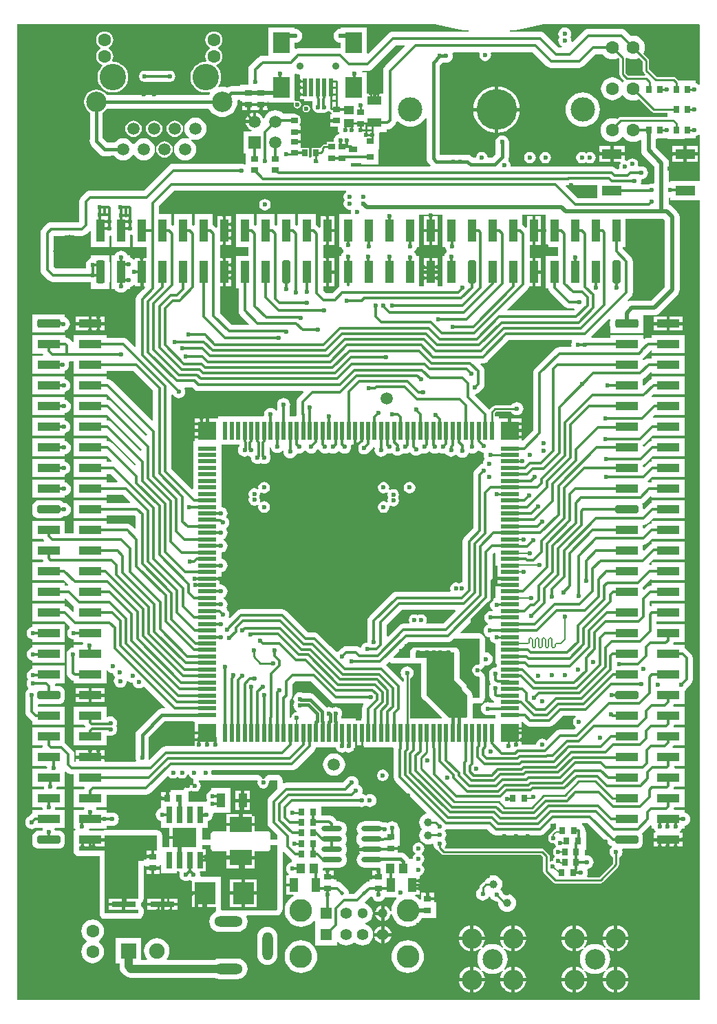
<source format=gtl>
G04 Layer_Physical_Order=1*
G04 Layer_Color=3162822*
%FSLAX44Y44*%
%MOMM*%
G71*
G01*
G75*
%ADD10C,0.2000*%
%ADD11C,5.0000*%
%ADD12R,1.1000X1.7000*%
%ADD13R,0.7000X2.0000*%
%ADD14R,3.0000X2.4000*%
%ADD15R,0.8000X0.9000*%
%ADD16R,2.0000X2.5000*%
%ADD17R,0.5000X2.2500*%
%ADD18R,1.0000X1.3000*%
%ADD19R,0.9000X0.8000*%
%ADD20R,3.0000X0.7000*%
%ADD21O,2.5000X0.7000*%
%ADD22R,2.6162X2.7432*%
%ADD23R,2.8000X1.9000*%
%ADD24C,1.0000*%
%ADD25R,0.5000X2.3000*%
%ADD26R,2.3000X0.5000*%
%ADD27R,2.3000X2.3000*%
%ADD28R,1.0000X2.8000*%
G04:AMPARAMS|DCode=29|XSize=1mm|YSize=2.8mm|CornerRadius=0.2mm|HoleSize=0mm|Usage=FLASHONLY|Rotation=180.000|XOffset=0mm|YOffset=0mm|HoleType=Round|Shape=RoundedRectangle|*
%AMROUNDEDRECTD29*
21,1,1.0000,2.4000,0,0,180.0*
21,1,0.6000,2.8000,0,0,180.0*
1,1,0.4000,-0.3000,1.2000*
1,1,0.4000,0.3000,1.2000*
1,1,0.4000,0.3000,-1.2000*
1,1,0.4000,-0.3000,-1.2000*
%
%ADD29ROUNDEDRECTD29*%
%ADD30R,2.8000X1.0000*%
G04:AMPARAMS|DCode=31|XSize=1mm|YSize=2.8mm|CornerRadius=0.2mm|HoleSize=0mm|Usage=FLASHONLY|Rotation=90.000|XOffset=0mm|YOffset=0mm|HoleType=Round|Shape=RoundedRectangle|*
%AMROUNDEDRECTD31*
21,1,1.0000,2.4000,0,0,90.0*
21,1,0.6000,2.8000,0,0,90.0*
1,1,0.4000,1.2000,0.3000*
1,1,0.4000,1.2000,-0.3000*
1,1,0.4000,-1.2000,-0.3000*
1,1,0.4000,-1.2000,0.3000*
%
%ADD31ROUNDEDRECTD31*%
%ADD32R,2.4000X1.2000*%
%ADD33R,1.1000X0.6500*%
%ADD34R,0.9000X0.6500*%
%ADD35R,1.7000X1.1000*%
%ADD36R,1.3000X1.0000*%
%ADD37C,0.2500*%
%ADD38C,0.3500*%
%ADD39C,0.3000*%
%ADD40C,0.4000*%
%ADD41C,0.5000*%
%ADD42C,1.0000*%
%ADD43C,0.3800*%
%ADD44C,0.4500*%
%ADD45C,3.0000*%
%ADD46C,6.0000*%
%ADD47C,4.0000*%
%ADD48C,0.4000*%
%ADD49C,0.9000*%
%ADD50C,1.6000*%
%ADD51C,2.8000*%
%ADD52R,1.4200X1.4200*%
%ADD53C,1.4200*%
%ADD54C,1.3000*%
%ADD55C,1.2000*%
%ADD56O,3.5000X1.3000*%
%ADD57O,1.3000X3.5000*%
%ADD58C,1.9000*%
%ADD59R,1.9000X1.9000*%
%ADD60C,1.5000*%
%ADD61R,1.5000X1.5000*%
%ADD62C,0.6000*%
%ADD63C,2.5000*%
%ADD64C,3.2500*%
%ADD65C,1.6000*%
%ADD66C,0.7000*%
%ADD67C,0.5000*%
G36*
X420522Y683700D02*
X420012Y683035D01*
X419206Y681088D01*
X418931Y679000D01*
X419206Y676912D01*
X420012Y674966D01*
X421294Y673294D01*
X422966Y672012D01*
X424912Y671206D01*
X427000Y670931D01*
X429088Y671206D01*
X431035Y672012D01*
X432706Y673294D01*
X433882Y674827D01*
X437527Y678473D01*
X438683Y679979D01*
X438848Y679983D01*
X440183Y679050D01*
Y677915D01*
X439931Y676000D01*
X440206Y673912D01*
X441012Y671965D01*
X442294Y670294D01*
X443965Y669012D01*
X445912Y668206D01*
X448000Y667931D01*
X450088Y668206D01*
X452034Y669012D01*
X453706Y670294D01*
X454988Y671965D01*
X455208Y672497D01*
X455912Y672206D01*
X458000Y671931D01*
X460088Y672206D01*
X461230Y672679D01*
X462293Y671293D01*
X463965Y670011D01*
X465911Y669205D01*
X467999Y668930D01*
X470088Y669205D01*
X472034Y670011D01*
X473705Y671293D01*
X474768Y672679D01*
X475912Y672206D01*
X478000Y671931D01*
X480088Y672206D01*
X482034Y673012D01*
X483094Y673825D01*
X484123Y672821D01*
X485294Y671294D01*
X486965Y670012D01*
X488912Y669206D01*
X491000Y668931D01*
X493088Y669206D01*
X495034Y670012D01*
X496706Y671294D01*
X497768Y672679D01*
X498912Y672206D01*
X501000Y671931D01*
X503088Y672206D01*
X505034Y673012D01*
X506516Y674148D01*
X507207Y674352D01*
X507793D01*
X508484Y674148D01*
X509966Y673012D01*
X511912Y672206D01*
X514000Y671931D01*
X516088Y672206D01*
X518035Y673012D01*
X518999Y673752D01*
X519964Y673011D01*
X521911Y672205D01*
X523999Y671930D01*
X526087Y672205D01*
X526792Y672496D01*
X527012Y671965D01*
X528294Y670294D01*
X529966Y669012D01*
X531912Y668206D01*
X534000Y667931D01*
X536088Y668206D01*
X538035Y669012D01*
X539706Y670294D01*
X539744Y670344D01*
X541562Y670249D01*
X542294Y669294D01*
X543965Y668012D01*
X545912Y667206D01*
X548000Y666931D01*
X550088Y667206D01*
X552034Y668012D01*
X553706Y669294D01*
X554988Y670965D01*
X555314Y671752D01*
X555898Y672881D01*
X557165Y672515D01*
X557912Y672206D01*
X560000Y671931D01*
X562088Y672206D01*
X564035Y673012D01*
X565706Y674294D01*
X566438Y675249D01*
X568256Y675344D01*
X568294Y675294D01*
X569966Y674012D01*
X571912Y673206D01*
X573365Y673015D01*
X574196Y672394D01*
X574526Y671487D01*
X574330Y670000D01*
X574605Y667912D01*
X575411Y665965D01*
X575453Y665911D01*
X575294Y664706D01*
X574012Y663035D01*
X573206Y661088D01*
X572931Y659000D01*
X572869Y658919D01*
X571910Y658793D01*
X569964Y657987D01*
X568293Y656704D01*
X567117Y655172D01*
X563473Y651527D01*
X562230Y649908D01*
X561907Y649127D01*
X561450Y648023D01*
X561183Y646000D01*
Y580037D01*
X550473Y569326D01*
X549230Y567707D01*
X548907Y566926D01*
X548450Y565822D01*
X548183Y563799D01*
Y514084D01*
X547024Y513132D01*
X547000Y513137D01*
X544269Y512594D01*
X543500Y512080D01*
X542731Y512594D01*
X540000Y513137D01*
X537269Y512594D01*
X534953Y511047D01*
X533406Y508731D01*
X532863Y506000D01*
X533347Y503566D01*
X532543Y502066D01*
X467249D01*
X465226Y501800D01*
X463341Y501019D01*
X461722Y499776D01*
X433473Y471527D01*
X432230Y469908D01*
X431907Y469128D01*
X431450Y468023D01*
X431183Y466000D01*
Y441915D01*
X430931Y440000D01*
X430334Y439222D01*
X428978Y439043D01*
X427032Y438237D01*
X425361Y436955D01*
X424078Y435284D01*
X423432Y433724D01*
X422310Y433212D01*
X421733Y433137D01*
X420908Y433770D01*
X420127Y434093D01*
X419023Y434551D01*
X417000Y434817D01*
X405000D01*
X402977Y434551D01*
X401872Y434093D01*
X401092Y433770D01*
X399473Y432527D01*
X395827Y428882D01*
X394294Y427706D01*
X393182Y427633D01*
X385721Y435093D01*
X385721Y435094D01*
X371407Y449407D01*
X368926Y451065D01*
X366000Y451647D01*
X366000Y451647D01*
X358167D01*
X331407Y478407D01*
X328926Y480065D01*
X326000Y480647D01*
X326000Y480647D01*
X275494D01*
X275494Y480647D01*
X272568Y480065D01*
X270087Y478407D01*
X261588Y469908D01*
X260316Y470758D01*
X260794Y471912D01*
X261069Y474000D01*
X260794Y476088D01*
X259988Y478035D01*
X258706Y479706D01*
X258118Y480157D01*
X257780Y482154D01*
X257788Y482165D01*
X258594Y484111D01*
X258869Y486200D01*
X258594Y488288D01*
X257788Y490234D01*
X256506Y491905D01*
X254835Y493188D01*
X254351Y493388D01*
Y495012D01*
X254835Y495212D01*
X256506Y496494D01*
X257788Y498165D01*
X258594Y500111D01*
X258869Y502200D01*
X258594Y504288D01*
X257788Y506234D01*
X256506Y507905D01*
X254835Y509188D01*
X252889Y509994D01*
X251500Y510177D01*
Y510700D01*
X249000D01*
Y517700D01*
X251500D01*
Y526223D01*
X252889Y526406D01*
X254835Y527212D01*
X256506Y528494D01*
X257788Y530165D01*
X258594Y532111D01*
X258869Y534200D01*
X258594Y536288D01*
X257788Y538234D01*
X256506Y539905D01*
X254835Y541188D01*
X252889Y541994D01*
X251500Y542177D01*
Y550223D01*
X252889Y550406D01*
X254835Y551212D01*
X256506Y552494D01*
X257788Y554165D01*
X258594Y556111D01*
X258869Y558200D01*
X258594Y560288D01*
X257788Y562234D01*
X256506Y563905D01*
X254835Y565188D01*
X254351Y565388D01*
Y567012D01*
X254835Y567212D01*
X256506Y568494D01*
X257788Y570165D01*
X258594Y572111D01*
X258869Y574200D01*
X258594Y576288D01*
X257788Y578234D01*
X257441Y578686D01*
X257840Y580630D01*
X258706Y581294D01*
X259988Y582966D01*
X260794Y584912D01*
X261069Y587000D01*
X260794Y589088D01*
X259988Y591035D01*
X258706Y592706D01*
X257899Y593325D01*
X257788Y594165D01*
X258594Y596111D01*
X258869Y598200D01*
X258594Y600288D01*
X257788Y602234D01*
X256506Y603905D01*
X254835Y605188D01*
X252889Y605994D01*
X251500Y606177D01*
Y613700D01*
Y621700D01*
Y629700D01*
Y637700D01*
Y654700D01*
Y661700D01*
Y669700D01*
Y682700D01*
X273433D01*
Y680583D01*
X273012Y680034D01*
X272206Y678088D01*
X271931Y676000D01*
X272206Y673912D01*
X273012Y671965D01*
X274294Y670294D01*
X275966Y669012D01*
X277912Y668206D01*
X280000Y667931D01*
X282089Y668206D01*
X284000Y668998D01*
X285912Y668206D01*
X286565Y668120D01*
X287931Y667000D01*
X288206Y664912D01*
X289012Y662965D01*
X290294Y661294D01*
X291966Y660012D01*
X293912Y659206D01*
X296000Y658931D01*
X298088Y659206D01*
X300000Y659998D01*
X301912Y659206D01*
X304000Y658931D01*
X306089Y659206D01*
X308035Y660012D01*
X309706Y661294D01*
X310988Y662965D01*
X311794Y664912D01*
X312069Y667000D01*
X311794Y669088D01*
X310988Y671034D01*
X310567Y671583D01*
Y679269D01*
X312067Y679368D01*
X312206Y678311D01*
X313012Y676365D01*
X314294Y674694D01*
X315965Y673412D01*
X317912Y672606D01*
X320000Y672331D01*
X322089Y672606D01*
X324035Y673412D01*
X325706Y674694D01*
X326676Y675958D01*
X328111Y675364D01*
X327931Y674000D01*
X328206Y671912D01*
X329012Y669966D01*
X330294Y668294D01*
X331965Y667012D01*
X333912Y666206D01*
X336000Y665931D01*
X338088Y666206D01*
X340034Y667012D01*
X341706Y668294D01*
X342988Y669966D01*
X343488Y671172D01*
X344698Y672051D01*
X345338Y672150D01*
X347000Y671931D01*
X349088Y672206D01*
X351035Y673012D01*
X352706Y674295D01*
X353599Y675458D01*
X353907Y675569D01*
X355093Y675569D01*
X355401Y675458D01*
X356294Y674294D01*
X357966Y673012D01*
X359912Y672206D01*
X362000Y671931D01*
X364088Y672206D01*
X366035Y673012D01*
X367706Y674294D01*
X368882Y675827D01*
X370500Y677445D01*
X372118Y675827D01*
X373294Y674294D01*
X374966Y673012D01*
X376912Y672206D01*
X379000Y671931D01*
X381088Y672206D01*
X383035Y673012D01*
X383999Y673752D01*
X384965Y673011D01*
X386911Y672205D01*
X388999Y671930D01*
X391088Y672205D01*
X393034Y673011D01*
X394705Y674293D01*
X395055Y674749D01*
X396945D01*
X397294Y674294D01*
X398965Y673012D01*
X400912Y672206D01*
X403000Y671931D01*
X405088Y672206D01*
X407034Y673012D01*
X408706Y674294D01*
X409988Y675965D01*
X410794Y677912D01*
X411069Y680000D01*
X410911Y681200D01*
X412041Y682700D01*
X416500D01*
Y685200D01*
X419783D01*
X420522Y683700D01*
D02*
G37*
G36*
X682867Y809683D02*
X682206Y808088D01*
X681931Y806000D01*
X682152Y804317D01*
X681238Y802817D01*
X667000D01*
X664977Y802551D01*
X663092Y801770D01*
X661473Y800527D01*
X637473Y776527D01*
X636230Y774908D01*
X635907Y774128D01*
X635449Y773023D01*
X635183Y771000D01*
Y700238D01*
X622500Y687555D01*
X621000Y688176D01*
Y698200D01*
X606000D01*
Y700200D01*
X604000D01*
Y715200D01*
X592500D01*
Y717700D01*
X587823D01*
Y721416D01*
X589584Y723177D01*
X607925D01*
X608012Y722965D01*
X609294Y721294D01*
X610965Y720012D01*
X612912Y719206D01*
X615000Y718931D01*
X617088Y719206D01*
X619035Y720012D01*
X620706Y721294D01*
X621988Y722965D01*
X622794Y724912D01*
X623069Y727000D01*
X622794Y729088D01*
X621988Y731034D01*
X620706Y732706D01*
X619035Y733988D01*
X617088Y734794D01*
X615000Y735069D01*
X612912Y734794D01*
X610965Y733988D01*
X609294Y732706D01*
X608012Y731034D01*
X607925Y730823D01*
X588000D01*
X586537Y730532D01*
X585296Y729704D01*
X581324Y725731D01*
X563564Y743491D01*
X564101Y745075D01*
X565087Y745204D01*
X567033Y746011D01*
X568704Y747293D01*
X569881Y748826D01*
X572777Y751722D01*
X574020Y753341D01*
X574800Y755226D01*
X575067Y757250D01*
Y773417D01*
X574800Y775440D01*
X574343Y776545D01*
X574020Y777326D01*
X572777Y778945D01*
X570174Y781547D01*
X570748Y782933D01*
X573348D01*
X575371Y783200D01*
X576475Y783657D01*
X577256Y783980D01*
X578875Y785223D01*
X604836Y811183D01*
X682201D01*
X682867Y809683D01*
D02*
G37*
G36*
X587640Y549841D02*
X588500Y549327D01*
Y533700D01*
X591000D01*
Y528200D01*
Y520200D01*
Y520199D01*
X606000D01*
Y516200D01*
X591000D01*
Y510700D01*
X588500D01*
Y493871D01*
X587912Y493794D01*
X586122Y493053D01*
X585555Y493298D01*
X584724Y493926D01*
X584817Y494634D01*
Y547762D01*
X587000Y549945D01*
X587640Y549841D01*
D02*
G37*
G36*
X539458Y478046D02*
X523978Y462567D01*
X504048D01*
X503341Y463890D01*
X503594Y464269D01*
X504137Y467000D01*
X503594Y469731D01*
X502047Y472047D01*
X499731Y473594D01*
X497000Y474137D01*
X494269Y473594D01*
X493000Y472746D01*
X491731Y473594D01*
X489000Y474137D01*
X486269Y473594D01*
X483953Y472047D01*
X482406Y469731D01*
X481863Y467000D01*
X482406Y464269D01*
X482659Y463890D01*
X481952Y462567D01*
X475317D01*
X473294Y462300D01*
X472189Y461843D01*
X471408Y461520D01*
X469789Y460277D01*
X456453Y446941D01*
X455067Y447515D01*
Y461113D01*
X473386Y479432D01*
X538884D01*
X539458Y478046D01*
D02*
G37*
G36*
X581990Y486448D02*
X581931Y486000D01*
X582206Y483912D01*
X583012Y481965D01*
X584294Y480294D01*
X585308Y479517D01*
X584799Y478017D01*
X583398D01*
X583000Y478069D01*
X580912Y477794D01*
X578965Y476988D01*
X577294Y475706D01*
X576012Y474035D01*
X575206Y472088D01*
X574931Y470000D01*
X575206Y467912D01*
X576012Y465965D01*
X577294Y464294D01*
X578965Y463012D01*
X578949Y461395D01*
X577966Y460988D01*
X576294Y459706D01*
X575012Y458035D01*
X574206Y456088D01*
X573931Y454000D01*
X574206Y451912D01*
X575012Y449966D01*
X576294Y448294D01*
X577966Y447012D01*
X579912Y446206D01*
X581939Y445939D01*
X582206Y443912D01*
X583012Y441965D01*
X584294Y440294D01*
X585965Y439012D01*
X587912Y438206D01*
X588500Y438129D01*
Y421700D01*
Y409003D01*
X586912Y408794D01*
X584966Y407988D01*
X583294Y406706D01*
X582012Y405034D01*
X581206Y403088D01*
X580931Y401000D01*
X581183Y399085D01*
Y393667D01*
X581450Y391644D01*
X581907Y390540D01*
X582230Y389759D01*
X583166Y388539D01*
X582011Y387034D01*
X581205Y385088D01*
X580930Y382999D01*
X581205Y380911D01*
X581352Y380556D01*
Y375080D01*
X581352Y375080D01*
X581934Y372153D01*
X583592Y369672D01*
X584472Y368793D01*
X584472Y368792D01*
X586952Y367135D01*
X586744Y365647D01*
X581444D01*
X581088Y365794D01*
X579000Y366069D01*
X576912Y365794D01*
X574966Y364988D01*
X573294Y363706D01*
X572012Y362034D01*
X571206Y360088D01*
X570931Y358000D01*
X571206Y355912D01*
X572012Y353965D01*
X573294Y352294D01*
X574966Y351012D01*
X576912Y350206D01*
X579000Y349931D01*
X581088Y350206D01*
X581444Y350353D01*
X588500D01*
Y345700D01*
X561340D01*
X560388Y346859D01*
X560627Y348061D01*
X560627Y348061D01*
X560627Y363312D01*
X561688Y364373D01*
X569000D01*
X571536Y364877D01*
X573686Y366314D01*
X575123Y368464D01*
X575627Y371000D01*
Y397079D01*
X575563Y397401D01*
X575595Y397728D01*
X575313Y398660D01*
X575123Y399615D01*
X574940Y399888D01*
X574845Y400203D01*
X574227Y400955D01*
X573686Y401765D01*
X573413Y401947D01*
X573204Y402201D01*
X572045Y403153D01*
X571755Y403308D01*
X571522Y403540D01*
X570623Y403913D01*
X570059Y404214D01*
X569980Y404594D01*
Y405406D01*
X570059Y405786D01*
X570623Y406087D01*
X571522Y406460D01*
X571755Y406692D01*
X572045Y406847D01*
X573204Y407799D01*
X573413Y408053D01*
X573686Y408235D01*
X574227Y409045D01*
X574845Y409797D01*
X574940Y410112D01*
X575123Y410385D01*
X575276Y411158D01*
X577000Y410931D01*
X579088Y411206D01*
X581035Y412012D01*
X582706Y413294D01*
X583988Y414966D01*
X584794Y416912D01*
X585069Y419000D01*
X584794Y421088D01*
X583988Y423035D01*
X582706Y424706D01*
X581035Y425988D01*
X579088Y426794D01*
X577000Y427069D01*
X576755Y427037D01*
X575627Y428026D01*
Y444000D01*
X575123Y446536D01*
X573686Y448686D01*
X571536Y450123D01*
X569000Y450627D01*
X546007D01*
X545434Y452013D01*
X580569Y487149D01*
X581990Y486448D01*
D02*
G37*
G36*
X217390Y751223D02*
X219009Y749980D01*
X220894Y749200D01*
X222917Y748933D01*
X351919D01*
X352493Y747548D01*
X346223Y741277D01*
X344980Y739659D01*
X344657Y738878D01*
X344199Y737773D01*
X343933Y735750D01*
Y720250D01*
X344071Y719200D01*
X342959Y717700D01*
X335817D01*
Y730085D01*
X336069Y732000D01*
X335794Y734088D01*
X334988Y736034D01*
X333706Y737706D01*
X332034Y738988D01*
X330088Y739794D01*
X328000Y740069D01*
X325912Y739794D01*
X323965Y738988D01*
X322294Y737706D01*
X321012Y736034D01*
X320206Y734088D01*
X319931Y732000D01*
X320183Y730084D01*
Y724928D01*
X318683Y724432D01*
X317706Y725706D01*
X316035Y726988D01*
X314088Y727794D01*
X312000Y728069D01*
X309912Y727794D01*
X307966Y726988D01*
X306294Y725706D01*
X305012Y724035D01*
X304206Y722088D01*
X303931Y720000D01*
X304036Y719200D01*
X302805Y717700D01*
X247500D01*
Y715200D01*
X236000D01*
Y700200D01*
X234000D01*
Y698200D01*
X219000D01*
Y686700D01*
X216500D01*
Y669700D01*
Y661700D01*
Y654700D01*
Y637700D01*
Y628515D01*
X215114Y627940D01*
X189817Y653238D01*
Y744169D01*
X191203Y744743D01*
X192118Y743827D01*
X193294Y742294D01*
X194965Y741012D01*
X196912Y740206D01*
X199000Y739931D01*
X201088Y740206D01*
X203034Y741012D01*
X204706Y742294D01*
X205988Y743966D01*
X206794Y745912D01*
X207069Y748000D01*
X206794Y750088D01*
X205988Y752035D01*
X205947Y752088D01*
X206611Y753433D01*
X215179D01*
X217390Y751223D01*
D02*
G37*
G36*
X523300Y926100D02*
X527049D01*
X527206Y924912D01*
X528012Y922965D01*
X528778Y921967D01*
X528715Y920029D01*
X528294Y919706D01*
X527012Y918035D01*
X526206Y916088D01*
X526076Y915100D01*
X523300D01*
Y877817D01*
X517400D01*
Y893100D01*
X500400D01*
Y877817D01*
X494500D01*
Y915100D01*
X491358D01*
X491294Y915588D01*
X490488Y917534D01*
X489295Y919089D01*
X489072Y919586D01*
Y920808D01*
X489706Y921294D01*
X490988Y922965D01*
X491794Y924912D01*
X491950Y926100D01*
X494500D01*
Y965922D01*
X523300D01*
Y926100D01*
D02*
G37*
G36*
X714000Y985817D02*
X690238D01*
X675257Y1000797D01*
X675831Y1002183D01*
X678333D01*
X680232Y1002433D01*
X714000D01*
Y985817D01*
D02*
G37*
G36*
X404906Y993683D02*
X403953Y993047D01*
X402406Y990731D01*
X401863Y988000D01*
X402406Y985269D01*
X403588Y983500D01*
X402406Y981731D01*
X401863Y979000D01*
X402406Y976269D01*
X403953Y973953D01*
X406269Y972406D01*
X409000Y971863D01*
X409954Y972053D01*
X411216Y970774D01*
X410863Y969000D01*
X411141Y967600D01*
X409910Y966100D01*
X396300D01*
Y926100D01*
X399181D01*
X399206Y925912D01*
X400012Y923966D01*
X401294Y922294D01*
X401749Y921945D01*
Y920055D01*
X401294Y919706D01*
X400012Y918035D01*
X399206Y916088D01*
X399076Y915100D01*
X396300D01*
Y876856D01*
X396092Y876770D01*
X394473Y875527D01*
X387762Y868817D01*
X380238D01*
X376617Y872438D01*
Y877600D01*
X379900D01*
Y895100D01*
Y912600D01*
X376617D01*
Y928600D01*
X379900D01*
Y946100D01*
Y963600D01*
X373400D01*
Y950415D01*
X372014Y949840D01*
X370228Y951627D01*
X368609Y952869D01*
X367500Y953329D01*
Y966100D01*
X345500D01*
Y953002D01*
X344000Y952262D01*
X343209Y952869D01*
X342100Y953329D01*
Y966100D01*
X320100D01*
Y953002D01*
X318600Y952262D01*
X317809Y952869D01*
X316700Y953329D01*
Y966100D01*
X294700D01*
Y953002D01*
X293200Y952262D01*
X292409Y952869D01*
X291300Y953329D01*
Y966100D01*
X269300D01*
Y926100D01*
X284783D01*
Y915100D01*
X269300D01*
Y875100D01*
X272483D01*
Y847700D01*
X272750Y845677D01*
X273207Y844573D01*
X273530Y843792D01*
X274773Y842173D01*
X285493Y831453D01*
X284919Y830067D01*
X263988D01*
X249617Y844438D01*
Y877600D01*
X252900D01*
Y895100D01*
Y912600D01*
X249617D01*
Y928600D01*
X252900D01*
Y946100D01*
Y963600D01*
X246400D01*
Y950415D01*
X245014Y949840D01*
X243228Y951627D01*
X241609Y952869D01*
X240500Y953329D01*
Y966100D01*
X218500D01*
Y953002D01*
X217000Y952262D01*
X216209Y952869D01*
X215100Y953329D01*
Y966100D01*
X193100D01*
Y953002D01*
X191600Y952262D01*
X190809Y952869D01*
X189700Y953329D01*
Y966100D01*
X174817D01*
Y976762D01*
X193238Y995183D01*
X404451D01*
X404906Y993683D01*
D02*
G37*
G36*
X650300Y926100D02*
X665783D01*
Y915100D01*
X650300D01*
Y875100D01*
X653641D01*
X653749Y874277D01*
X654207Y873173D01*
X654530Y872392D01*
X655773Y870773D01*
X674073Y852473D01*
X675692Y851230D01*
X677577Y850450D01*
X679600Y850183D01*
X685169D01*
X685743Y848797D01*
X684762Y847817D01*
X603831D01*
X603257Y849203D01*
X628327Y874273D01*
X629570Y875892D01*
X629893Y876673D01*
X630277Y877600D01*
X633900D01*
Y895100D01*
Y912600D01*
X630617D01*
Y928600D01*
X633900D01*
Y946100D01*
Y963600D01*
X627400D01*
Y950415D01*
X626014Y949840D01*
X624228Y951627D01*
X622609Y952869D01*
X621500Y953329D01*
Y965922D01*
X650300D01*
Y926100D01*
D02*
G37*
G36*
X796922Y959240D02*
Y876760D01*
X780240Y860078D01*
X756100D01*
X753751Y859768D01*
X752033Y859057D01*
X751183Y860329D01*
X755327Y864473D01*
X756570Y866092D01*
X756893Y866872D01*
X757350Y867977D01*
X757617Y870000D01*
Y908200D01*
X757350Y910223D01*
X756570Y912108D01*
X755327Y913727D01*
X745317Y923738D01*
Y926100D01*
X748500D01*
Y960922D01*
X795240D01*
X796922Y959240D01*
D02*
G37*
G36*
X569000Y419524D02*
X568931Y419000D01*
X569000Y418476D01*
Y412921D01*
X567840Y411970D01*
X567000Y412137D01*
X564269Y411594D01*
X561953Y410047D01*
X560406Y407731D01*
X559863Y405000D01*
X560406Y402269D01*
X561953Y399953D01*
X564269Y398406D01*
X567000Y397863D01*
X567840Y398030D01*
X569000Y397079D01*
Y371000D01*
X560627D01*
Y374268D01*
X560627Y374268D01*
X560123Y376804D01*
X558686Y378954D01*
X554288Y383353D01*
X553801Y383987D01*
X553663Y384321D01*
X553594Y384842D01*
X553316Y385662D01*
X553146Y386513D01*
X552903Y386876D01*
X552763Y387290D01*
X552191Y387942D01*
X551710Y388663D01*
X544627Y395745D01*
X544627Y418000D01*
Y426931D01*
X544123Y429467D01*
X542686Y431617D01*
X540536Y433054D01*
X538000Y433558D01*
X536005D01*
X535161Y434206D01*
X533154Y435038D01*
X531000Y435321D01*
X494000D01*
X491846Y435038D01*
X489839Y434206D01*
X488643Y433288D01*
X487464Y433054D01*
X485314Y431617D01*
X483877Y429467D01*
X483373Y426931D01*
Y420000D01*
X463642D01*
X463021Y421500D01*
X481454Y439933D01*
X530116D01*
X532139Y440200D01*
X533243Y440657D01*
X534024Y440980D01*
X535643Y442223D01*
X537420Y444000D01*
X569000D01*
Y419524D01*
D02*
G37*
G36*
X662670Y217111D02*
X663498Y216000D01*
X663498D01*
X663498Y216000D01*
Y209569D01*
X663000D01*
X661634Y209297D01*
X660477Y208523D01*
X657475Y205522D01*
X657003Y204816D01*
X655312Y203686D01*
X653876Y201536D01*
X653371Y199000D01*
X653876Y196463D01*
X655312Y194313D01*
X657462Y192877D01*
X659999Y192372D01*
X660399Y192452D01*
X661646Y191618D01*
X661876Y190463D01*
X662677Y189264D01*
X663312Y188313D01*
X662295Y187342D01*
X661314Y186686D01*
X659877Y184536D01*
X659373Y182000D01*
X659877Y179464D01*
X661314Y177314D01*
X661409Y177250D01*
Y176038D01*
X661231Y175565D01*
X659876Y173536D01*
X659371Y171000D01*
X657957Y170420D01*
X656573Y170145D01*
X656232Y170166D01*
X655073Y170785D01*
Y176500D01*
X654782Y177963D01*
X653953Y179204D01*
X648703Y184454D01*
X647463Y185282D01*
X646000Y185574D01*
X527043D01*
X526173Y186903D01*
X526988Y187966D01*
X527794Y189912D01*
X528069Y192000D01*
X527794Y194088D01*
X526988Y196035D01*
X525863Y197500D01*
X526988Y198965D01*
X527794Y200912D01*
X528069Y203000D01*
X527794Y205088D01*
X526988Y207034D01*
X526247Y208000D01*
X526988Y208965D01*
X527356Y209853D01*
X578563D01*
X583823Y204593D01*
X583823Y204593D01*
X586304Y202935D01*
X589230Y202353D01*
X589231Y202353D01*
X643769D01*
X643770Y202353D01*
X646696Y202935D01*
X649177Y204593D01*
X656407Y211823D01*
X656407Y211823D01*
X656575Y212074D01*
X661728Y217227D01*
X662670Y217111D01*
D02*
G37*
G36*
X320000Y258854D02*
X310223Y249076D01*
X308980Y247457D01*
X308657Y246677D01*
X308200Y245572D01*
X307933Y243549D01*
Y217784D01*
X308200Y215761D01*
X308657Y214656D01*
X308980Y213875D01*
X310223Y212256D01*
X320000Y202479D01*
Y197000D01*
X311589D01*
Y203890D01*
X311317Y205256D01*
X310543Y206413D01*
X309386Y207187D01*
X308020Y207458D01*
X292500D01*
Y213500D01*
X257500D01*
Y207458D01*
X241980D01*
X240614Y207187D01*
X239457Y206413D01*
X238683Y205256D01*
X238411Y203890D01*
Y197000D01*
X227500D01*
Y211500D01*
X234550D01*
Y219635D01*
X235088Y219706D01*
X237034Y220512D01*
X238706Y221794D01*
X239988Y223465D01*
X240794Y225412D01*
X241069Y227500D01*
X240937Y228500D01*
X242157Y230000D01*
X262500D01*
Y260000D01*
X238500D01*
Y257624D01*
X236966Y256988D01*
X235294Y255706D01*
X234012Y254035D01*
X233206Y252088D01*
X232931Y250000D01*
X233206Y247912D01*
X234012Y245965D01*
X234369Y245500D01*
X234012Y245035D01*
X233376Y243500D01*
X211000D01*
Y256062D01*
X212731Y256406D01*
X214500Y257588D01*
X216269Y256406D01*
X219000Y255863D01*
X221731Y256406D01*
X224047Y257953D01*
X225594Y260269D01*
X226137Y263000D01*
X225594Y265731D01*
X224047Y268047D01*
X223368Y268500D01*
X223823Y270000D01*
X294930D01*
X296161Y268500D01*
X295863Y267000D01*
X296406Y264269D01*
X297953Y261953D01*
X300269Y260406D01*
X303000Y259863D01*
X305731Y260406D01*
X308047Y261953D01*
X309594Y264269D01*
X310137Y267000D01*
X309839Y268500D01*
X311070Y270000D01*
X320000D01*
Y258854D01*
D02*
G37*
G36*
Y111061D02*
X318939Y110000D01*
X252261D01*
X251086Y110784D01*
Y151216D01*
X226274D01*
X225152Y152716D01*
X225321Y154000D01*
X225038Y156154D01*
X224790Y156753D01*
X225623Y158000D01*
X232050D01*
Y169500D01*
X225050D01*
Y173500D01*
X232050D01*
Y185000D01*
X227500D01*
Y190373D01*
X238411D01*
Y186110D01*
X238683Y184744D01*
X239457Y183587D01*
X240614Y182813D01*
X241980Y182541D01*
X257500D01*
Y176500D01*
X292500D01*
Y182541D01*
X308020D01*
X309386Y182813D01*
X310543Y183587D01*
X311317Y184744D01*
X311589Y186110D01*
Y190373D01*
X320000D01*
X320000Y111061D01*
D02*
G37*
G36*
X172000Y183502D02*
X169000D01*
Y176002D01*
X167000D01*
Y174002D01*
X159000D01*
Y172502D01*
X156000D01*
Y171000D01*
X149000D01*
Y168000D01*
Y124250D01*
X132998D01*
Y117250D01*
Y110250D01*
X149000D01*
Y106000D01*
X108000D01*
Y181000D01*
Y183000D01*
X76000D01*
Y188200D01*
X87900D01*
Y196700D01*
X89900D01*
Y198700D01*
X107400D01*
Y202000D01*
X172000D01*
Y183502D01*
D02*
G37*
G36*
X727893Y191293D02*
X727893Y191293D01*
X730374Y189635D01*
X731145Y189482D01*
X731456Y188936D01*
X731294Y187706D01*
X730012Y186035D01*
X729206Y184088D01*
X728931Y182000D01*
X729206Y179912D01*
X730012Y177966D01*
X731294Y176294D01*
X732965Y175012D01*
X733177Y174925D01*
Y167584D01*
X716166Y150573D01*
X701900D01*
X701303Y152073D01*
X702038Y153846D01*
X702321Y156000D01*
X702038Y158154D01*
X701586Y159243D01*
X702456Y160870D01*
X703154Y160962D01*
X705161Y161794D01*
X706884Y163116D01*
X706884D01*
X708206Y164839D01*
X709038Y166846D01*
X709321Y169000D01*
X709038Y171154D01*
X708206Y173161D01*
X706884Y174884D01*
X705161Y176206D01*
X703154Y177038D01*
X701000Y177321D01*
X698498D01*
Y184000D01*
X700498D01*
Y206000D01*
X699321D01*
Y208000D01*
X699038Y210154D01*
X698206Y212161D01*
X696884Y213884D01*
X695498Y214947D01*
Y217353D01*
X701833D01*
X727893Y191293D01*
D02*
G37*
G36*
X211406Y276269D02*
X212953Y273953D01*
X215269Y272406D01*
X216015Y272258D01*
X217056Y270521D01*
X217026Y270424D01*
X216994Y270097D01*
X216868Y269793D01*
X216868Y268819D01*
X216773Y267850D01*
X216868Y267536D01*
Y267207D01*
X217241Y266308D01*
X217523Y265376D01*
X217732Y265122D01*
X217839Y264864D01*
X217758Y264687D01*
X216943Y263612D01*
X215793Y264088D01*
X213207Y264088D01*
X210818Y263099D01*
X210145Y262649D01*
X209707Y262562D01*
X209104Y262312D01*
X208464Y262185D01*
X207921Y261822D01*
X207318Y261572D01*
X206856Y261111D01*
X206314Y260748D01*
X205951Y260205D01*
X205490Y259744D01*
X205240Y259141D01*
X204877Y258598D01*
X204758Y258000D01*
X189002D01*
Y255500D01*
X187002D01*
Y247500D01*
X185002D01*
Y245500D01*
X177502D01*
Y244000D01*
X176950D01*
Y235551D01*
X176846Y235538D01*
X174839Y234706D01*
X173116Y233384D01*
X171794Y231661D01*
X170962Y229654D01*
X170679Y227500D01*
X170962Y225346D01*
X171794Y223340D01*
X173116Y221616D01*
X174839Y220294D01*
X176846Y219462D01*
X176950Y219449D01*
Y211000D01*
X187500D01*
Y201500D01*
X206000D01*
Y197500D01*
X187500D01*
Y187500D01*
X178627D01*
Y202000D01*
X178123Y204536D01*
X176686Y206686D01*
X174536Y208123D01*
X172000Y208627D01*
X107400D01*
X105250Y208200D01*
X89025D01*
X88175Y209554D01*
X88696Y210600D01*
X110400D01*
Y213679D01*
X117000D01*
X119154Y213962D01*
X121161Y214794D01*
X122884Y216116D01*
X124206Y217839D01*
X125038Y219846D01*
X125321Y222000D01*
X125038Y224154D01*
X124206Y226161D01*
X122884Y227884D01*
X121161Y229206D01*
X119154Y230038D01*
X117000Y230321D01*
X110400D01*
Y233600D01*
X97853D01*
X97273Y235000D01*
X97708Y236178D01*
X97867Y236500D01*
X109900D01*
Y252183D01*
X158799D01*
X160822Y252449D01*
X161926Y252907D01*
X162707Y253230D01*
X164326Y254473D01*
X184857Y275003D01*
X186350Y274856D01*
X186953Y273953D01*
X189269Y272406D01*
X192000Y271863D01*
X194731Y272406D01*
X197047Y273953D01*
X197953D01*
X200269Y272406D01*
X203000Y271863D01*
X205731Y272406D01*
X208047Y273953D01*
X209594Y276269D01*
X209735Y276980D01*
X211265D01*
X211406Y276269D01*
D02*
G37*
G36*
X458956Y415314D02*
X461106Y413877D01*
X463642Y413373D01*
X483373D01*
X485909Y413877D01*
X486686Y414397D01*
X487464Y413877D01*
X490000Y413373D01*
X497373D01*
Y374000D01*
X497877Y371464D01*
X499314Y369314D01*
X501464Y367877D01*
X501822Y367806D01*
X522542Y347085D01*
X521968Y345700D01*
X483823D01*
Y394925D01*
X484035Y395012D01*
X485706Y396294D01*
X486988Y397966D01*
X487794Y399912D01*
X488069Y402000D01*
X487794Y404088D01*
X486988Y406035D01*
X485706Y407706D01*
X484035Y408988D01*
X482088Y409794D01*
X480000Y410069D01*
X477912Y409794D01*
X475965Y408988D01*
X474294Y407706D01*
X473012Y406035D01*
X472206Y404088D01*
X471931Y402000D01*
X472206Y399912D01*
X473012Y397966D01*
X474294Y396294D01*
X475965Y395012D01*
X476176Y394925D01*
Y391542D01*
X474677Y391087D01*
X474407Y391490D01*
X474407Y391490D01*
X453709Y412188D01*
X457025Y415504D01*
X458956Y415314D01*
D02*
G37*
G36*
X538000Y418000D02*
X538000Y393000D01*
X547024Y383977D01*
X547206Y382591D01*
X548012Y380645D01*
X549294Y378974D01*
X554000Y374268D01*
X554000Y348061D01*
X552939Y347000D01*
X532000D01*
X505000Y374000D01*
X504000D01*
Y420000D01*
X490000D01*
Y426931D01*
X538000D01*
Y418000D01*
D02*
G37*
G36*
X386631Y366593D02*
X386631Y366593D01*
X389112Y364935D01*
X392038Y364353D01*
X392038Y364353D01*
X425983D01*
X426432Y362853D01*
X424935Y360613D01*
X424353Y357686D01*
X424353Y357686D01*
Y345700D01*
X423500D01*
Y343200D01*
X416500D01*
Y345700D01*
X399069D01*
Y348161D01*
X399794Y349912D01*
X400069Y352000D01*
X399794Y354088D01*
X398988Y356035D01*
X397706Y357706D01*
X396035Y358988D01*
X394088Y359794D01*
X392000Y360069D01*
X389911Y359794D01*
X388000Y359002D01*
X386088Y359794D01*
X384000Y360069D01*
X381912Y359794D01*
X381228Y359511D01*
X380706Y360191D01*
X366191Y374706D01*
X364520Y375988D01*
X362574Y376794D01*
X360485Y377069D01*
X351839D01*
X350088Y377794D01*
X348000Y378069D01*
X345912Y377794D01*
X343965Y376988D01*
X342294Y375706D01*
X341012Y374035D01*
X340206Y372088D01*
X339931Y370000D01*
X340206Y367912D01*
X340998Y366000D01*
X340206Y364088D01*
X339931Y362000D01*
X340206Y359912D01*
X341012Y357966D01*
X342294Y356294D01*
X343904Y355059D01*
X343897Y354747D01*
X343587Y353545D01*
X341464Y353123D01*
X339314Y351686D01*
X337877Y349536D01*
X337570Y347992D01*
X335971Y346977D01*
X335955Y346977D01*
X335647Y347087D01*
Y367832D01*
X336657Y368843D01*
X336657Y368843D01*
X338315Y371324D01*
X338897Y374250D01*
X338897Y374250D01*
Y388083D01*
X342168Y391353D01*
X361871D01*
X386631Y366593D01*
D02*
G37*
G36*
X216500Y341700D02*
X219000D01*
Y330200D01*
X234000D01*
Y326200D01*
X219000D01*
Y313200D01*
X219000Y313200D01*
X219000D01*
X219000Y313200D01*
X218717Y311817D01*
X183000D01*
X180977Y311551D01*
X179872Y311093D01*
X179092Y310770D01*
X177473Y309527D01*
X163143Y295198D01*
X161898Y295864D01*
X161803Y295979D01*
X162069Y298000D01*
Y322658D01*
X181542Y342131D01*
X216500D01*
Y341700D01*
D02*
G37*
G36*
X687534Y348103D02*
X685953Y347047D01*
X684406Y344731D01*
X683863Y342000D01*
X684406Y339269D01*
X685953Y336953D01*
X687075Y336203D01*
X687266Y334272D01*
X685140Y332147D01*
X667813D01*
X667813Y332147D01*
X664887Y331565D01*
X662406Y329907D01*
X662406Y329907D01*
X651500Y319001D01*
X651045Y319046D01*
X648730Y320593D01*
X645999Y321137D01*
X643267Y320593D01*
X640952Y319046D01*
X639405Y316731D01*
X638862Y313999D01*
X638572Y313646D01*
X621000D01*
Y326200D01*
X606000D01*
Y330200D01*
X621000D01*
Y341666D01*
X622500Y341686D01*
X625843Y338343D01*
X625843Y338343D01*
X628324Y336685D01*
X631250Y336103D01*
X631250Y336103D01*
X654802D01*
X654802Y336103D01*
X657728Y336685D01*
X660209Y338343D01*
X671469Y349603D01*
X687079D01*
X687534Y348103D01*
D02*
G37*
G36*
X750687Y1158734D02*
X754215Y1157273D01*
X758000Y1156775D01*
X761785Y1157273D01*
X765274Y1158718D01*
X770177Y1153816D01*
Y1143000D01*
X770468Y1141537D01*
X771296Y1140296D01*
X773269Y1138323D01*
X772648Y1136823D01*
X751584D01*
X748823Y1139584D01*
Y1158274D01*
X750315Y1159020D01*
X750687Y1158734D01*
D02*
G37*
G36*
X503679Y1084086D02*
Y1035000D01*
X503962Y1032846D01*
X504794Y1030839D01*
X506116Y1029116D01*
X508915Y1026317D01*
X508294Y1024817D01*
X411717D01*
X410500Y1025500D01*
Y1029181D01*
X423875D01*
Y1027748D01*
X444875D01*
Y1046248D01*
X445375D01*
Y1065748D01*
X445979Y1066998D01*
X455000D01*
Y1070677D01*
X455998D01*
X458152Y1070961D01*
X460159Y1071792D01*
X461882Y1073114D01*
X464884Y1076116D01*
X466206Y1077839D01*
X467038Y1079846D01*
X467078Y1080153D01*
X468650Y1080602D01*
X469079Y1080079D01*
X472277Y1077455D01*
X475925Y1075505D01*
X479883Y1074304D01*
X484000Y1073898D01*
X488117Y1074304D01*
X492075Y1075505D01*
X495723Y1077455D01*
X498921Y1080079D01*
X501545Y1083277D01*
X502179Y1084462D01*
X503679Y1084086D01*
D02*
G37*
G36*
X839298Y1063939D02*
X840000Y1063517D01*
Y1007500D01*
X804000D01*
Y1005260D01*
X803578Y1005069D01*
X802078Y1006036D01*
Y1029000D01*
X801768Y1031349D01*
X800862Y1033539D01*
X799419Y1035419D01*
X786080Y1048758D01*
Y1059000D01*
X787502D01*
Y1059500D01*
X800502D01*
Y1059000D01*
X821502D01*
Y1059500D01*
X835002D01*
Y1062195D01*
X835088Y1062206D01*
X837035Y1063012D01*
X838500Y1064137D01*
X839298Y1063939D01*
D02*
G37*
G36*
X651116Y1148616D02*
X652839Y1147294D01*
X654846Y1146462D01*
X657000Y1146179D01*
X691500D01*
X693654Y1146462D01*
X695661Y1147294D01*
X697384Y1148616D01*
X711847Y1163079D01*
X720708D01*
X722259Y1161059D01*
X725287Y1158734D01*
X728815Y1157273D01*
X732600Y1156775D01*
X736385Y1157273D01*
X739874Y1158718D01*
X741177Y1157416D01*
Y1138000D01*
X741468Y1136537D01*
X742296Y1135296D01*
X747221Y1130372D01*
X745930Y1128689D01*
X744092Y1128624D01*
X744088Y1128626D01*
X742585Y1130585D01*
X739660Y1132829D01*
X736255Y1134240D01*
X732600Y1134721D01*
X728945Y1134240D01*
X725540Y1132829D01*
X722615Y1130585D01*
X720371Y1127660D01*
X718960Y1124255D01*
X718479Y1120600D01*
X718960Y1116945D01*
X720371Y1113540D01*
X722615Y1110615D01*
X725540Y1108371D01*
X728945Y1106960D01*
X732600Y1106479D01*
X736255Y1106960D01*
X739660Y1108371D01*
X742585Y1110615D01*
X744088Y1112574D01*
X744092Y1112577D01*
X745930Y1112511D01*
X747658Y1110258D01*
X750687Y1107934D01*
X754215Y1106473D01*
X758000Y1105975D01*
X761785Y1106473D01*
X765274Y1107918D01*
X780897Y1092296D01*
X782137Y1091468D01*
X783600Y1091177D01*
X800502D01*
Y1085823D01*
X743000D01*
X741537Y1085532D01*
X740296Y1084704D01*
X738602Y1083009D01*
X736385Y1083927D01*
X732600Y1084425D01*
X728815Y1083927D01*
X725287Y1082466D01*
X722259Y1080142D01*
X719934Y1077113D01*
X718473Y1073585D01*
X717975Y1069800D01*
X718473Y1066015D01*
X719934Y1062487D01*
X722259Y1059458D01*
X725287Y1057134D01*
X728815Y1055673D01*
X732600Y1055175D01*
X736385Y1055673D01*
X739913Y1057134D01*
X742942Y1059458D01*
X744355Y1061300D01*
X746245D01*
X747658Y1059458D01*
X750687Y1057134D01*
X754215Y1055673D01*
X758000Y1055175D01*
X761785Y1055673D01*
X765313Y1057134D01*
X766424Y1057987D01*
X767924Y1057248D01*
Y1044998D01*
X768234Y1042649D01*
X769140Y1040459D01*
X770583Y1038579D01*
X783922Y1025240D01*
Y1004910D01*
X782422Y1003880D01*
X780998Y1004067D01*
X778910Y1003792D01*
X777763Y1003317D01*
X768484D01*
X767650Y1004564D01*
X767794Y1004912D01*
X768069Y1007000D01*
X767976Y1007704D01*
X768246Y1009158D01*
X769180Y1009303D01*
X770338Y1009456D01*
X772284Y1010262D01*
X773956Y1011544D01*
X775238Y1013215D01*
X776044Y1015162D01*
X776319Y1017250D01*
X776044Y1019338D01*
X775238Y1021284D01*
X773956Y1022956D01*
X772284Y1024238D01*
X770338Y1025044D01*
X768250Y1025319D01*
X766335Y1025067D01*
X765083D01*
X763852Y1026567D01*
X764137Y1028000D01*
X763594Y1030731D01*
X762047Y1033047D01*
X759731Y1034594D01*
X757000Y1035137D01*
X754269Y1034594D01*
X751953Y1033047D01*
X751021Y1031652D01*
X750731Y1031594D01*
X748000Y1032137D01*
X747500Y1032548D01*
Y1038500D01*
X734000D01*
Y1031000D01*
X741886D01*
X742588Y1029500D01*
X741406Y1027731D01*
X740863Y1025000D01*
X741247Y1023067D01*
X740209Y1021567D01*
X738238D01*
X737027Y1022777D01*
X735408Y1024020D01*
X734628Y1024343D01*
X733523Y1024800D01*
X731500Y1025067D01*
X675683D01*
X673784Y1024817D01*
X607885D01*
X606934Y1025976D01*
X607137Y1027000D01*
X606594Y1029731D01*
X605047Y1032047D01*
X604334Y1032523D01*
X605038Y1034221D01*
X605321Y1036374D01*
Y1055000D01*
X605038Y1057154D01*
X604206Y1059161D01*
X602884Y1060884D01*
X601161Y1062206D01*
X599154Y1063038D01*
X597000Y1063321D01*
X594846Y1063038D01*
X592839Y1062206D01*
X591116Y1060884D01*
X589794Y1059161D01*
X588962Y1057154D01*
X588679Y1055000D01*
Y1039821D01*
X584429Y1035571D01*
X579489D01*
X579137Y1036000D01*
X578594Y1038731D01*
X577047Y1041047D01*
X574731Y1042594D01*
X572000Y1043137D01*
X569269Y1042594D01*
X566953Y1041047D01*
X565406Y1038731D01*
X564863Y1036000D01*
X564511Y1035571D01*
X561197D01*
X559884Y1036884D01*
X558161Y1038206D01*
X556154Y1039038D01*
X554000Y1039321D01*
X520321D01*
Y1149553D01*
X523447Y1152679D01*
X528000D01*
X530154Y1152962D01*
X532161Y1153794D01*
X533884Y1155116D01*
X535206Y1156839D01*
X536038Y1158846D01*
X536321Y1161000D01*
X536038Y1163154D01*
X535613Y1164179D01*
X536615Y1165679D01*
X568372D01*
X569296Y1164179D01*
X568863Y1162000D01*
X569406Y1159269D01*
X570953Y1156953D01*
X573269Y1155406D01*
X576000Y1154863D01*
X578731Y1155406D01*
X581047Y1156953D01*
X582594Y1159269D01*
X583137Y1162000D01*
X582704Y1164179D01*
X583627Y1165679D01*
X634053D01*
X651116Y1148616D01*
D02*
G37*
G36*
X840000Y1198939D02*
Y1126483D01*
X839298Y1126061D01*
X838500Y1125863D01*
X837035Y1126988D01*
X835088Y1127794D01*
X835002Y1127805D01*
Y1130500D01*
X821502D01*
Y1131000D01*
X813407D01*
X810454Y1133954D01*
X809213Y1134782D01*
X807750Y1135073D01*
X787334D01*
X777823Y1144584D01*
Y1155400D01*
X777532Y1156863D01*
X776704Y1158104D01*
X770682Y1164126D01*
X772127Y1167615D01*
X772625Y1171400D01*
X772127Y1175185D01*
X770666Y1178713D01*
X768342Y1181741D01*
X765313Y1184066D01*
X761785Y1185527D01*
X758000Y1186025D01*
X755475Y1185693D01*
X749134Y1192034D01*
X747411Y1193356D01*
X745404Y1194188D01*
X743250Y1194471D01*
X703150D01*
X700996Y1194188D01*
X698989Y1193356D01*
X697266Y1192034D01*
X683332Y1178100D01*
X681911Y1178800D01*
X682069Y1180000D01*
X681794Y1182088D01*
X681002Y1184000D01*
X681794Y1185912D01*
X682069Y1188000D01*
X681794Y1190088D01*
X680988Y1192035D01*
X679706Y1193706D01*
X678035Y1194988D01*
X676088Y1195794D01*
X674000Y1196069D01*
X671912Y1195794D01*
X669966Y1194988D01*
X668294Y1193706D01*
X667012Y1192035D01*
X666206Y1190088D01*
X665931Y1188000D01*
X666206Y1185912D01*
X666998Y1184000D01*
X666206Y1182088D01*
X665931Y1180000D01*
X666206Y1177912D01*
X667012Y1175965D01*
X668294Y1174294D01*
X669966Y1173012D01*
X670426Y1172821D01*
X670128Y1171321D01*
X666447D01*
X649384Y1188384D01*
X647661Y1189706D01*
X645654Y1190538D01*
X643500Y1190821D01*
X606615D01*
X606542Y1192321D01*
X613185Y1192975D01*
X629105Y1195604D01*
X644819Y1199268D01*
X647018Y1199935D01*
X838939Y1200000D01*
X840000Y1198939D01*
D02*
G37*
G36*
X514982Y1199935D02*
X514982Y1199935D01*
X514982D01*
X517181Y1199268D01*
X532895Y1195604D01*
X548815Y1192975D01*
X555458Y1192321D01*
X555384Y1190821D01*
X462500D01*
X460346Y1190538D01*
X458339Y1189706D01*
X456616Y1188384D01*
X431888Y1163655D01*
X430502Y1164230D01*
Y1196000D01*
X398502D01*
Y1194573D01*
X398000D01*
X395781Y1194281D01*
X393713Y1193425D01*
X391938Y1192062D01*
X390575Y1190287D01*
X389719Y1188219D01*
X389427Y1186000D01*
X389719Y1183781D01*
X390575Y1181713D01*
X391938Y1179938D01*
X393713Y1178575D01*
X395781Y1177719D01*
X398000Y1177427D01*
X398502D01*
Y1171261D01*
X397374Y1170272D01*
X397000Y1170321D01*
X346000D01*
X343846Y1170038D01*
X343000Y1169687D01*
X341500Y1170689D01*
Y1177176D01*
X342000D01*
X344219Y1177468D01*
X346287Y1178325D01*
X348062Y1179687D01*
X349425Y1181462D01*
X350281Y1183530D01*
X350573Y1185749D01*
X350281Y1187968D01*
X349425Y1190036D01*
X348062Y1191812D01*
X346287Y1193174D01*
X344219Y1194030D01*
X342000Y1194323D01*
X341500D01*
Y1196000D01*
X309500D01*
Y1161321D01*
X302000D01*
X299846Y1161038D01*
X297839Y1160206D01*
X296116Y1158884D01*
X287115Y1149883D01*
X285793Y1148160D01*
X284962Y1146153D01*
X284678Y1143999D01*
Y1128998D01*
X284942Y1126997D01*
X284841Y1126500D01*
X284170Y1125497D01*
X274500D01*
Y1123818D01*
X263447D01*
X263447Y1123818D01*
X261293Y1123534D01*
X259286Y1122703D01*
X258404Y1122026D01*
X256077Y1122732D01*
X252450Y1123090D01*
X248823Y1122732D01*
X247987Y1122478D01*
X247153Y1123726D01*
X247815Y1124533D01*
X249557Y1127790D01*
X250629Y1131324D01*
X250991Y1135000D01*
X250629Y1138676D01*
X249557Y1142210D01*
X247815Y1145467D01*
X245472Y1148322D01*
X244909Y1148784D01*
X245386Y1150334D01*
X247545Y1151228D01*
X249739Y1152911D01*
X251422Y1155105D01*
X252480Y1157659D01*
X252841Y1160400D01*
X252480Y1163141D01*
X251422Y1165695D01*
X249739Y1167889D01*
X247545Y1169572D01*
X246994Y1169800D01*
Y1171300D01*
X247545Y1171528D01*
X249739Y1173211D01*
X251422Y1175405D01*
X252480Y1177959D01*
X252841Y1180700D01*
X252480Y1183441D01*
X251422Y1185995D01*
X249739Y1188189D01*
X247545Y1189872D01*
X244991Y1190930D01*
X242250Y1191291D01*
X239509Y1190930D01*
X236955Y1189872D01*
X234761Y1188189D01*
X233078Y1185995D01*
X232020Y1183441D01*
X231659Y1180700D01*
X232020Y1177959D01*
X233078Y1175405D01*
X234761Y1173211D01*
X236955Y1171528D01*
X237506Y1171300D01*
Y1169800D01*
X236955Y1169572D01*
X234761Y1167889D01*
X233078Y1165695D01*
X232020Y1163141D01*
X231659Y1160400D01*
X232020Y1157659D01*
X233013Y1155263D01*
X232547Y1154150D01*
X232364Y1153820D01*
X232150Y1153841D01*
X228474Y1153479D01*
X224940Y1152407D01*
X221683Y1150666D01*
X218828Y1148322D01*
X216485Y1145467D01*
X214743Y1142210D01*
X213671Y1138676D01*
X213309Y1135000D01*
X213671Y1131324D01*
X214743Y1127790D01*
X216485Y1124533D01*
X218828Y1121678D01*
X221683Y1119334D01*
X224940Y1117593D01*
X228474Y1116521D01*
X232150Y1116159D01*
X235826Y1116521D01*
X236759Y1116804D01*
X237592Y1115557D01*
X236993Y1114828D01*
X235921Y1112821D01*
X110072D01*
X108248Y1115198D01*
X105115Y1117602D01*
X101466Y1119114D01*
X97550Y1119629D01*
X93634Y1119114D01*
X89985Y1117602D01*
X86852Y1115198D01*
X84447Y1112065D01*
X82936Y1108416D01*
X82421Y1104500D01*
X82936Y1100584D01*
X84447Y1096935D01*
X86852Y1093802D01*
X89985Y1091397D01*
X90158Y1091326D01*
Y1060162D01*
X89512Y1058604D01*
X89229Y1056450D01*
X89512Y1054296D01*
X90344Y1052289D01*
X91666Y1050566D01*
X102016Y1040216D01*
X103739Y1038894D01*
X105746Y1038062D01*
X107900Y1037779D01*
X119919D01*
X120922Y1036472D01*
X123742Y1034308D01*
X127026Y1032947D01*
X130550Y1032484D01*
X134074Y1032947D01*
X137358Y1034308D01*
X140178Y1036472D01*
X142342Y1039292D01*
X142500Y1039673D01*
X144000D01*
X144158Y1039292D01*
X146322Y1036472D01*
X149142Y1034308D01*
X152426Y1032947D01*
X155950Y1032484D01*
X159474Y1032947D01*
X162758Y1034308D01*
X165578Y1036472D01*
X167742Y1039292D01*
X169102Y1042576D01*
X169566Y1046100D01*
X169102Y1049624D01*
X167742Y1052908D01*
X165578Y1055728D01*
X162758Y1057892D01*
X159474Y1059252D01*
X155950Y1059716D01*
X152426Y1059252D01*
X149142Y1057892D01*
X146322Y1055728D01*
X144158Y1052908D01*
X144000Y1052527D01*
X142500D01*
X142342Y1052908D01*
X140178Y1055728D01*
X137358Y1057892D01*
X134074Y1059252D01*
X130550Y1059716D01*
X127026Y1059252D01*
X123742Y1057892D01*
X120922Y1055728D01*
X119919Y1054421D01*
X111347D01*
X104942Y1060826D01*
Y1091326D01*
X105115Y1091397D01*
X108248Y1093802D01*
X110072Y1096179D01*
X235921D01*
X236993Y1094172D01*
X239305Y1091355D01*
X242122Y1089043D01*
X245336Y1087326D01*
X248823Y1086268D01*
X252450Y1085910D01*
X256077Y1086268D01*
X259564Y1087326D01*
X262778Y1089043D01*
X265595Y1091355D01*
X267907Y1094172D01*
X269625Y1097386D01*
X270682Y1100873D01*
X271040Y1104500D01*
X270886Y1106064D01*
X271893Y1107176D01*
X274500D01*
Y1105497D01*
X277000D01*
Y1103497D01*
X285000D01*
Y1101497D01*
X287000D01*
Y1093997D01*
X298000D01*
Y1101497D01*
X300000D01*
Y1103497D01*
X308000D01*
Y1105497D01*
X309500D01*
Y1104000D01*
X339788D01*
X340203Y1103469D01*
X340710Y1102500D01*
X340412Y1101000D01*
X340761Y1099244D01*
X341756Y1097756D01*
X343244Y1096761D01*
X345000Y1096412D01*
X346756Y1096761D01*
X348244Y1097756D01*
X349239Y1099244D01*
X349588Y1101000D01*
X349239Y1102756D01*
X348244Y1104244D01*
X346756Y1105239D01*
X345000Y1105588D01*
X343244Y1105239D01*
X343000Y1105076D01*
X341500Y1105878D01*
Y1138571D01*
X343000Y1139204D01*
X345258Y1138269D01*
X346837Y1138061D01*
X348000Y1137251D01*
X348002Y1136472D01*
Y1107750D01*
X353500D01*
Y1105250D01*
X363433D01*
Y1098748D01*
X363700Y1096725D01*
X364481Y1094840D01*
X365723Y1093221D01*
X367342Y1091979D01*
X369227Y1091198D01*
X371250Y1090931D01*
X373273Y1091198D01*
X374000Y1091499D01*
X374727Y1091198D01*
X376750Y1090931D01*
X378773Y1091198D01*
X380658Y1091979D01*
X381792Y1092849D01*
X383297Y1093297D01*
X384537Y1092468D01*
X385985Y1092180D01*
X386230Y1091588D01*
X387000Y1090585D01*
Y1089997D01*
X385914Y1088997D01*
X385000D01*
Y1083497D01*
X393000D01*
Y1079497D01*
X385000D01*
Y1073997D01*
X395000D01*
Y1066998D01*
X396460D01*
X396820Y1066427D01*
X396064Y1064814D01*
X395912Y1064794D01*
X393965Y1063988D01*
X392294Y1062706D01*
X391012Y1061034D01*
X390376Y1059500D01*
X389500D01*
Y1055000D01*
X381000D01*
Y1052304D01*
X378000D01*
X376927Y1052090D01*
X376017Y1051482D01*
X374017Y1049483D01*
X373410Y1048573D01*
X373196Y1047500D01*
Y1047498D01*
X362502D01*
Y1037865D01*
X362294Y1037706D01*
X361012Y1036034D01*
X361002Y1036010D01*
X359502Y1036308D01*
Y1047498D01*
X350292D01*
X349000Y1048000D01*
X349000Y1048792D01*
Y1053500D01*
X341000D01*
Y1057500D01*
X349000D01*
Y1059997D01*
X349000D01*
Y1065497D01*
X341000D01*
Y1069497D01*
X349000D01*
Y1074997D01*
X348302D01*
X347562Y1076497D01*
X348206Y1077336D01*
X349038Y1079343D01*
X349321Y1081497D01*
X349038Y1083650D01*
X348206Y1085657D01*
X346884Y1087381D01*
X345161Y1088703D01*
X343154Y1089534D01*
X341000Y1089818D01*
X327965D01*
X327685Y1090183D01*
X324760Y1092427D01*
X321355Y1093838D01*
X317700Y1094319D01*
X314045Y1093838D01*
X310640Y1092427D01*
X307715Y1090183D01*
X305471Y1087259D01*
X304188Y1084162D01*
X303207Y1083990D01*
X302595Y1084087D01*
X301908Y1085746D01*
X300145Y1088044D01*
X297847Y1089807D01*
X295172Y1090915D01*
X294300Y1091030D01*
Y1080198D01*
X292300D01*
Y1078198D01*
X281468D01*
X281583Y1077327D01*
X282691Y1074651D01*
X284455Y1072353D01*
X286753Y1070590D01*
X288664Y1069798D01*
X288365Y1068298D01*
X278800D01*
Y1041298D01*
X281500D01*
Y1027867D01*
X281176Y1027707D01*
X280000Y1027273D01*
X278154Y1028038D01*
X276000Y1028321D01*
X192000D01*
X189846Y1028038D01*
X187839Y1027206D01*
X186116Y1025884D01*
X155553Y995321D01*
X90000D01*
X87846Y995038D01*
X85839Y994206D01*
X84116Y992884D01*
X79116Y987884D01*
X77794Y986161D01*
X76962Y984154D01*
X76679Y982000D01*
Y956447D01*
X76553Y956321D01*
X42000D01*
X39846Y956038D01*
X37839Y955206D01*
X36116Y953884D01*
X31116Y948884D01*
X29794Y947161D01*
X28962Y945154D01*
X28679Y943000D01*
Y898000D01*
X28962Y895846D01*
X29794Y893839D01*
X31116Y892116D01*
X37916Y885316D01*
X39640Y883993D01*
X41646Y883162D01*
X43800Y882879D01*
X90956D01*
X91000Y882543D01*
Y874600D01*
X98943D01*
X99500Y874526D01*
X105500D01*
X106057Y874600D01*
X114000D01*
Y882543D01*
X114073Y883100D01*
Y907100D01*
X114000Y907657D01*
Y915600D01*
X106057D01*
X105500Y915673D01*
X99500D01*
X98943Y915600D01*
X91000D01*
Y912218D01*
X89039Y911406D01*
X87316Y910084D01*
X85993Y908360D01*
X85162Y906354D01*
X84879Y904200D01*
X84892Y904100D01*
X84879Y904000D01*
Y899521D01*
X47247D01*
X45321Y901447D01*
Y939553D01*
X45447Y939679D01*
X80000D01*
X82154Y939962D01*
X84161Y940794D01*
X85884Y942116D01*
X89500Y945732D01*
X91000Y945111D01*
Y925600D01*
X114000D01*
Y939846D01*
X115146Y940379D01*
X116400Y939475D01*
Y925600D01*
X139400D01*
Y940730D01*
X140833Y941092D01*
X142300Y940074D01*
Y926100D01*
X159183D01*
Y912600D01*
X155300D01*
Y895100D01*
Y877600D01*
X156686D01*
X157260Y876214D01*
X148473Y867427D01*
X147230Y865808D01*
X146907Y865027D01*
X146449Y863923D01*
X146183Y861899D01*
Y803932D01*
X144797Y803358D01*
X136328Y811827D01*
X134709Y813069D01*
X133928Y813393D01*
X132824Y813850D01*
X130801Y814117D01*
X109900D01*
Y817300D01*
X69900D01*
Y808991D01*
X68400Y808693D01*
X68206Y809161D01*
X66884Y810884D01*
X65584Y812184D01*
X63861Y813506D01*
X61854Y814337D01*
X59700Y814621D01*
X59400D01*
Y817800D01*
X18400D01*
Y794800D01*
X31337D01*
X31694Y793939D01*
X32108Y793400D01*
X31368Y791900D01*
X18900D01*
Y769900D01*
X58900D01*
Y773542D01*
X60034Y774012D01*
X61706Y775294D01*
X62988Y776965D01*
X63794Y778912D01*
X64069Y781000D01*
X63794Y783088D01*
X63342Y784179D01*
X64303Y785679D01*
X69900D01*
Y769900D01*
X109900D01*
Y773083D01*
X143063D01*
X167183Y748963D01*
Y712706D01*
X165797Y712132D01*
X116902Y761027D01*
X115283Y762269D01*
X114502Y762593D01*
X113398Y763050D01*
X111375Y763317D01*
X109900D01*
Y766500D01*
X69900D01*
Y744500D01*
X109900D01*
X109900Y744500D01*
Y744500D01*
X111327Y744493D01*
X160128Y695692D01*
X160002Y694446D01*
X158628Y693901D01*
X116902Y735627D01*
X115283Y736869D01*
X114502Y737193D01*
X113398Y737650D01*
X111375Y737917D01*
X109900D01*
Y741100D01*
X69900D01*
Y719100D01*
X109900D01*
X109900Y719100D01*
Y719100D01*
X111327Y719093D01*
X153128Y677292D01*
X153002Y676046D01*
X151628Y675501D01*
X116902Y710227D01*
X115283Y711469D01*
X114502Y711793D01*
X113398Y712250D01*
X111375Y712517D01*
X109900D01*
Y715700D01*
X69900D01*
Y693700D01*
X109900D01*
X109900Y693700D01*
Y693700D01*
X111327Y693693D01*
X146128Y658892D01*
X146002Y657646D01*
X144628Y657101D01*
X116902Y684827D01*
X115283Y686069D01*
X114502Y686393D01*
X113398Y686850D01*
X111375Y687117D01*
X109900D01*
Y690300D01*
X69900D01*
Y668300D01*
X109900D01*
X109900Y668300D01*
Y668300D01*
X111327Y668293D01*
X116517Y663102D01*
X115943Y661717D01*
X109900D01*
Y664900D01*
X69900D01*
Y642900D01*
X109900D01*
Y646083D01*
X115466D01*
X123846Y637702D01*
X123272Y636317D01*
X109900D01*
Y639500D01*
X69900D01*
Y617500D01*
X109900D01*
Y620683D01*
X130966D01*
X139347Y612302D01*
X138773Y610917D01*
X109900D01*
Y614100D01*
X69900D01*
Y592100D01*
X109900D01*
Y595283D01*
X144662D01*
X146183Y593762D01*
Y579831D01*
X144797Y579257D01*
X140828Y583227D01*
X139209Y584469D01*
X138428Y584793D01*
X137323Y585250D01*
X135300Y585517D01*
X109900D01*
Y588700D01*
X69900D01*
Y573817D01*
X58900D01*
Y588700D01*
X18900D01*
Y566700D01*
X31920D01*
X32130Y566191D01*
X33198Y564800D01*
X32806Y563300D01*
X18900D01*
Y541300D01*
X31320D01*
X31349Y541077D01*
X32044Y539400D01*
X31462Y537900D01*
X18900D01*
Y515900D01*
X58046D01*
X63129Y510817D01*
X62507Y509317D01*
X58900D01*
Y512500D01*
X18900D01*
Y490500D01*
X58900D01*
Y493291D01*
X60400Y493521D01*
X69900Y484020D01*
Y478115D01*
X68514Y477540D01*
X64428Y481627D01*
X62809Y482869D01*
X62028Y483193D01*
X60923Y483650D01*
X58900Y483917D01*
X58900D01*
Y487100D01*
X18900D01*
Y465100D01*
X58846D01*
X64891Y459054D01*
X64930Y457357D01*
X64803Y457096D01*
X64294Y456706D01*
X63012Y455034D01*
X62206Y453088D01*
X61931Y451000D01*
X62206Y448912D01*
X63012Y446965D01*
X64294Y445294D01*
X65965Y444012D01*
X67912Y443206D01*
X68247Y443162D01*
X68277Y443149D01*
X69900Y442936D01*
Y439700D01*
X80524D01*
X81357Y438453D01*
X81206Y438088D01*
X80970Y436300D01*
X69900D01*
Y433858D01*
X69000Y433069D01*
X66912Y432794D01*
X64966Y431988D01*
X63294Y430706D01*
X62012Y429035D01*
X61206Y427088D01*
X60931Y425000D01*
X61183Y423085D01*
Y402000D01*
X61449Y399977D01*
X61907Y398872D01*
X62230Y398092D01*
X63473Y396473D01*
X65573Y394372D01*
X67192Y393130D01*
X67973Y392807D01*
X69077Y392349D01*
X69900Y392241D01*
Y388900D01*
X109900D01*
Y404949D01*
X111400Y405459D01*
X112294Y404294D01*
X113965Y403011D01*
X115911Y402205D01*
X118000Y401930D01*
X118070Y401939D01*
X118206Y400911D01*
X119012Y398965D01*
X120294Y397294D01*
X120725Y396963D01*
X120012Y396035D01*
X119206Y394088D01*
X118931Y392000D01*
X119206Y389912D01*
X120012Y387966D01*
X121294Y386294D01*
X122965Y385012D01*
X124912Y384206D01*
X127000Y383931D01*
X129088Y384206D01*
X131034Y385012D01*
X132706Y386294D01*
X133988Y387966D01*
X134794Y389912D01*
X135005Y391510D01*
X135670Y391914D01*
X136204Y392085D01*
X136533Y392110D01*
X137965Y391011D01*
X139911Y390205D01*
X142000Y389930D01*
X142080Y389869D01*
X142206Y388912D01*
X143012Y386965D01*
X144294Y385294D01*
X145965Y384012D01*
X147912Y383206D01*
X150000Y382931D01*
X152088Y383206D01*
X154035Y384012D01*
X155706Y385294D01*
X156280Y385332D01*
X181958Y359655D01*
X181384Y358269D01*
X178200D01*
X176111Y357994D01*
X174165Y357188D01*
X172494Y355905D01*
X148294Y331706D01*
X147012Y330034D01*
X146206Y328088D01*
X145931Y326000D01*
Y298000D01*
X146206Y295912D01*
X146867Y294317D01*
X146201Y292817D01*
X107400D01*
Y296300D01*
X72400D01*
Y292817D01*
X70317D01*
Y301500D01*
X70051Y303523D01*
X69270Y305408D01*
X68027Y307027D01*
X59527Y315527D01*
X58900Y316009D01*
Y334700D01*
X18900D01*
Y312700D01*
X31136D01*
X31349Y311077D01*
X31464Y310800D01*
X30520Y309300D01*
X18900D01*
Y287300D01*
X35805D01*
X37036Y285800D01*
X36931Y285000D01*
X35966Y283900D01*
X18900D01*
Y261900D01*
X32944D01*
X33194Y260000D01*
X33174Y259597D01*
X32441Y258500D01*
X18900D01*
Y236500D01*
X30997D01*
X31206Y234912D01*
X31440Y234347D01*
X30607Y233100D01*
X18900D01*
Y229163D01*
X18191Y228869D01*
X16572Y227627D01*
X13827Y224882D01*
X12294Y223706D01*
X11012Y222034D01*
X10206Y220088D01*
X9931Y218000D01*
X10206Y215912D01*
X11012Y213965D01*
X12294Y212294D01*
X13966Y211012D01*
X15912Y210206D01*
X18000Y209931D01*
X20088Y210206D01*
X22034Y211012D01*
X22149Y211100D01*
X31117D01*
X31832Y209600D01*
X31206Y208088D01*
X31164Y207769D01*
X26900D01*
X24812Y207494D01*
X22866Y206688D01*
X21194Y205405D01*
X19912Y203734D01*
X19106Y201788D01*
X18831Y199700D01*
Y193700D01*
X19106Y191611D01*
X19912Y189665D01*
X21194Y187994D01*
X22866Y186712D01*
X24812Y185906D01*
X26900Y185631D01*
X50900D01*
X52988Y185906D01*
X54935Y186712D01*
X56606Y187994D01*
X57888Y189665D01*
X58694Y191611D01*
X58969Y193700D01*
Y199700D01*
X58694Y201788D01*
X57888Y203734D01*
X56606Y205405D01*
X54935Y206688D01*
X52988Y207494D01*
X50900Y207769D01*
X46836D01*
X46794Y208088D01*
X46168Y209600D01*
X46883Y211100D01*
X58900D01*
Y233100D01*
X47393D01*
X46560Y234347D01*
X46794Y234912D01*
X47003Y236500D01*
X58900D01*
Y258500D01*
X49559D01*
X48826Y259597D01*
X48806Y260000D01*
X49056Y261900D01*
X58900D01*
Y280086D01*
X60286Y280660D01*
X61473Y279473D01*
X63092Y278230D01*
X63872Y277907D01*
X64977Y277449D01*
X67000Y277183D01*
X69900D01*
Y261900D01*
X82262D01*
X83020Y260400D01*
X82450Y259023D01*
X82381Y258500D01*
X69900D01*
Y236500D01*
X82102D01*
X82766Y235154D01*
X82694Y235061D01*
X82089Y233600D01*
X80165D01*
X80000Y233621D01*
X79835Y233600D01*
X69400D01*
Y210600D01*
X71304D01*
X71825Y209554D01*
X70975Y208200D01*
X69400D01*
Y188337D01*
X69373Y188200D01*
Y183000D01*
X69877Y180464D01*
X71314Y178314D01*
X73464Y176877D01*
X76000Y176373D01*
X101373D01*
Y106000D01*
X101877Y103464D01*
X103314Y101314D01*
X105464Y99877D01*
X108000Y99373D01*
X149000D01*
X151536Y99877D01*
X153686Y101314D01*
X155123Y103464D01*
X155627Y106000D01*
Y110250D01*
X155123Y112786D01*
X153686Y114936D01*
X152498Y115730D01*
Y118770D01*
X153686Y119564D01*
X155123Y121714D01*
X155627Y124250D01*
Y164373D01*
X156000D01*
X157500Y164671D01*
X158373Y164002D01*
X175000D01*
Y165502D01*
X177450D01*
Y155500D01*
X196450D01*
Y158000D01*
X199377D01*
X200210Y156753D01*
X199962Y156154D01*
X199679Y154000D01*
X199962Y151846D01*
X200794Y149839D01*
X202116Y148116D01*
X203839Y146794D01*
X205846Y145962D01*
X208000Y145679D01*
X210154Y145962D01*
X212161Y146794D01*
X212500Y147054D01*
X212839Y146794D01*
X214846Y145962D01*
X214924Y145952D01*
Y133000D01*
X231505D01*
Y131000D01*
X233505D01*
Y113784D01*
X244459D01*
Y110784D01*
X244587Y110141D01*
X244587Y109486D01*
X244652Y109329D01*
X244214Y107548D01*
X242696Y106919D01*
X240085Y104916D01*
X238081Y102304D01*
X236822Y99264D01*
X236392Y96000D01*
X236822Y92737D01*
X238081Y89697D01*
X240085Y87085D01*
X242696Y85082D01*
X245737Y83822D01*
X249000Y83393D01*
X271000D01*
X274263Y83822D01*
X277304Y85082D01*
X279915Y87085D01*
X281919Y89697D01*
X283178Y92737D01*
X283608Y96000D01*
X283178Y99264D01*
X282097Y101873D01*
X282810Y103373D01*
X318939D01*
X318939Y103373D01*
X321475Y103877D01*
X323626Y105314D01*
X323626Y105314D01*
X324686Y106374D01*
X326123Y108525D01*
X326627Y111061D01*
X326627Y111061D01*
X326627Y181529D01*
X328127Y182151D01*
X336805Y173473D01*
X338000Y172556D01*
Y168937D01*
X336912Y168794D01*
X334966Y167988D01*
X333294Y166706D01*
X332012Y165035D01*
X331206Y163088D01*
X330931Y161000D01*
X331206Y158912D01*
X332012Y156966D01*
X333294Y155294D01*
X334330Y154500D01*
X333820Y153000D01*
X331500D01*
Y143000D01*
X340500D01*
Y139000D01*
X331500D01*
Y129000D01*
X339982D01*
X340358Y127500D01*
X338135Y126312D01*
X335090Y123813D01*
X332590Y120767D01*
X330733Y117293D01*
X329590Y113523D01*
X329204Y109602D01*
X329590Y105681D01*
X330733Y101911D01*
X332590Y98437D01*
X335090Y95392D01*
X338135Y92892D01*
X341610Y91035D01*
X345380Y89891D01*
X349300Y89505D01*
X353221Y89891D01*
X356991Y91035D01*
X360466Y92892D01*
X363511Y95392D01*
X364901Y97086D01*
X366401Y96549D01*
Y92502D01*
Y66302D01*
X393601D01*
Y70905D01*
X395022Y71387D01*
X395657Y70559D01*
X398394Y68459D01*
X401580Y67139D01*
X405000Y66689D01*
X408420Y67139D01*
X411606Y68459D01*
X413980Y70280D01*
X415000Y70450D01*
X416020Y70280D01*
X418393Y68459D01*
X421580Y67139D01*
X425000Y66689D01*
X428420Y67139D01*
X431606Y68459D01*
X434343Y70559D01*
X436443Y73295D01*
X437763Y76482D01*
X438005Y78321D01*
X438005D01*
X438214Y79902D01*
X438005Y81482D01*
X438005D01*
X437763Y83322D01*
X436443Y86508D01*
X434343Y89245D01*
X431606Y91345D01*
X428726Y92538D01*
X428611Y93650D01*
X428698Y94104D01*
X431304Y95183D01*
X433915Y97187D01*
X435919Y99798D01*
X437178Y102839D01*
X437608Y106102D01*
X437178Y109365D01*
X435919Y112406D01*
X433915Y115017D01*
X431304Y117021D01*
X428550Y118161D01*
X427934Y119666D01*
X434770Y126502D01*
X437105D01*
X437794Y124839D01*
X439116Y123116D01*
X440839Y121794D01*
X442846Y120962D01*
X445000Y120679D01*
X447154Y120962D01*
X449161Y121794D01*
X450884Y123116D01*
X452206Y124839D01*
X452687Y126000D01*
X466677D01*
X467000Y125752D01*
X467025Y124252D01*
X466489Y123813D01*
X463990Y120767D01*
X462133Y117293D01*
X460989Y113523D01*
X460603Y109602D01*
X460672Y108902D01*
X459257Y108582D01*
X458299Y110893D01*
X456777Y112877D01*
X454792Y114400D01*
X452481Y115357D01*
X452001Y115421D01*
Y106102D01*
Y96783D01*
X452481Y96846D01*
X454792Y97804D01*
X456777Y99326D01*
X458299Y101311D01*
X459257Y103622D01*
X459506Y105516D01*
X460989Y105681D01*
X462133Y101911D01*
X463990Y98437D01*
X466489Y95392D01*
X469534Y92892D01*
X473009Y91035D01*
X476779Y89891D01*
X480700Y89505D01*
X484620Y89891D01*
X488390Y91035D01*
X491865Y92892D01*
X494910Y95392D01*
X497410Y98437D01*
X498246Y100002D01*
X515500D01*
Y120002D01*
X513000D01*
Y122002D01*
X505000D01*
Y124002D01*
X503000D01*
Y131502D01*
X497000D01*
Y123492D01*
X495588Y122987D01*
X494910Y123813D01*
X491865Y126312D01*
X489642Y127500D01*
X490018Y129000D01*
X495500D01*
Y139000D01*
X486500D01*
Y143000D01*
X495500D01*
Y151919D01*
X496180Y153238D01*
X496731Y153406D01*
X497773Y154102D01*
X499047Y154953D01*
X500594Y157269D01*
X501137Y160000D01*
X500594Y162731D01*
X499047Y165047D01*
X497994Y165750D01*
Y167250D01*
X499047Y167953D01*
X500594Y170269D01*
X501137Y173000D01*
X500594Y175731D01*
X499047Y178047D01*
X497994Y178750D01*
Y180250D01*
X499047Y180953D01*
X500594Y183269D01*
X501137Y186000D01*
X500594Y188731D01*
X499047Y191047D01*
X496731Y192594D01*
X494000Y193137D01*
X491269Y192594D01*
X488953Y191047D01*
X487406Y188731D01*
X486863Y186000D01*
X487406Y183269D01*
X488953Y180953D01*
X490006Y180250D01*
Y178750D01*
X488953Y178047D01*
X487406Y175731D01*
X487137Y174377D01*
X486000Y173500D01*
X482209D01*
X481988Y174035D01*
X480706Y175706D01*
X477706Y178706D01*
X476035Y179988D01*
X474088Y180794D01*
X472000Y181069D01*
X468000D01*
Y183998D01*
X460000D01*
Y187998D01*
X468000D01*
Y189498D01*
X471000D01*
Y210498D01*
X469821D01*
Y211046D01*
X469538Y213200D01*
X468706Y215206D01*
X467384Y216930D01*
X465661Y218252D01*
X463654Y219083D01*
X461500Y219367D01*
X459346Y219083D01*
X457339Y218252D01*
X455812Y217080D01*
X454088Y217794D01*
X452000Y218069D01*
X450852Y217918D01*
X450291Y218348D01*
X447980Y219305D01*
X445500Y219632D01*
X427500D01*
X425020Y219305D01*
X422709Y218348D01*
X420724Y216825D01*
X419202Y214841D01*
X418245Y212530D01*
X417918Y210050D01*
X418245Y207570D01*
X419202Y205259D01*
X420083Y204111D01*
X418765Y202393D01*
X417757Y199960D01*
X417414Y197350D01*
X417757Y194739D01*
X418765Y192307D01*
X420368Y190218D01*
X421977Y188983D01*
X420906Y187381D01*
X420761Y186650D01*
X436500D01*
Y182650D01*
X420761D01*
X420906Y181919D01*
X422255Y179900D01*
X420724Y178725D01*
X419202Y176741D01*
X418245Y174430D01*
X417918Y171950D01*
X418245Y169470D01*
X419202Y167159D01*
X420724Y165174D01*
X422709Y163652D01*
X425020Y162694D01*
X427500Y162368D01*
X445500D01*
X446372Y162483D01*
X447500Y161494D01*
Y158502D01*
X447000D01*
Y151002D01*
X445000D01*
Y149002D01*
X437000D01*
Y147502D01*
X434000D01*
Y145323D01*
X433502D01*
X431348Y145039D01*
X429341Y144208D01*
X427618Y142886D01*
X421116Y136384D01*
X415053Y130321D01*
X408478D01*
X408321Y130500D01*
X408038Y132654D01*
X407206Y134661D01*
X405884Y136384D01*
X399382Y142886D01*
X397659Y144208D01*
X395652Y145039D01*
X393498Y145323D01*
X393000D01*
Y147502D01*
X390000D01*
Y149002D01*
X382000D01*
Y151002D01*
X380000D01*
Y158502D01*
X376500D01*
Y161494D01*
X377628Y162483D01*
X378500Y162368D01*
X396500D01*
X398980Y162694D01*
X401291Y163652D01*
X403275Y165174D01*
X404798Y167159D01*
X405755Y169470D01*
X406082Y171950D01*
X405755Y174430D01*
X404798Y176741D01*
X403602Y178300D01*
X404798Y179859D01*
X405755Y182170D01*
X406082Y184650D01*
X405755Y187130D01*
X404798Y189441D01*
X403602Y191000D01*
X404798Y192559D01*
X405755Y194870D01*
X406082Y197350D01*
X405755Y199830D01*
X404798Y202141D01*
X403602Y203700D01*
X404798Y205259D01*
X405755Y207570D01*
X406082Y210050D01*
X405755Y212530D01*
X404798Y214841D01*
X403275Y216825D01*
X401291Y218348D01*
X398980Y219305D01*
X396500Y219632D01*
X393884D01*
X393770Y219908D01*
X392527Y221527D01*
X389527Y224527D01*
X387908Y225770D01*
X387127Y226093D01*
X386023Y226551D01*
X384000Y226817D01*
X374002D01*
Y237183D01*
X422084D01*
X423999Y236931D01*
X426088Y237205D01*
X428034Y238011D01*
X429000Y238753D01*
X429966Y238012D01*
X431912Y237206D01*
X434000Y236931D01*
X436088Y237206D01*
X438035Y238012D01*
X439706Y239294D01*
X440988Y240965D01*
X441794Y242912D01*
X442069Y245000D01*
X441794Y247088D01*
X440988Y249035D01*
X439706Y250706D01*
X438035Y251988D01*
X436088Y252794D01*
X434000Y253069D01*
X431912Y252794D01*
X429966Y251988D01*
X428999Y251246D01*
X428034Y251987D01*
X426088Y252794D01*
X425251Y252904D01*
X424501Y254203D01*
X424794Y254912D01*
X425069Y257000D01*
X424794Y259088D01*
X423988Y261035D01*
X422706Y262706D01*
X421035Y263988D01*
X419649Y264562D01*
X419794Y264912D01*
X420069Y267000D01*
X419794Y269088D01*
X418988Y271035D01*
X417706Y272706D01*
X416035Y273988D01*
X414088Y274794D01*
X412000Y275069D01*
X409912Y274794D01*
X407966Y273988D01*
X406294Y272706D01*
X405118Y271173D01*
X400762Y266817D01*
X331201D01*
X329178Y266551D01*
X328074Y266093D01*
X326627Y267064D01*
Y270000D01*
X326123Y272536D01*
X324686Y274686D01*
X322536Y276123D01*
X320000Y276627D01*
X311070D01*
X310747Y276563D01*
X310420Y276595D01*
X309488Y276313D01*
X308534Y276123D01*
X308260Y275940D01*
X307946Y275845D01*
X307193Y275227D01*
X306383Y274686D01*
X306201Y274413D01*
X305947Y274204D01*
X304716Y272704D01*
X304561Y272414D01*
X304328Y272182D01*
X303956Y271282D01*
X303834Y271054D01*
X302166Y271054D01*
X302044Y271282D01*
X301672Y272182D01*
X301439Y272414D01*
X301284Y272704D01*
X300053Y274204D01*
X299799Y274413D01*
X299617Y274686D01*
X298807Y275227D01*
X298054Y275845D01*
X297740Y275940D01*
X297466Y276123D01*
X296512Y276313D01*
X295580Y276595D01*
X295253Y276563D01*
X294930Y276627D01*
X239847D01*
X238896Y277787D01*
X239137Y279000D01*
X238802Y280683D01*
X239959Y282183D01*
X338275D01*
X340298Y282449D01*
X341403Y282907D01*
X342183Y283230D01*
X343802Y284473D01*
X365527Y306198D01*
X366770Y307817D01*
X367093Y308597D01*
X367551Y309702D01*
X367682Y310700D01*
X392102D01*
X392206Y309912D01*
X393012Y307966D01*
X394294Y306294D01*
X395965Y305012D01*
X397912Y304206D01*
X400000Y303931D01*
X402088Y304206D01*
X404000Y304998D01*
X405912Y304206D01*
X408000Y303931D01*
X410088Y304206D01*
X412034Y305012D01*
X413706Y306294D01*
X414988Y307966D01*
X415794Y309912D01*
X415898Y310700D01*
X416500D01*
Y313200D01*
X423500D01*
Y310700D01*
X462344D01*
X463575Y309200D01*
X463353Y308083D01*
X463353Y308083D01*
Y273725D01*
X463353Y273724D01*
X463935Y270798D01*
X465593Y268317D01*
X503754Y230156D01*
X503272Y228736D01*
X503128Y228717D01*
X500453Y227609D01*
X498155Y225845D01*
X496391Y223547D01*
X495283Y220872D01*
X494905Y218000D01*
X495283Y215128D01*
X496391Y212453D01*
X497391Y211150D01*
X498064Y210000D01*
X497391Y208850D01*
X496392Y207548D01*
X495283Y204872D01*
X494905Y202000D01*
X495283Y199129D01*
X496392Y196453D01*
X498155Y194155D01*
X500453Y192392D01*
X503129Y191283D01*
X506000Y190905D01*
X508872Y191283D01*
X510483Y191951D01*
X512065Y190982D01*
X512206Y189912D01*
X513012Y187966D01*
X514294Y186294D01*
X515965Y185012D01*
X516914Y184619D01*
X517296Y184047D01*
X522296Y179047D01*
X523537Y178218D01*
X525000Y177927D01*
X644416D01*
X647426Y174916D01*
Y157750D01*
X647718Y156287D01*
X648546Y155047D01*
X659547Y144046D01*
X660787Y143217D01*
X662250Y142927D01*
X717750D01*
X719213Y143217D01*
X720453Y144046D01*
X739704Y163296D01*
X740532Y164537D01*
X740823Y166000D01*
Y174925D01*
X741034Y175012D01*
X742706Y176294D01*
X743988Y177966D01*
X744794Y179912D01*
X745069Y182000D01*
X744794Y184088D01*
X744672Y184384D01*
X745505Y185631D01*
X762100D01*
X764188Y185906D01*
X766134Y186712D01*
X767806Y187994D01*
X769088Y189665D01*
X769894Y191611D01*
X770169Y193700D01*
Y199700D01*
X769894Y201788D01*
X769088Y203734D01*
X769199Y204406D01*
X769479Y204593D01*
X779214Y214328D01*
X780600Y213755D01*
Y210600D01*
X783064D01*
X783794Y208839D01*
X785116Y207116D01*
X785659Y206700D01*
X785149Y205200D01*
X783600D01*
Y198700D01*
X818600D01*
Y205200D01*
X815851D01*
X815341Y206700D01*
X815884Y207116D01*
X815984Y207216D01*
X817306Y208939D01*
X817994Y210600D01*
X821600D01*
Y213889D01*
X822154Y213962D01*
X824161Y214794D01*
X825884Y216116D01*
X827206Y217839D01*
X828038Y219846D01*
X828321Y222000D01*
X828038Y224154D01*
X827206Y226161D01*
X825884Y227884D01*
X825784Y227984D01*
X824061Y229306D01*
X822054Y230137D01*
X821600Y230197D01*
Y233600D01*
X809081D01*
X808169Y235100D01*
X808448Y236500D01*
X821100D01*
Y258500D01*
X808637D01*
X807930Y259823D01*
X808165Y260174D01*
X808508Y261900D01*
X821100D01*
Y283900D01*
X809448D01*
X808349Y285400D01*
X808727Y287300D01*
X821100D01*
Y309300D01*
X807074D01*
X806729Y310132D01*
X806579Y310800D01*
X807848Y312700D01*
X821100D01*
Y334700D01*
X808671D01*
X807964Y336023D01*
X808065Y336173D01*
X808448Y338100D01*
X821100D01*
Y360100D01*
X807882D01*
X807080Y361600D01*
X808065Y363074D01*
X808150Y363500D01*
X821100D01*
Y380062D01*
X822706Y381294D01*
X823988Y382966D01*
X824135Y383321D01*
X829407Y388593D01*
X829407Y388593D01*
X831065Y391074D01*
X831647Y394000D01*
X831647Y394000D01*
Y420000D01*
X831065Y422926D01*
X829407Y425407D01*
X829407Y425407D01*
X824107Y430707D01*
X821627Y432365D01*
X821100Y432469D01*
Y436300D01*
X808015D01*
X807214Y437800D01*
X808065Y439074D01*
X808189Y439700D01*
X821100D01*
Y461700D01*
X786647D01*
Y465100D01*
X821100D01*
Y487100D01*
X781100D01*
Y484694D01*
X779877Y484117D01*
X778647Y484998D01*
Y489832D01*
X779777Y490962D01*
X781100Y490500D01*
Y490500D01*
X781100Y490500D01*
X821100D01*
Y512500D01*
X781100D01*
Y509147D01*
X779500D01*
X779500Y509147D01*
X776573Y508565D01*
X774093Y506907D01*
X774092Y506907D01*
X771486Y504300D01*
X770100Y504874D01*
Y508045D01*
X779714Y517659D01*
X781100Y517085D01*
Y515900D01*
X821100D01*
Y537900D01*
X781100D01*
Y534717D01*
X777900D01*
X777892Y534715D01*
X777191Y536136D01*
X782355Y541300D01*
X821100D01*
Y563300D01*
X781100D01*
Y560567D01*
X780977Y560550D01*
X779873Y560093D01*
X779092Y559770D01*
X777473Y558527D01*
X771486Y552541D01*
X770100Y553115D01*
Y559633D01*
X770450D01*
X772473Y559899D01*
X773577Y560357D01*
X774358Y560680D01*
X775977Y561922D01*
X779963Y565908D01*
X781100Y566700D01*
Y566700D01*
X781100Y566700D01*
X821100D01*
Y588700D01*
X781100D01*
Y585517D01*
X780700D01*
X778677Y585250D01*
X776791Y584469D01*
X775172Y583227D01*
X771486Y579540D01*
X770100Y580115D01*
Y584183D01*
X771000D01*
X773023Y584450D01*
X774128Y584907D01*
X774908Y585230D01*
X776527Y586473D01*
X782154Y592100D01*
X821100D01*
Y614100D01*
X781100D01*
Y610798D01*
X779977Y610650D01*
X778092Y609869D01*
X776473Y608627D01*
X776144Y608198D01*
X771555Y603610D01*
X770169Y604184D01*
Y606100D01*
X769894Y608188D01*
X769505Y609128D01*
X769220Y609910D01*
X770176Y610893D01*
X770297Y610977D01*
X770908Y611230D01*
X772527Y612473D01*
X779600Y619545D01*
X781100Y618924D01*
Y617500D01*
X821100D01*
Y639500D01*
X781100D01*
Y636317D01*
X777500D01*
X776757Y636219D01*
X776235Y637008D01*
X776100Y637645D01*
X781355Y642900D01*
X821100D01*
Y664900D01*
X781100D01*
Y661690D01*
X779277Y661450D01*
X777391Y660669D01*
X775772Y659427D01*
X771486Y655141D01*
X770100Y655714D01*
Y657896D01*
X770908Y658230D01*
X772527Y659473D01*
X781355Y668300D01*
X821100D01*
Y690300D01*
X781100D01*
Y687090D01*
X779277Y686850D01*
X778172Y686393D01*
X777391Y686069D01*
X775772Y684827D01*
X771486Y680540D01*
X770100Y681115D01*
Y683061D01*
X770509Y683230D01*
X772128Y684473D01*
X781355Y693700D01*
X821100D01*
Y715700D01*
X782876D01*
X782254Y717200D01*
X784155Y719100D01*
X821100D01*
Y741100D01*
X781276D01*
X780339Y742285D01*
X782554Y744500D01*
X821100D01*
Y766500D01*
X781100D01*
Y763567D01*
X780977Y763550D01*
X779092Y762770D01*
X777473Y761527D01*
X771486Y755540D01*
X770100Y756115D01*
Y763690D01*
X770558Y763880D01*
X772177Y765122D01*
X779600Y772545D01*
X781100Y771924D01*
Y769900D01*
X821100D01*
Y791900D01*
X781100D01*
Y788817D01*
X777000D01*
X774977Y788550D01*
X773092Y787770D01*
X771600Y786625D01*
X770905Y786762D01*
X770100Y787096D01*
Y788972D01*
X770752Y789473D01*
X774877Y793598D01*
X775619Y794564D01*
X779538Y798483D01*
X781100D01*
Y795300D01*
X821100D01*
Y817300D01*
X781100D01*
Y814117D01*
X776300D01*
X774277Y813850D01*
X772391Y813069D01*
X772100Y812846D01*
X770600Y813586D01*
Y817800D01*
X729600D01*
Y814369D01*
X707183D01*
X706609Y815755D01*
X728214Y837359D01*
X729600Y836786D01*
Y835257D01*
X729527Y834700D01*
Y828700D01*
X729600Y828143D01*
Y820200D01*
X737543D01*
X738100Y820126D01*
X762100D01*
X762657Y820200D01*
X770600D01*
Y828143D01*
X770673Y828700D01*
Y834700D01*
X770600Y835257D01*
Y841922D01*
X784000D01*
X786349Y842232D01*
X788539Y843139D01*
X790419Y844581D01*
X812419Y866581D01*
X813861Y868461D01*
X814768Y870650D01*
X815078Y873000D01*
Y963000D01*
X814768Y965350D01*
X813861Y967539D01*
X812419Y969419D01*
X805419Y976419D01*
X803539Y977861D01*
X802078Y978467D01*
Y985960D01*
X803578Y986927D01*
X804000Y986736D01*
Y983500D01*
X840000D01*
Y0D01*
X0D01*
Y1200000D01*
X513503D01*
X514982Y1199935D01*
D02*
G37*
G36*
X477025Y1172793D02*
X453116Y1148884D01*
X451794Y1147161D01*
X450962Y1145154D01*
X450679Y1143000D01*
Y1114998D01*
X442000D01*
Y1105998D01*
X438000D01*
Y1114998D01*
X430502D01*
Y1141000D01*
X424168D01*
X424072Y1141179D01*
X424971Y1142679D01*
X431000D01*
X433154Y1142962D01*
X435161Y1143794D01*
X436884Y1145116D01*
X465947Y1174179D01*
X476451D01*
X477025Y1172793D01*
D02*
G37*
%LPC*%
G36*
X295076Y148216D02*
X280495D01*
Y133000D01*
X295076D01*
Y148216D01*
D02*
G37*
G36*
X513000Y131502D02*
X507000D01*
Y126002D01*
X513000D01*
Y131502D01*
D02*
G37*
G36*
X276495Y148216D02*
X261914D01*
Y133000D01*
X276495D01*
Y148216D01*
D02*
G37*
G36*
X443000Y158502D02*
X437000D01*
Y153002D01*
X443000D01*
Y158502D01*
D02*
G37*
G36*
X390000Y158502D02*
X384000D01*
Y153002D01*
X390000D01*
Y158502D01*
D02*
G37*
G36*
X165000Y160002D02*
X159000D01*
Y154502D01*
X165000D01*
Y160002D01*
D02*
G37*
G36*
X197498Y115250D02*
X180998D01*
Y110250D01*
X197498D01*
Y115250D01*
D02*
G37*
G36*
X229505Y129000D02*
X214924D01*
Y113784D01*
X229505D01*
Y129000D01*
D02*
G37*
G36*
X128998Y115250D02*
X112498D01*
Y110250D01*
X128998D01*
Y115250D01*
D02*
G37*
G36*
X176998D02*
X160498D01*
Y110250D01*
X176998D01*
Y115250D01*
D02*
G37*
G36*
X276495Y129000D02*
X261914D01*
Y113784D01*
X276495D01*
Y129000D01*
D02*
G37*
G36*
X176998Y124250D02*
X160498D01*
Y119250D01*
X176998D01*
Y124250D01*
D02*
G37*
G36*
X197498D02*
X180998D01*
Y119250D01*
X197498D01*
Y124250D01*
D02*
G37*
G36*
X295076Y129000D02*
X280495D01*
Y113784D01*
X295076D01*
Y129000D01*
D02*
G37*
G36*
X128998Y124250D02*
X112498D01*
Y119250D01*
X128998D01*
Y124250D01*
D02*
G37*
G36*
X286500Y243000D02*
X279500D01*
Y233000D01*
X286500D01*
Y243000D01*
D02*
G37*
G36*
X275500Y257000D02*
X268500D01*
Y247000D01*
X275500D01*
Y257000D01*
D02*
G37*
G36*
X292500Y228500D02*
X277000D01*
Y217500D01*
X292500D01*
Y228500D01*
D02*
G37*
G36*
X275500Y243000D02*
X268500D01*
Y233000D01*
X275500D01*
Y243000D01*
D02*
G37*
G36*
X286500Y257000D02*
X279500D01*
Y247000D01*
X286500D01*
Y257000D01*
D02*
G37*
G36*
X107750Y1191291D02*
X105009Y1190930D01*
X102455Y1189872D01*
X100261Y1188189D01*
X98578Y1185995D01*
X97520Y1183441D01*
X97159Y1180700D01*
X97520Y1177959D01*
X98578Y1175405D01*
X100261Y1173211D01*
X102455Y1171528D01*
X103006Y1171300D01*
Y1169800D01*
X102455Y1169572D01*
X100261Y1167889D01*
X98578Y1165695D01*
X97520Y1163141D01*
X97159Y1160400D01*
X97520Y1157659D01*
X98578Y1155105D01*
X100261Y1152911D01*
X102455Y1151228D01*
X104614Y1150334D01*
X105091Y1148784D01*
X104528Y1148322D01*
X102184Y1145467D01*
X100443Y1142210D01*
X99371Y1138676D01*
X99009Y1135000D01*
X99371Y1131324D01*
X100443Y1127790D01*
X102184Y1124533D01*
X104528Y1121678D01*
X107383Y1119334D01*
X110640Y1117593D01*
X114174Y1116521D01*
X117850Y1116159D01*
X121526Y1116521D01*
X125060Y1117593D01*
X128317Y1119334D01*
X131172Y1121678D01*
X133516Y1124533D01*
X135257Y1127790D01*
X136329Y1131324D01*
X136691Y1135000D01*
X136329Y1138676D01*
X135257Y1142210D01*
X133516Y1145467D01*
X131172Y1148322D01*
X128317Y1150666D01*
X125060Y1152407D01*
X121526Y1153479D01*
X117850Y1153841D01*
X117636Y1153820D01*
X117452Y1154150D01*
X116987Y1155263D01*
X117980Y1157659D01*
X118341Y1160400D01*
X117980Y1163141D01*
X116922Y1165695D01*
X115239Y1167889D01*
X113045Y1169572D01*
X112494Y1169800D01*
Y1171300D01*
X113045Y1171528D01*
X115239Y1173211D01*
X116922Y1175405D01*
X117980Y1177959D01*
X118341Y1180700D01*
X117980Y1183441D01*
X116922Y1185995D01*
X115239Y1188189D01*
X113045Y1189872D01*
X110491Y1190930D01*
X107750Y1191291D01*
D02*
G37*
G36*
X390000Y302816D02*
X386476Y302352D01*
X383192Y300992D01*
X380372Y298828D01*
X378208Y296008D01*
X376847Y292724D01*
X376384Y289200D01*
X376847Y285676D01*
X378208Y282391D01*
X380372Y279571D01*
X383192Y277407D01*
X386476Y276047D01*
X390000Y275583D01*
X393524Y276047D01*
X396808Y277407D01*
X399628Y279571D01*
X401792Y282391D01*
X403153Y285676D01*
X403616Y289200D01*
X403153Y292724D01*
X401792Y296008D01*
X399628Y298828D01*
X396808Y300992D01*
X393524Y302352D01*
X390000Y302816D01*
D02*
G37*
G36*
X183002Y255500D02*
X177502D01*
Y249500D01*
X183002D01*
Y255500D01*
D02*
G37*
G36*
X450000Y283137D02*
X447269Y282594D01*
X444953Y281047D01*
X443406Y278731D01*
X442863Y276000D01*
X443406Y273269D01*
X444953Y270953D01*
X447269Y269406D01*
X450000Y268863D01*
X452731Y269406D01*
X455047Y270953D01*
X456594Y273269D01*
X457137Y276000D01*
X456594Y278731D01*
X455047Y281047D01*
X452731Y282594D01*
X450000Y283137D01*
D02*
G37*
G36*
X292500Y172500D02*
X277000D01*
Y161500D01*
X292500D01*
Y172500D01*
D02*
G37*
G36*
X165000Y183502D02*
X159000D01*
Y178002D01*
X165000D01*
Y183502D01*
D02*
G37*
G36*
X175000Y160002D02*
X169000D01*
Y154502D01*
X175000D01*
Y160002D01*
D02*
G37*
G36*
X273000Y172500D02*
X257500D01*
Y161500D01*
X273000D01*
Y172500D01*
D02*
G37*
G36*
X107400Y194700D02*
X91900D01*
Y188200D01*
X107400D01*
Y194700D01*
D02*
G37*
G36*
X188000Y1142882D02*
X157000D01*
X154366Y1142358D01*
X152134Y1140866D01*
X150642Y1138634D01*
X150118Y1136000D01*
X150642Y1133366D01*
X152134Y1131133D01*
X154366Y1129642D01*
X157000Y1129118D01*
X188000D01*
X190634Y1129642D01*
X192866Y1131133D01*
X194358Y1133366D01*
X194882Y1136000D01*
X194358Y1138634D01*
X192866Y1140866D01*
X190634Y1142358D01*
X188000Y1142882D01*
D02*
G37*
G36*
X273000Y228500D02*
X257500D01*
Y217500D01*
X273000D01*
Y228500D01*
D02*
G37*
G36*
X799100Y194700D02*
X783600D01*
Y188200D01*
X799100D01*
Y194700D01*
D02*
G37*
G36*
X818600D02*
X803100D01*
Y188200D01*
X818600D01*
Y194700D01*
D02*
G37*
G36*
X349300Y72897D02*
X345380Y72511D01*
X341610Y71367D01*
X338135Y69510D01*
X335090Y67011D01*
X332590Y63965D01*
X330733Y60491D01*
X329590Y56721D01*
X329204Y52800D01*
X329590Y48879D01*
X330733Y45109D01*
X332590Y41635D01*
X335090Y38589D01*
X338135Y36090D01*
X341610Y34233D01*
X345380Y33089D01*
X349300Y32703D01*
X353221Y33089D01*
X356991Y34233D01*
X360466Y36090D01*
X363511Y38589D01*
X366010Y41635D01*
X367867Y45109D01*
X369011Y48879D01*
X369397Y52800D01*
X369011Y56721D01*
X367867Y60491D01*
X366010Y63965D01*
X363511Y67011D01*
X360466Y69510D01*
X356991Y71367D01*
X353221Y72511D01*
X349300Y72897D01*
D02*
G37*
G36*
X480700D02*
X476779Y72511D01*
X473009Y71367D01*
X469534Y69510D01*
X466489Y67011D01*
X463990Y63965D01*
X462133Y60491D01*
X460989Y56721D01*
X460603Y52800D01*
X460989Y48879D01*
X462133Y45109D01*
X463990Y41635D01*
X466489Y38589D01*
X469534Y36090D01*
X473009Y34233D01*
X476779Y33089D01*
X480700Y32703D01*
X484620Y33089D01*
X488390Y34233D01*
X491865Y36090D01*
X494910Y38589D01*
X497410Y41635D01*
X499267Y45109D01*
X500410Y48879D01*
X500796Y52800D01*
X500410Y56721D01*
X499267Y60491D01*
X497410Y63965D01*
X494910Y67011D01*
X491865Y69510D01*
X488390Y71367D01*
X484620Y72511D01*
X480700Y72897D01*
D02*
G37*
G36*
X683600Y40475D02*
X681423Y40188D01*
X677531Y38576D01*
X674189Y36011D01*
X671624Y32669D01*
X670012Y28777D01*
X669725Y26600D01*
X683600D01*
Y40475D01*
D02*
G37*
G36*
X738400D02*
Y26600D01*
X752275D01*
X751988Y28777D01*
X750376Y32669D01*
X747811Y36011D01*
X744469Y38576D01*
X740577Y40188D01*
X738400Y40475D01*
D02*
G37*
G36*
X308000Y89608D02*
X304737Y89179D01*
X301696Y87919D01*
X299085Y85916D01*
X297081Y83304D01*
X295822Y80264D01*
X295392Y77000D01*
Y55001D01*
X295822Y51737D01*
X297081Y48696D01*
X299085Y46085D01*
X301696Y44082D01*
X304737Y42822D01*
X308000Y42393D01*
X311263Y42822D01*
X314304Y44082D01*
X316915Y46085D01*
X318919Y48696D01*
X320178Y51737D01*
X320608Y55001D01*
Y77000D01*
X320178Y80264D01*
X318919Y83304D01*
X316915Y85916D01*
X314304Y87919D01*
X311263Y89179D01*
X308000Y89608D01*
D02*
G37*
G36*
X557600Y73400D02*
X543725D01*
X544012Y71223D01*
X545624Y67331D01*
X548189Y63989D01*
X551531Y61424D01*
X555423Y59812D01*
X557600Y59525D01*
Y73400D01*
D02*
G37*
G36*
X626275D02*
X612400D01*
Y59525D01*
X614577Y59812D01*
X618469Y61424D01*
X621811Y63989D01*
X624376Y67331D01*
X625988Y71223D01*
X626275Y73400D01*
D02*
G37*
G36*
X93000Y98521D02*
X89345Y98040D01*
X85940Y96629D01*
X83015Y94385D01*
X80771Y91460D01*
X79360Y88055D01*
X78879Y84400D01*
X79360Y80745D01*
X80771Y77340D01*
X83015Y74415D01*
X85364Y72613D01*
X85464Y72372D01*
Y71027D01*
X85364Y70787D01*
X83015Y68985D01*
X80771Y66060D01*
X79360Y62655D01*
X78879Y59000D01*
X79360Y55345D01*
X80771Y51940D01*
X83015Y49015D01*
X85940Y46771D01*
X89345Y45360D01*
X93000Y44879D01*
X96655Y45360D01*
X100060Y46771D01*
X102985Y49015D01*
X105229Y51940D01*
X106640Y55345D01*
X107121Y59000D01*
X106640Y62655D01*
X105229Y66060D01*
X102985Y68985D01*
X100636Y70787D01*
X100536Y71027D01*
Y72372D01*
X100636Y72613D01*
X102985Y74415D01*
X105229Y77340D01*
X106640Y80745D01*
X107121Y84400D01*
X106640Y88055D01*
X105229Y91460D01*
X102985Y94385D01*
X100060Y96629D01*
X96655Y98040D01*
X93000Y98521D01*
D02*
G37*
G36*
X172000Y75634D02*
X167954Y75101D01*
X164183Y73539D01*
X160945Y71055D01*
X158461Y67817D01*
X156899Y64046D01*
X156366Y60000D01*
X156899Y55954D01*
X158461Y52183D01*
X159798Y50441D01*
X159134Y49095D01*
X152500D01*
Y75500D01*
X121500D01*
Y44500D01*
X125905D01*
Y41000D01*
X126283Y38128D01*
X127392Y35453D01*
X129155Y33155D01*
X132154Y30155D01*
X134452Y28392D01*
X137128Y27284D01*
X140000Y26906D01*
X243121D01*
X245737Y25822D01*
X249000Y25393D01*
X271000D01*
X274263Y25822D01*
X277304Y27082D01*
X279915Y29085D01*
X281919Y31697D01*
X283178Y34737D01*
X283608Y38001D01*
X283178Y41264D01*
X281919Y44304D01*
X279915Y46916D01*
X277304Y48919D01*
X274263Y50179D01*
X271000Y50608D01*
X249000D01*
X245737Y50179D01*
X243121Y49095D01*
X184866D01*
X184202Y50441D01*
X185539Y52183D01*
X187101Y55954D01*
X187634Y60000D01*
X187101Y64046D01*
X185539Y67817D01*
X183055Y71055D01*
X179817Y73539D01*
X176046Y75101D01*
X172000Y75634D01*
D02*
G37*
G36*
X612400Y40475D02*
Y26600D01*
X626275D01*
X625988Y28777D01*
X624376Y32669D01*
X621811Y36011D01*
X618469Y38576D01*
X614577Y40188D01*
X612400Y40475D01*
D02*
G37*
G36*
X608400Y22600D02*
X594525D01*
X594812Y20423D01*
X596424Y16531D01*
X598989Y13189D01*
X602331Y10624D01*
X606223Y9012D01*
X608400Y8725D01*
Y22600D01*
D02*
G37*
G36*
X626275D02*
X612400D01*
Y8725D01*
X614577Y9012D01*
X618469Y10624D01*
X621811Y13189D01*
X624376Y16531D01*
X625988Y20423D01*
X626275Y22600D01*
D02*
G37*
G36*
X557600D02*
X543725D01*
X544012Y20423D01*
X545624Y16531D01*
X548189Y13189D01*
X551531Y10624D01*
X555423Y9012D01*
X557600Y8725D01*
Y22600D01*
D02*
G37*
G36*
X575475D02*
X561600D01*
Y8725D01*
X563777Y9012D01*
X567669Y10624D01*
X571011Y13189D01*
X573576Y16531D01*
X575188Y20423D01*
X575475Y22600D01*
D02*
G37*
G36*
X683600D02*
X669725D01*
X670012Y20423D01*
X671624Y16531D01*
X674189Y13189D01*
X677531Y10624D01*
X681423Y9012D01*
X683600Y8725D01*
Y22600D01*
D02*
G37*
G36*
X752275D02*
X738400D01*
Y8725D01*
X740577Y9012D01*
X744469Y10624D01*
X747811Y13189D01*
X750376Y16531D01*
X751988Y20423D01*
X752275Y22600D01*
D02*
G37*
G36*
X557600Y40475D02*
X555423Y40188D01*
X551531Y38576D01*
X548189Y36011D01*
X545624Y32669D01*
X544012Y28777D01*
X543725Y26600D01*
X557600D01*
Y40475D01*
D02*
G37*
G36*
X701475Y22600D02*
X687600D01*
Y8725D01*
X689777Y9012D01*
X693669Y10624D01*
X697011Y13189D01*
X699576Y16531D01*
X701188Y20423D01*
X701475Y22600D01*
D02*
G37*
G36*
X734400D02*
X720525D01*
X720812Y20423D01*
X722424Y16531D01*
X724988Y13189D01*
X728331Y10624D01*
X732223Y9012D01*
X734400Y8725D01*
Y22600D01*
D02*
G37*
G36*
Y91275D02*
X732223Y90988D01*
X728331Y89376D01*
X724988Y86811D01*
X722424Y83469D01*
X720812Y79577D01*
X720525Y77400D01*
X734400D01*
Y91275D01*
D02*
G37*
G36*
X738400D02*
Y77400D01*
X752275D01*
X751988Y79577D01*
X750376Y83469D01*
X747811Y86811D01*
X744469Y89376D01*
X740577Y90988D01*
X738400Y91275D01*
D02*
G37*
G36*
X683600D02*
X681423Y90988D01*
X677531Y89376D01*
X674189Y86811D01*
X671624Y83469D01*
X670012Y79577D01*
X669725Y77400D01*
X683600D01*
Y91275D01*
D02*
G37*
G36*
X687600D02*
Y77400D01*
X701475D01*
X701188Y79577D01*
X699576Y83469D01*
X697011Y86811D01*
X693669Y89376D01*
X689777Y90988D01*
X687600Y91275D01*
D02*
G37*
G36*
X448001Y90330D02*
X447234Y90229D01*
X444655Y89161D01*
X442441Y87462D01*
X440742Y85247D01*
X439674Y82669D01*
X439573Y81902D01*
X448001D01*
Y90330D01*
D02*
G37*
G36*
X586000Y153095D02*
X583128Y152717D01*
X580452Y151608D01*
X578155Y149845D01*
X576391Y147547D01*
X575559Y145537D01*
X575537Y145532D01*
X574296Y144704D01*
X570296Y140704D01*
X569468Y139463D01*
X569177Y138000D01*
Y137075D01*
X568965Y136988D01*
X567294Y135706D01*
X566012Y134035D01*
X565206Y132088D01*
X564931Y130000D01*
X565206Y127912D01*
X566012Y125965D01*
X567294Y124294D01*
X568965Y123012D01*
X570912Y122206D01*
X573000Y121931D01*
X575088Y122206D01*
X577034Y123012D01*
X578706Y124294D01*
X579988Y125965D01*
X580617Y127485D01*
X582157Y127282D01*
X582206Y126912D01*
X583012Y124965D01*
X584294Y123294D01*
X585965Y122012D01*
X587912Y121206D01*
X590000Y120931D01*
X590658Y121018D01*
X591995Y119681D01*
X591905Y119000D01*
X592283Y116128D01*
X593391Y113453D01*
X595155Y111155D01*
X597453Y109391D01*
X600128Y108283D01*
X603000Y107905D01*
X605872Y108283D01*
X608547Y109391D01*
X610845Y111155D01*
X612608Y113453D01*
X613717Y116128D01*
X614095Y119000D01*
X613717Y121872D01*
X612608Y124548D01*
X610845Y126845D01*
X608547Y128609D01*
X605872Y129717D01*
X603000Y130095D01*
X600128Y129717D01*
X599521Y129465D01*
X597883Y130410D01*
X597794Y131088D01*
X596988Y133034D01*
X595706Y134706D01*
X594801Y135400D01*
X595608Y136453D01*
X596717Y139128D01*
X597095Y142000D01*
X596717Y144872D01*
X595608Y147547D01*
X593845Y149845D01*
X591548Y151608D01*
X588872Y152717D01*
X586000Y153095D01*
D02*
G37*
G36*
X448001Y115421D02*
X447521Y115357D01*
X445210Y114400D01*
X443226Y112877D01*
X441703Y110893D01*
X440746Y108582D01*
X440682Y108102D01*
X448001D01*
Y115421D01*
D02*
G37*
G36*
X452001Y90330D02*
Y81902D01*
X460429D01*
X460328Y82669D01*
X459260Y85247D01*
X457561Y87462D01*
X455347Y89161D01*
X452768Y90229D01*
X452001Y90330D01*
D02*
G37*
G36*
X448001Y104102D02*
X440682D01*
X440746Y103622D01*
X441703Y101311D01*
X443226Y99326D01*
X445210Y97804D01*
X447521Y96846D01*
X448001Y96783D01*
Y104102D01*
D02*
G37*
G36*
X612400Y91275D02*
Y77400D01*
X626275D01*
X625988Y79577D01*
X624376Y83469D01*
X621811Y86811D01*
X618469Y89376D01*
X614577Y90988D01*
X612400Y91275D01*
D02*
G37*
G36*
X608400Y73400D02*
X594525D01*
X594812Y71223D01*
X596424Y67331D01*
X598152Y65080D01*
X597066Y64030D01*
X595328Y65457D01*
X592114Y67175D01*
X588627Y68232D01*
X585000Y68590D01*
X581373Y68232D01*
X577886Y67175D01*
X574672Y65457D01*
X572934Y64030D01*
X571848Y65080D01*
X573576Y67331D01*
X575188Y71223D01*
X575475Y73400D01*
X561600D01*
Y59525D01*
X563777Y59812D01*
X567669Y61424D01*
X569920Y63151D01*
X570970Y62066D01*
X569543Y60328D01*
X567826Y57114D01*
X566768Y53627D01*
X566410Y50000D01*
X566768Y46373D01*
X567826Y42886D01*
X569543Y39672D01*
X570970Y37933D01*
X569920Y36848D01*
X567669Y38576D01*
X563777Y40188D01*
X561600Y40475D01*
Y26600D01*
X575475D01*
X575188Y28777D01*
X573576Y32669D01*
X571848Y34920D01*
X572934Y35970D01*
X574672Y34543D01*
X577886Y32826D01*
X581373Y31768D01*
X585000Y31411D01*
X588627Y31768D01*
X592114Y32826D01*
X595328Y34543D01*
X597066Y35970D01*
X598152Y34920D01*
X596424Y32669D01*
X594812Y28777D01*
X594525Y26600D01*
X608400D01*
Y40475D01*
X606223Y40188D01*
X602331Y38576D01*
X600080Y36848D01*
X599030Y37933D01*
X600457Y39672D01*
X602174Y42886D01*
X603232Y46373D01*
X603590Y50000D01*
X603232Y53627D01*
X602174Y57114D01*
X600457Y60328D01*
X599030Y62066D01*
X600080Y63151D01*
X602331Y61424D01*
X606223Y59812D01*
X608400Y59525D01*
Y73400D01*
D02*
G37*
G36*
X734400D02*
X720525D01*
X720812Y71223D01*
X722424Y67331D01*
X724151Y65080D01*
X723066Y64030D01*
X721328Y65457D01*
X718114Y67175D01*
X714626Y68232D01*
X711000Y68590D01*
X707373Y68232D01*
X703886Y67175D01*
X700672Y65457D01*
X698933Y64030D01*
X697848Y65080D01*
X699576Y67331D01*
X701188Y71223D01*
X701475Y73400D01*
X687600D01*
Y59525D01*
X689777Y59812D01*
X693669Y61424D01*
X695920Y63151D01*
X696970Y62066D01*
X695543Y60328D01*
X693825Y57114D01*
X692768Y53627D01*
X692410Y50000D01*
X692768Y46373D01*
X693825Y42886D01*
X695543Y39672D01*
X696970Y37933D01*
X695920Y36848D01*
X693669Y38576D01*
X689777Y40188D01*
X687600Y40475D01*
Y26600D01*
X701475D01*
X701188Y28777D01*
X699576Y32669D01*
X697848Y34920D01*
X698933Y35970D01*
X700672Y34543D01*
X703886Y32826D01*
X707373Y31768D01*
X711000Y31411D01*
X714626Y31768D01*
X718114Y32826D01*
X721328Y34543D01*
X723066Y35970D01*
X724151Y34920D01*
X722424Y32669D01*
X720812Y28777D01*
X720525Y26600D01*
X734400D01*
Y40475D01*
X732223Y40188D01*
X728331Y38576D01*
X726079Y36848D01*
X725030Y37933D01*
X726457Y39672D01*
X728174Y42886D01*
X729232Y46373D01*
X729589Y50000D01*
X729232Y53627D01*
X728174Y57114D01*
X726457Y60328D01*
X725030Y62066D01*
X726079Y63151D01*
X728331Y61424D01*
X732223Y59812D01*
X734400Y59525D01*
Y73400D01*
D02*
G37*
G36*
X683600D02*
X669725D01*
X670012Y71223D01*
X671624Y67331D01*
X674189Y63989D01*
X677531Y61424D01*
X681423Y59812D01*
X683600Y59525D01*
Y73400D01*
D02*
G37*
G36*
X752275D02*
X738400D01*
Y59525D01*
X740577Y59812D01*
X744469Y61424D01*
X747811Y63989D01*
X750376Y67331D01*
X751988Y71223D01*
X752275Y73400D01*
D02*
G37*
G36*
X448001Y77902D02*
X439573D01*
X439674Y77135D01*
X440742Y74556D01*
X442441Y72342D01*
X444655Y70643D01*
X447234Y69575D01*
X448001Y69474D01*
Y77902D01*
D02*
G37*
G36*
X561600Y91275D02*
Y77400D01*
X575475D01*
X575188Y79577D01*
X573576Y83469D01*
X571011Y86811D01*
X567669Y89376D01*
X563777Y90988D01*
X561600Y91275D01*
D02*
G37*
G36*
X608400D02*
X606223Y90988D01*
X602331Y89376D01*
X598989Y86811D01*
X596424Y83469D01*
X594812Y79577D01*
X594525Y77400D01*
X608400D01*
Y91275D01*
D02*
G37*
G36*
X460429Y77902D02*
X452001D01*
Y69474D01*
X452768Y69575D01*
X455347Y70643D01*
X457561Y72342D01*
X459260Y74556D01*
X460328Y77135D01*
X460429Y77902D01*
D02*
G37*
G36*
X557600Y91275D02*
X555423Y90988D01*
X551531Y89376D01*
X548189Y86811D01*
X545624Y83469D01*
X544012Y79577D01*
X543725Y77400D01*
X557600D01*
Y91275D01*
D02*
G37*
G36*
X390400Y912600D02*
X383900D01*
Y897100D01*
X390400D01*
Y912600D01*
D02*
G37*
G36*
X506900D02*
X500400D01*
Y897100D01*
X506900D01*
Y912600D01*
D02*
G37*
G36*
X219450Y1085116D02*
X215926Y1084652D01*
X212642Y1083292D01*
X209822Y1081128D01*
X207658Y1078308D01*
X206298Y1075024D01*
X205834Y1071500D01*
X206298Y1067976D01*
X207658Y1064692D01*
X209822Y1061872D01*
X212111Y1060115D01*
X211354Y1058805D01*
X210274Y1059252D01*
X206750Y1059716D01*
X203226Y1059252D01*
X199942Y1057892D01*
X197122Y1055728D01*
X194958Y1052908D01*
X193598Y1049624D01*
X193134Y1046100D01*
X193598Y1042576D01*
X194958Y1039292D01*
X197122Y1036472D01*
X199942Y1034308D01*
X203226Y1032947D01*
X206750Y1032484D01*
X210274Y1032947D01*
X213558Y1034308D01*
X216378Y1036472D01*
X218542Y1039292D01*
X219902Y1042576D01*
X220366Y1046100D01*
X219902Y1049624D01*
X218542Y1052908D01*
X216378Y1055728D01*
X214090Y1057485D01*
X214846Y1058795D01*
X215926Y1058347D01*
X219450Y1057884D01*
X222974Y1058347D01*
X226258Y1059708D01*
X229078Y1061872D01*
X231242Y1064692D01*
X232603Y1067976D01*
X233067Y1071500D01*
X232603Y1075024D01*
X231242Y1078308D01*
X229078Y1081128D01*
X226258Y1083292D01*
X222974Y1084652D01*
X219450Y1085116D01*
D02*
G37*
G36*
X263400Y912600D02*
X256900D01*
Y897100D01*
X263400D01*
Y912600D01*
D02*
G37*
G36*
X517400D02*
X510900D01*
Y897100D01*
X517400D01*
Y912600D01*
D02*
G37*
G36*
X390400Y944100D02*
X383900D01*
Y928600D01*
X390400D01*
Y944100D01*
D02*
G37*
G36*
X506900D02*
X500400D01*
Y928600D01*
X506900D01*
Y944100D01*
D02*
G37*
G36*
X644400Y912600D02*
X637900D01*
Y897100D01*
X644400D01*
Y912600D01*
D02*
G37*
G36*
X263400Y944100D02*
X256900D01*
Y928600D01*
X263400D01*
Y944100D01*
D02*
G37*
G36*
X818600Y840200D02*
X803100D01*
Y833700D01*
X818600D01*
Y840200D01*
D02*
G37*
G36*
X168650Y1081586D02*
X166040Y1081243D01*
X163607Y1080235D01*
X161518Y1078632D01*
X159915Y1076543D01*
X158907Y1074110D01*
X158564Y1071500D01*
X158907Y1068889D01*
X159915Y1066457D01*
X161518Y1064368D01*
X163607Y1062765D01*
X166040Y1061757D01*
X168650Y1061414D01*
X171261Y1061757D01*
X173693Y1062765D01*
X175782Y1064368D01*
X177385Y1066457D01*
X178393Y1068889D01*
X178736Y1071500D01*
X178393Y1074110D01*
X177385Y1076543D01*
X175782Y1078632D01*
X173693Y1080235D01*
X171261Y1081243D01*
X168650Y1081586D01*
D02*
G37*
G36*
X107400Y840200D02*
X91900D01*
Y833700D01*
X107400D01*
Y840200D01*
D02*
G37*
G36*
X799100D02*
X783600D01*
Y833700D01*
X799100D01*
Y840200D01*
D02*
G37*
G36*
X143250Y1081586D02*
X140639Y1081243D01*
X138207Y1080235D01*
X136118Y1078632D01*
X134515Y1076543D01*
X133507Y1074110D01*
X133164Y1071500D01*
X133507Y1068889D01*
X134515Y1066457D01*
X136118Y1064368D01*
X138207Y1062765D01*
X140639Y1061757D01*
X143250Y1061414D01*
X145861Y1061757D01*
X148293Y1062765D01*
X150382Y1064368D01*
X151985Y1066457D01*
X152993Y1068889D01*
X153336Y1071500D01*
X152993Y1074110D01*
X151985Y1076543D01*
X150382Y1078632D01*
X148293Y1080235D01*
X145861Y1081243D01*
X143250Y1081586D01*
D02*
G37*
G36*
X390400Y893100D02*
X383900D01*
Y877600D01*
X390400D01*
Y893100D01*
D02*
G37*
G36*
X644400D02*
X637900D01*
Y877600D01*
X644400D01*
Y893100D01*
D02*
G37*
G36*
X128100Y921421D02*
X125946Y921137D01*
X123939Y920306D01*
X122216Y918984D01*
X122116Y918884D01*
X120794Y917161D01*
X120147Y915600D01*
X116400D01*
Y874600D01*
X120338D01*
X120694Y873740D01*
X122016Y872016D01*
X123740Y870694D01*
X125746Y869863D01*
X127900Y869579D01*
X130054Y869863D01*
X132061Y870694D01*
X133784Y872016D01*
X133884Y872116D01*
X135206Y873839D01*
X135521Y874600D01*
X139400D01*
Y876923D01*
X141260Y877694D01*
X142984Y879016D01*
X143300Y879428D01*
X144800Y878919D01*
Y877600D01*
X151300D01*
Y895100D01*
Y912600D01*
X144800D01*
Y910881D01*
X143300Y910372D01*
X142984Y910784D01*
X142884Y910884D01*
X141161Y912206D01*
X139400Y912936D01*
Y915600D01*
X135994D01*
X135306Y917260D01*
X133984Y918984D01*
X132260Y920306D01*
X130253Y921137D01*
X128100Y921421D01*
D02*
G37*
G36*
X263400Y893100D02*
X256900D01*
Y877600D01*
X263400D01*
Y893100D01*
D02*
G37*
G36*
X517400Y944100D02*
X510900D01*
Y928600D01*
X517400D01*
Y944100D01*
D02*
G37*
G36*
X820000Y1038500D02*
X806500D01*
Y1031000D01*
X820000D01*
Y1038500D01*
D02*
G37*
G36*
X837500D02*
X824000D01*
Y1031000D01*
X837500D01*
Y1038500D01*
D02*
G37*
G36*
X650000Y1043137D02*
X647269Y1042594D01*
X644953Y1041047D01*
X643406Y1038731D01*
X642863Y1036000D01*
X643406Y1033269D01*
X644953Y1030953D01*
X647269Y1029406D01*
X650000Y1028863D01*
X652731Y1029406D01*
X655047Y1030953D01*
X656594Y1033269D01*
X657137Y1036000D01*
X656594Y1038731D01*
X655047Y1041047D01*
X652731Y1042594D01*
X650000Y1043137D01*
D02*
G37*
G36*
X730000Y1038500D02*
X716500D01*
Y1031000D01*
X730000D01*
Y1038500D01*
D02*
G37*
G36*
X181350Y1056186D02*
X178739Y1055843D01*
X176307Y1054835D01*
X174218Y1053232D01*
X172615Y1051143D01*
X171607Y1048710D01*
X171264Y1046100D01*
X171607Y1043490D01*
X172615Y1041057D01*
X174218Y1038968D01*
X176307Y1037365D01*
X178739Y1036357D01*
X181350Y1036014D01*
X183960Y1036357D01*
X186393Y1037365D01*
X188482Y1038968D01*
X190085Y1041057D01*
X191093Y1043490D01*
X191436Y1046100D01*
X191093Y1048710D01*
X190085Y1051143D01*
X188482Y1053232D01*
X186393Y1054835D01*
X183960Y1055843D01*
X181350Y1056186D01*
D02*
G37*
G36*
X747500Y1050000D02*
X734000D01*
Y1042500D01*
X747500D01*
Y1050000D01*
D02*
G37*
G36*
X820000D02*
X806500D01*
Y1042500D01*
X820000D01*
Y1050000D01*
D02*
G37*
G36*
X705000Y1043137D02*
X702269Y1042594D01*
X700000Y1041078D01*
X697731Y1042594D01*
X695000Y1043137D01*
X692269Y1042594D01*
X689953Y1041047D01*
X688406Y1038731D01*
X687863Y1036000D01*
X688406Y1033269D01*
X689953Y1030953D01*
X692269Y1029406D01*
X695000Y1028863D01*
X697731Y1029406D01*
X700000Y1030922D01*
X702269Y1029406D01*
X705000Y1028863D01*
X707731Y1029406D01*
X710047Y1030953D01*
X711594Y1033269D01*
X712137Y1036000D01*
X711594Y1038731D01*
X710047Y1041047D01*
X707731Y1042594D01*
X705000Y1043137D01*
D02*
G37*
G36*
X730000Y1050000D02*
X716500D01*
Y1042500D01*
X730000D01*
Y1050000D01*
D02*
G37*
G36*
X390400Y963600D02*
X383900D01*
Y948100D01*
X390400D01*
Y963600D01*
D02*
G37*
G36*
X506900D02*
X500400D01*
Y948100D01*
X506900D01*
Y963600D01*
D02*
G37*
G36*
X644400Y944100D02*
X637900D01*
Y928600D01*
X644400D01*
Y944100D01*
D02*
G37*
G36*
X263400Y963600D02*
X256900D01*
Y948100D01*
X263400D01*
Y963600D01*
D02*
G37*
G36*
X517400D02*
X510900D01*
Y948100D01*
X517400D01*
Y963600D01*
D02*
G37*
G36*
X837500Y1050000D02*
X824000D01*
Y1042500D01*
X837500D01*
Y1050000D01*
D02*
G37*
G36*
X631000Y1043137D02*
X628269Y1042594D01*
X625953Y1041047D01*
X624406Y1038731D01*
X623863Y1036000D01*
X624406Y1033269D01*
X625953Y1030953D01*
X628269Y1029406D01*
X631000Y1028863D01*
X633731Y1029406D01*
X636047Y1030953D01*
X637594Y1033269D01*
X638137Y1036000D01*
X637594Y1038731D01*
X636047Y1041047D01*
X633731Y1042594D01*
X631000Y1043137D01*
D02*
G37*
G36*
X644400Y963600D02*
X637900D01*
Y948100D01*
X644400D01*
Y963600D01*
D02*
G37*
G36*
X305000Y985137D02*
X302269Y984594D01*
X299953Y983047D01*
X298406Y980731D01*
X297863Y978000D01*
X298406Y975269D01*
X299953Y972953D01*
X302269Y971406D01*
X305000Y970863D01*
X307731Y971406D01*
X310047Y972953D01*
X311594Y975269D01*
X312137Y978000D01*
X311594Y980731D01*
X310047Y983047D01*
X307731Y984594D01*
X305000Y985137D01*
D02*
G37*
G36*
X87900Y840200D02*
X72400D01*
Y833700D01*
X87900D01*
Y840200D01*
D02*
G37*
G36*
X107400Y383000D02*
X91900D01*
Y376500D01*
X107400D01*
Y383000D01*
D02*
G37*
G36*
X356000Y1100588D02*
X354244Y1100239D01*
X352756Y1099244D01*
X351761Y1097756D01*
X351412Y1096000D01*
X351761Y1094244D01*
X352756Y1092756D01*
X354244Y1091761D01*
X356000Y1091412D01*
X357756Y1091761D01*
X359244Y1092756D01*
X360239Y1094244D01*
X360588Y1096000D01*
X360239Y1097756D01*
X359244Y1099244D01*
X357756Y1100239D01*
X356000Y1100588D01*
D02*
G37*
G36*
X107400Y372500D02*
X91900D01*
Y366000D01*
X107400D01*
Y372500D01*
D02*
G37*
G36*
X87900Y383000D02*
X72400D01*
Y376500D01*
X87900D01*
Y383000D01*
D02*
G37*
G36*
X58900Y436300D02*
X18900D01*
Y432924D01*
X17912Y432794D01*
X15965Y431988D01*
X14294Y430706D01*
X13012Y429035D01*
X12206Y427088D01*
X11931Y425000D01*
X12206Y422912D01*
X13012Y420965D01*
X14294Y419294D01*
X15965Y418012D01*
X17912Y417206D01*
X18900Y417076D01*
Y414300D01*
X58900D01*
Y436300D01*
D02*
G37*
G36*
X696000Y1116102D02*
X691883Y1115696D01*
X687925Y1114495D01*
X684277Y1112545D01*
X681079Y1109921D01*
X678455Y1106723D01*
X676505Y1103075D01*
X675304Y1099117D01*
X674898Y1095000D01*
X675304Y1090883D01*
X676505Y1086925D01*
X678455Y1083277D01*
X681079Y1080079D01*
X684277Y1077455D01*
X687925Y1075505D01*
X691883Y1074304D01*
X696000Y1073898D01*
X700117Y1074304D01*
X704075Y1075505D01*
X707723Y1077455D01*
X710921Y1080079D01*
X713545Y1083277D01*
X715495Y1086925D01*
X716696Y1090883D01*
X717102Y1095000D01*
X716696Y1099117D01*
X715495Y1103075D01*
X713545Y1106723D01*
X710921Y1109921D01*
X707723Y1112545D01*
X704075Y1114495D01*
X700117Y1115696D01*
X696000Y1116102D01*
D02*
G37*
G36*
X50900Y614169D02*
X26900D01*
X24812Y613894D01*
X22866Y613088D01*
X21194Y611805D01*
X19912Y610134D01*
X19106Y608188D01*
X18831Y606100D01*
Y600100D01*
X19106Y598011D01*
X19912Y596065D01*
X21194Y594394D01*
X22866Y593112D01*
X24812Y592306D01*
X26900Y592031D01*
X50900D01*
X52988Y592306D01*
X54935Y593112D01*
X56606Y594394D01*
X57108Y595048D01*
X58000Y594931D01*
X60088Y595206D01*
X62035Y596012D01*
X63706Y597294D01*
X64988Y598965D01*
X65794Y600912D01*
X66069Y603000D01*
X65794Y605088D01*
X64988Y607034D01*
X63706Y608706D01*
X62035Y609988D01*
X60088Y610794D01*
X58000Y611069D01*
X57247Y610970D01*
X56606Y611805D01*
X54935Y613088D01*
X52988Y613894D01*
X50900Y614169D01*
D02*
G37*
G36*
X58900Y461700D02*
X18900D01*
Y458924D01*
X17912Y458794D01*
X15965Y457988D01*
X14294Y456706D01*
X13012Y455034D01*
X12206Y453088D01*
X11931Y451000D01*
X12206Y448912D01*
X13012Y446965D01*
X14294Y445294D01*
X15965Y444012D01*
X17912Y443206D01*
X18247Y443162D01*
X18277Y443149D01*
X18900Y443067D01*
Y439700D01*
X58900D01*
Y461700D01*
D02*
G37*
G36*
X290300Y1091030D02*
X289428Y1090915D01*
X286753Y1089807D01*
X284455Y1088044D01*
X282691Y1085746D01*
X281583Y1083070D01*
X281468Y1082198D01*
X290300D01*
Y1091030D01*
D02*
G37*
G36*
X109900Y360100D02*
X69900D01*
Y338100D01*
X82592D01*
X82999Y337116D01*
X83856Y336000D01*
X82999Y334884D01*
X82923Y334700D01*
X69900D01*
Y312700D01*
X109900D01*
Y324339D01*
X110237Y324678D01*
X111400Y325232D01*
X112912Y324606D01*
X115000Y324331D01*
X117088Y324606D01*
X119035Y325412D01*
X120706Y326694D01*
X121988Y328365D01*
X122794Y330311D01*
X123069Y332400D01*
X122794Y334488D01*
X122002Y336400D01*
X122794Y338311D01*
X123069Y340400D01*
X122794Y342488D01*
X121988Y344434D01*
X120706Y346105D01*
X119035Y347388D01*
X117088Y348194D01*
X115000Y348469D01*
X112912Y348194D01*
X111400Y347568D01*
X110237Y348122D01*
X109900Y348461D01*
Y360100D01*
D02*
G37*
G36*
X592000Y1123441D02*
Y1097000D01*
X618441D01*
X618088Y1100587D01*
X616458Y1105959D01*
X613812Y1110910D01*
X610250Y1115250D01*
X605910Y1118811D01*
X600959Y1121458D01*
X595587Y1123088D01*
X592000Y1123441D01*
D02*
G37*
G36*
X87900Y306800D02*
X72400D01*
Y300300D01*
X87900D01*
Y306800D01*
D02*
G37*
G36*
X107400D02*
X91900D01*
Y300300D01*
X107400D01*
Y306800D01*
D02*
G37*
G36*
X58900Y410900D02*
X18900D01*
Y406924D01*
X17912Y406794D01*
X15965Y405988D01*
X14294Y404706D01*
X13012Y403035D01*
X12206Y401088D01*
X11931Y399000D01*
X12206Y396912D01*
X13012Y394966D01*
X13753Y394000D01*
X13012Y393035D01*
X12206Y391088D01*
X11931Y389000D01*
X12206Y386912D01*
X13012Y384966D01*
X14031Y383638D01*
X13984Y382455D01*
X13750Y381822D01*
X12294Y380705D01*
X11012Y379034D01*
X10206Y377088D01*
X9931Y374999D01*
X10183Y373084D01*
Y354000D01*
X10450Y351977D01*
X10907Y350872D01*
X11230Y350092D01*
X12473Y348473D01*
X17473Y343473D01*
X18900Y342377D01*
Y338100D01*
X58900D01*
Y360100D01*
X25817D01*
Y362481D01*
X26900Y363431D01*
X50900D01*
X52988Y363706D01*
X54935Y364512D01*
X56606Y365794D01*
X57888Y367465D01*
X58694Y369411D01*
X58969Y371500D01*
Y377500D01*
X58694Y379588D01*
X57888Y381534D01*
X56606Y383205D01*
X54935Y384488D01*
X52988Y385294D01*
X50900Y385569D01*
X46717D01*
Y386100D01*
X46546Y387400D01*
X47602Y388900D01*
X58900D01*
Y410900D01*
D02*
G37*
G36*
X283000Y1099497D02*
X277000D01*
Y1093997D01*
X283000D01*
Y1099497D01*
D02*
G37*
G36*
X87900Y372500D02*
X72400D01*
Y366000D01*
X87900D01*
Y372500D01*
D02*
G37*
G36*
X588000Y1123441D02*
X584413Y1123088D01*
X579041Y1121458D01*
X574090Y1118811D01*
X569750Y1115250D01*
X566189Y1110910D01*
X563542Y1105959D01*
X561912Y1100587D01*
X561559Y1097000D01*
X588000D01*
Y1123441D01*
D02*
G37*
G36*
X308000Y1099497D02*
X302000D01*
Y1093997D01*
X308000D01*
Y1099497D01*
D02*
G37*
G36*
X451000Y637137D02*
X448269Y636594D01*
X445953Y635047D01*
X444406Y632731D01*
X443863Y630000D01*
X444406Y627269D01*
X445953Y624953D01*
X448269Y623406D01*
X451000Y622863D01*
X453731Y623406D01*
X455112Y624329D01*
X455291Y624246D01*
X456328Y623337D01*
X455863Y621000D01*
X456406Y618269D01*
X456920Y617500D01*
X456406Y616731D01*
X455863Y614000D01*
X456098Y612816D01*
X454748Y611914D01*
X453731Y612594D01*
X451000Y613137D01*
X448269Y612594D01*
X445953Y611047D01*
X444406Y608731D01*
X443863Y606000D01*
X444406Y603269D01*
X445953Y600953D01*
X448269Y599406D01*
X451000Y598863D01*
X453731Y599406D01*
X456047Y600953D01*
X457594Y603269D01*
X458137Y606000D01*
X457902Y607184D01*
X459252Y608086D01*
X460269Y607406D01*
X463000Y606863D01*
X465731Y607406D01*
X468047Y608953D01*
X469594Y611269D01*
X470137Y614000D01*
X469594Y616731D01*
X469080Y617500D01*
X469594Y618269D01*
X470137Y621000D01*
X469594Y623731D01*
X468047Y626047D01*
X465731Y627594D01*
X463000Y628137D01*
X460269Y627594D01*
X458888Y626671D01*
X458709Y626754D01*
X457672Y627663D01*
X458137Y630000D01*
X457594Y632731D01*
X456047Y635047D01*
X453731Y636594D01*
X451000Y637137D01*
D02*
G37*
G36*
X194050Y1081586D02*
X191439Y1081243D01*
X189007Y1080235D01*
X186918Y1078632D01*
X185315Y1076543D01*
X184307Y1074110D01*
X183964Y1071500D01*
X184307Y1068889D01*
X185315Y1066457D01*
X186918Y1064368D01*
X189007Y1062765D01*
X191439Y1061757D01*
X194050Y1061414D01*
X196660Y1061757D01*
X199093Y1062765D01*
X201182Y1064368D01*
X202785Y1066457D01*
X203793Y1068889D01*
X204136Y1071500D01*
X203793Y1074110D01*
X202785Y1076543D01*
X201182Y1078632D01*
X199093Y1080235D01*
X196660Y1081243D01*
X194050Y1081586D01*
D02*
G37*
G36*
X58900Y766500D02*
X18900D01*
Y744500D01*
X58900D01*
Y747615D01*
X59588Y747706D01*
X61534Y748512D01*
X63205Y749794D01*
X64488Y751465D01*
X65294Y753411D01*
X65569Y755500D01*
X65294Y757588D01*
X64488Y759534D01*
X63205Y761205D01*
X61534Y762488D01*
X59588Y763294D01*
X58900Y763384D01*
Y766500D01*
D02*
G37*
G36*
X588000Y1093000D02*
X561559D01*
X561912Y1089413D01*
X563542Y1084041D01*
X566189Y1079090D01*
X569750Y1074750D01*
X574090Y1071189D01*
X579041Y1068542D01*
X584413Y1066912D01*
X588000Y1066559D01*
Y1093000D01*
D02*
G37*
G36*
X58900Y741100D02*
X18900D01*
Y719100D01*
X58900D01*
Y722049D01*
X60088Y722206D01*
X62035Y723012D01*
X63706Y724294D01*
X64988Y725965D01*
X65794Y727912D01*
X66069Y730000D01*
X65794Y732088D01*
X64988Y734035D01*
X63706Y735706D01*
X62035Y736988D01*
X60088Y737794D01*
X58900Y737951D01*
Y741100D01*
D02*
G37*
G36*
X50900Y842769D02*
X26900D01*
X26376Y842700D01*
X18900D01*
Y835224D01*
X18831Y834700D01*
Y828700D01*
X18900Y828175D01*
Y820700D01*
X26376D01*
X26900Y820631D01*
X50900D01*
X51424Y820700D01*
X58900D01*
Y823581D01*
X59088Y823606D01*
X61034Y824412D01*
X62706Y825694D01*
X63988Y827365D01*
X64794Y829312D01*
X65069Y831400D01*
X64794Y833488D01*
X63988Y835434D01*
X62706Y837106D01*
X61034Y838388D01*
X59088Y839194D01*
X58900Y839219D01*
Y842700D01*
X51424D01*
X50900Y842769D01*
D02*
G37*
G36*
X799100Y829700D02*
X783600D01*
Y823200D01*
X799100D01*
Y829700D01*
D02*
G37*
G36*
X818600D02*
X803100D01*
Y823200D01*
X818600D01*
Y829700D01*
D02*
G37*
G36*
X87900D02*
X72400D01*
Y823200D01*
X87900D01*
Y829700D01*
D02*
G37*
G36*
X107400D02*
X91900D01*
Y823200D01*
X107400D01*
Y829700D01*
D02*
G37*
G36*
X304000Y637137D02*
X301269Y636594D01*
X298953Y635047D01*
X297406Y632731D01*
X296863Y630000D01*
X297098Y628816D01*
X295748Y627914D01*
X294731Y628594D01*
X292000Y629137D01*
X289269Y628594D01*
X286953Y627047D01*
X285406Y624731D01*
X284863Y622000D01*
X285406Y619269D01*
X285920Y618500D01*
X285406Y617731D01*
X284863Y615000D01*
X285406Y612269D01*
X286953Y609953D01*
X289269Y608406D01*
X292000Y607863D01*
X294731Y608406D01*
X296112Y609329D01*
X296291Y609246D01*
X297328Y608337D01*
X296863Y606000D01*
X297406Y603269D01*
X298953Y600953D01*
X301269Y599406D01*
X304000Y598863D01*
X306731Y599406D01*
X309047Y600953D01*
X310594Y603269D01*
X311137Y606000D01*
X310594Y608731D01*
X309047Y611047D01*
X306731Y612594D01*
X304000Y613137D01*
X301269Y612594D01*
X299888Y611671D01*
X299709Y611754D01*
X298672Y612663D01*
X299137Y615000D01*
X298594Y617731D01*
X298080Y618500D01*
X298594Y619269D01*
X299137Y622000D01*
X298902Y623184D01*
X300252Y624086D01*
X301269Y623406D01*
X304000Y622863D01*
X306731Y623406D01*
X309047Y624953D01*
X310594Y627269D01*
X311137Y630000D01*
X310594Y632731D01*
X309047Y635047D01*
X306731Y636594D01*
X304000Y637137D01*
D02*
G37*
G36*
X58900Y664900D02*
X18900D01*
Y642900D01*
X58900D01*
Y646015D01*
X59588Y646106D01*
X61534Y646912D01*
X63205Y648194D01*
X64488Y649865D01*
X65294Y651811D01*
X65569Y653900D01*
X65294Y655988D01*
X64488Y657934D01*
X63205Y659605D01*
X61534Y660888D01*
X59588Y661694D01*
X58900Y661784D01*
Y664900D01*
D02*
G37*
G36*
Y639500D02*
X18900D01*
Y617500D01*
X58900D01*
Y620449D01*
X60088Y620606D01*
X62035Y621412D01*
X63706Y622694D01*
X64988Y624366D01*
X65794Y626312D01*
X66069Y628400D01*
X65794Y630488D01*
X64988Y632435D01*
X63706Y634106D01*
X62035Y635388D01*
X60088Y636194D01*
X58900Y636351D01*
Y639500D01*
D02*
G37*
G36*
X483000Y637137D02*
X480269Y636594D01*
X477953Y635047D01*
X476406Y632731D01*
X475863Y630000D01*
X476406Y627269D01*
X477953Y624953D01*
X480269Y623406D01*
X483000Y622863D01*
X485731Y623406D01*
X488047Y624953D01*
X489594Y627269D01*
X490137Y630000D01*
X489594Y632731D01*
X488047Y635047D01*
X485731Y636594D01*
X483000Y637137D01*
D02*
G37*
G36*
X58900Y690300D02*
X18900D01*
Y668300D01*
X58900D01*
Y671249D01*
X60088Y671406D01*
X62035Y672212D01*
X63706Y673494D01*
X64988Y675165D01*
X65794Y677112D01*
X66069Y679200D01*
X65794Y681288D01*
X64988Y683234D01*
X63706Y684906D01*
X62035Y686188D01*
X60088Y686994D01*
X58900Y687150D01*
Y690300D01*
D02*
G37*
G36*
X232000Y715200D02*
X219000D01*
Y702200D01*
X232000D01*
Y715200D01*
D02*
G37*
G36*
X621000D02*
X608000D01*
Y702200D01*
X621000D01*
Y715200D01*
D02*
G37*
G36*
X618441Y1093000D02*
X592000D01*
Y1066559D01*
X595587Y1066912D01*
X600959Y1068542D01*
X605910Y1071189D01*
X610250Y1074750D01*
X613812Y1079090D01*
X616458Y1084041D01*
X618088Y1089413D01*
X618441Y1093000D01*
D02*
G37*
G36*
X58900Y715700D02*
X18900D01*
Y693700D01*
X58900D01*
Y696815D01*
X59588Y696906D01*
X61534Y697712D01*
X63205Y698994D01*
X64488Y700665D01*
X65294Y702611D01*
X65569Y704700D01*
X65294Y706788D01*
X64488Y708734D01*
X63205Y710405D01*
X61534Y711688D01*
X59588Y712494D01*
X58900Y712584D01*
Y715700D01*
D02*
G37*
%LPD*%
D10*
X628800Y438200D02*
G03*
X630000Y439400I0J1200D01*
G01*
X631200Y444685D02*
G03*
X630000Y443485I0J-1200D01*
G01*
X634000D02*
G03*
X632800Y444685I-1200J0D01*
G01*
X634000Y434515D02*
G03*
X635200Y433315I1200J0D01*
G01*
X636800D02*
G03*
X638000Y434515I0J1200D01*
G01*
X639200Y444685D02*
G03*
X638000Y443485I0J-1200D01*
G01*
X642000D02*
G03*
X640800Y444685I-1200J0D01*
G01*
X642000Y434515D02*
G03*
X643200Y433315I1200J0D01*
G01*
X644800D02*
G03*
X646000Y434515I0J1200D01*
G01*
X647200Y444685D02*
G03*
X646000Y443485I0J-1200D01*
G01*
X650000D02*
G03*
X648800Y444685I-1200J0D01*
G01*
X650000Y434515D02*
G03*
X651200Y433315I1200J0D01*
G01*
X652800D02*
G03*
X654000Y434515I0J1200D01*
G01*
X655200Y444685D02*
G03*
X654000Y443485I0J-1200D01*
G01*
X658000D02*
G03*
X656800Y444685I-1200J0D01*
G01*
X658000Y434515D02*
G03*
X659200Y433315I1200J0D01*
G01*
X660800D02*
G03*
X662000Y434515I0J1200D01*
G01*
X663200Y438200D02*
G03*
X662000Y437000I0J-1200D01*
G01*
X635000Y249000D02*
X636000Y248000D01*
X634999Y249000D02*
X635000D01*
X659999Y202999D02*
X663000Y206000D01*
X659999Y199000D02*
Y202999D01*
X666000Y182000D02*
X672998D01*
X344000Y328200D02*
Y347000D01*
X667000Y156000D02*
X669998D01*
X673998Y168000D02*
X674998Y167000D01*
X668998Y168000D02*
X673998D01*
X665999Y171000D02*
X668998Y168000D01*
X676998Y193000D02*
X676998Y193000D01*
X622800Y566200D02*
X623000Y566000D01*
X606000Y566200D02*
X622800D01*
X606000Y526200D02*
X622800D01*
X623000Y526000D01*
X606000Y534200D02*
X606200Y534000D01*
X606000Y494200D02*
X606200Y494000D01*
X633000D01*
X669198Y438200D02*
X674000Y443002D01*
Y471000D01*
X606000Y438200D02*
X628000D01*
X669000D02*
X669198D01*
X606000Y550200D02*
X607201Y548999D01*
X630999D01*
X606699Y534499D02*
X642499D01*
X628000Y438200D02*
X628800D01*
X630000Y439400D02*
Y443485D01*
X631200Y444685D02*
X632800D01*
X634000Y438200D02*
Y443485D01*
Y434515D02*
Y438200D01*
X635200Y433315D02*
X636800D01*
X638000Y434515D02*
Y438200D01*
Y443485D01*
X639200Y444685D02*
X640800D01*
X642000Y438200D02*
Y443485D01*
Y434515D02*
Y438200D01*
X643200Y433315D02*
X644800D01*
X646000Y434515D02*
Y438200D01*
Y443485D01*
X647200Y444685D02*
X648800D01*
X650000Y438200D02*
Y443485D01*
Y434515D02*
Y438200D01*
X651200Y433315D02*
X652800D01*
X654000Y434515D02*
Y438200D01*
Y443485D01*
X655200Y444685D02*
X656800D01*
X658000Y438200D02*
Y443485D01*
Y434515D02*
Y438200D01*
X659200Y433315D02*
X660800D01*
X662000Y434515D02*
Y437000D01*
X663200Y438200D02*
X669000D01*
X659000Y164000D02*
X667000Y156000D01*
X663000Y206000D02*
X671998D01*
X668998Y154000D02*
X670998D01*
X623998Y248000D02*
X636000D01*
X672998Y182000D02*
X674998Y180000D01*
X606200Y534000D02*
X606699Y534499D01*
X667999Y193000D02*
X676998D01*
D11*
X590000Y1095000D02*
D03*
D12*
X277500Y245000D02*
D03*
X250500D02*
D03*
X340500Y141000D02*
D03*
X367500D02*
D03*
X486500D02*
D03*
X459500D02*
D03*
D13*
X186950Y171500D02*
D03*
X199650D02*
D03*
X212350D02*
D03*
X225050D02*
D03*
Y227500D02*
D03*
X186950D02*
D03*
X199650D02*
D03*
X212350D02*
D03*
D14*
X206000Y199500D02*
D03*
D15*
X199002Y247500D02*
D03*
X185002D02*
D03*
X350002Y192000D02*
D03*
X364002D02*
D03*
X350002Y231000D02*
D03*
X364002D02*
D03*
X683998Y156000D02*
D03*
X669998D02*
D03*
X687998Y182000D02*
D03*
X673998D02*
D03*
X689998Y195000D02*
D03*
X675998D02*
D03*
X684998Y208000D02*
D03*
X670998D02*
D03*
X687998Y169000D02*
D03*
X673998D02*
D03*
X609998Y248000D02*
D03*
X623998D02*
D03*
X350000Y218000D02*
D03*
X364000D02*
D03*
X350000Y205000D02*
D03*
X364000D02*
D03*
X350002Y179000D02*
D03*
X364002D02*
D03*
X368002Y1041498D02*
D03*
X354002D02*
D03*
X791002Y1070000D02*
D03*
X777002D02*
D03*
X811002D02*
D03*
X825002D02*
D03*
Y1095000D02*
D03*
X811002D02*
D03*
X811002Y1120000D02*
D03*
X825002D02*
D03*
X777002D02*
D03*
X791002D02*
D03*
D16*
X325500Y1177500D02*
D03*
X414502D02*
D03*
X325500Y1122500D02*
D03*
X414502D02*
D03*
D17*
X354002D02*
D03*
X362000D02*
D03*
X370001D02*
D03*
X377999D02*
D03*
X386000D02*
D03*
D18*
X349000Y161000D02*
D03*
X365000D02*
D03*
X475000D02*
D03*
X459000D02*
D03*
D19*
X460000Y199998D02*
D03*
Y185998D02*
D03*
X167000Y162002D02*
D03*
Y176002D02*
D03*
X505000Y110002D02*
D03*
Y124002D02*
D03*
X445000Y137002D02*
D03*
Y151002D02*
D03*
X382000Y137002D02*
D03*
Y151002D02*
D03*
X318000Y1034500D02*
D03*
Y1020500D02*
D03*
X292000Y1034500D02*
D03*
Y1020500D02*
D03*
X400000Y1035500D02*
D03*
Y1049500D02*
D03*
X387000D02*
D03*
Y1035500D02*
D03*
X341000Y1055500D02*
D03*
Y1041500D02*
D03*
X285000Y1115497D02*
D03*
Y1101497D02*
D03*
X300000D02*
D03*
Y1115497D02*
D03*
X341000Y1067497D02*
D03*
Y1081497D02*
D03*
X423000Y1091500D02*
D03*
Y1077500D02*
D03*
X393000Y1095497D02*
D03*
Y1081497D02*
D03*
D20*
X130998Y117250D02*
D03*
X178998D02*
D03*
D21*
X436500Y171950D02*
D03*
Y184650D02*
D03*
Y197350D02*
D03*
Y210050D02*
D03*
X387500Y171950D02*
D03*
Y184650D02*
D03*
Y197350D02*
D03*
Y210050D02*
D03*
D22*
X278495Y131000D02*
D03*
X231505D02*
D03*
D23*
X275000Y215500D02*
D03*
Y174500D02*
D03*
D24*
X586000Y142000D02*
D03*
X603000Y119000D02*
D03*
X506000Y202000D02*
D03*
X506000Y218000D02*
D03*
D25*
X280000Y700200D02*
D03*
X288000D02*
D03*
X368000Y328200D02*
D03*
X376000D02*
D03*
X256000D02*
D03*
X584000Y700200D02*
D03*
X576000D02*
D03*
X568000D02*
D03*
X560000D02*
D03*
X552000D02*
D03*
X544000D02*
D03*
X536000D02*
D03*
X528000D02*
D03*
X520000D02*
D03*
X512000D02*
D03*
X504000D02*
D03*
X496000D02*
D03*
X488000D02*
D03*
X480000D02*
D03*
X472000D02*
D03*
X464000D02*
D03*
X456000D02*
D03*
X448000D02*
D03*
X440000D02*
D03*
X432000D02*
D03*
X424000D02*
D03*
X416000D02*
D03*
X408000D02*
D03*
X400000D02*
D03*
X392000D02*
D03*
X384000D02*
D03*
X376000D02*
D03*
X368000D02*
D03*
X360000D02*
D03*
X352000D02*
D03*
X344000D02*
D03*
X336000D02*
D03*
X328000D02*
D03*
X320000D02*
D03*
X312000D02*
D03*
X304000D02*
D03*
X296000D02*
D03*
X272000D02*
D03*
X264000D02*
D03*
X256000D02*
D03*
X264000Y328200D02*
D03*
X272000D02*
D03*
X280000D02*
D03*
X288000D02*
D03*
X296000D02*
D03*
X304000D02*
D03*
X312000D02*
D03*
X320000D02*
D03*
X328000D02*
D03*
X336000D02*
D03*
X344000D02*
D03*
X352000D02*
D03*
X360000D02*
D03*
X416000D02*
D03*
X424000D02*
D03*
X432000D02*
D03*
X440000D02*
D03*
X448000D02*
D03*
X456000D02*
D03*
X464000D02*
D03*
X472000D02*
D03*
X480000D02*
D03*
X488000D02*
D03*
X496000D02*
D03*
X504000D02*
D03*
X512000D02*
D03*
X520000D02*
D03*
X528000D02*
D03*
X536000D02*
D03*
X544000D02*
D03*
X552000D02*
D03*
X560000D02*
D03*
X568000D02*
D03*
X576000D02*
D03*
X584000D02*
D03*
X408000D02*
D03*
X400000D02*
D03*
X392000D02*
D03*
X384000D02*
D03*
D26*
X606000Y678200D02*
D03*
Y670200D02*
D03*
Y662200D02*
D03*
Y654200D02*
D03*
Y646200D02*
D03*
Y638200D02*
D03*
Y630200D02*
D03*
Y622200D02*
D03*
Y614200D02*
D03*
Y606200D02*
D03*
Y598200D02*
D03*
Y590200D02*
D03*
Y582200D02*
D03*
Y574200D02*
D03*
Y566200D02*
D03*
Y558200D02*
D03*
Y550200D02*
D03*
Y542200D02*
D03*
Y534200D02*
D03*
Y526200D02*
D03*
Y518200D02*
D03*
Y510200D02*
D03*
Y502200D02*
D03*
Y494200D02*
D03*
Y486200D02*
D03*
Y478200D02*
D03*
Y470200D02*
D03*
Y462200D02*
D03*
Y454200D02*
D03*
Y446200D02*
D03*
Y438200D02*
D03*
Y430200D02*
D03*
Y422200D02*
D03*
Y414200D02*
D03*
Y406200D02*
D03*
Y398200D02*
D03*
Y390200D02*
D03*
Y382200D02*
D03*
Y374200D02*
D03*
Y366200D02*
D03*
Y358200D02*
D03*
Y350200D02*
D03*
X234000Y678200D02*
D03*
Y670200D02*
D03*
Y662200D02*
D03*
Y654200D02*
D03*
Y646200D02*
D03*
Y638200D02*
D03*
Y630200D02*
D03*
Y622200D02*
D03*
Y614200D02*
D03*
Y606200D02*
D03*
Y598200D02*
D03*
Y590200D02*
D03*
Y582200D02*
D03*
Y574200D02*
D03*
Y566200D02*
D03*
Y558200D02*
D03*
Y550200D02*
D03*
Y542200D02*
D03*
Y534200D02*
D03*
Y526200D02*
D03*
Y518200D02*
D03*
Y510200D02*
D03*
Y502200D02*
D03*
Y494200D02*
D03*
Y486200D02*
D03*
Y478200D02*
D03*
Y470200D02*
D03*
Y462200D02*
D03*
Y454200D02*
D03*
Y446200D02*
D03*
Y438200D02*
D03*
Y430200D02*
D03*
Y422200D02*
D03*
Y414200D02*
D03*
Y406200D02*
D03*
Y398200D02*
D03*
Y390200D02*
D03*
Y382200D02*
D03*
Y374200D02*
D03*
Y366200D02*
D03*
Y358200D02*
D03*
Y350200D02*
D03*
D27*
Y328200D02*
D03*
X234000Y700200D02*
D03*
X606000Y328200D02*
D03*
Y700200D02*
D03*
D28*
X102500Y895100D02*
D03*
Y946100D02*
D03*
X127900Y895100D02*
D03*
X153300D02*
D03*
X178700D02*
D03*
X204100D02*
D03*
X229500D02*
D03*
X254900D02*
D03*
X280300D02*
D03*
X305700D02*
D03*
X356500D02*
D03*
X381900D02*
D03*
X407300D02*
D03*
X432700D02*
D03*
X458100D02*
D03*
X483500D02*
D03*
X508900D02*
D03*
X534300D02*
D03*
X585100D02*
D03*
X610500D02*
D03*
X635900D02*
D03*
X661300D02*
D03*
X686700D02*
D03*
X712100D02*
D03*
X102500Y946100D02*
D03*
X127900D02*
D03*
X153300D02*
D03*
X178700D02*
D03*
X204100D02*
D03*
X229500D02*
D03*
X254900D02*
D03*
X280300D02*
D03*
X305700D02*
D03*
X331100D02*
D03*
X356500D02*
D03*
X381900D02*
D03*
X407300D02*
D03*
X432700D02*
D03*
X458100D02*
D03*
X483500D02*
D03*
X508900D02*
D03*
X534300D02*
D03*
X559700D02*
D03*
X585100D02*
D03*
X610500D02*
D03*
X635900D02*
D03*
X661300D02*
D03*
X686700D02*
D03*
X712100D02*
D03*
X737500D02*
D03*
D29*
X102500Y895100D02*
D03*
X331100D02*
D03*
X559700D02*
D03*
X737500D02*
D03*
D30*
X750100Y831700D02*
D03*
X801100D02*
D03*
X750100Y806300D02*
D03*
Y780900D02*
D03*
Y755500D02*
D03*
Y730100D02*
D03*
Y704700D02*
D03*
Y679300D02*
D03*
Y653900D02*
D03*
Y628500D02*
D03*
Y577700D02*
D03*
Y552300D02*
D03*
Y526900D02*
D03*
Y501500D02*
D03*
Y476100D02*
D03*
Y450700D02*
D03*
Y425300D02*
D03*
Y399900D02*
D03*
Y349100D02*
D03*
Y323700D02*
D03*
Y298300D02*
D03*
Y272900D02*
D03*
Y247500D02*
D03*
Y222100D02*
D03*
X801100Y831700D02*
D03*
Y806300D02*
D03*
Y780900D02*
D03*
Y755500D02*
D03*
Y730100D02*
D03*
Y704700D02*
D03*
Y679300D02*
D03*
Y653900D02*
D03*
Y628500D02*
D03*
Y603100D02*
D03*
Y577700D02*
D03*
Y552300D02*
D03*
Y526900D02*
D03*
Y501500D02*
D03*
Y476100D02*
D03*
Y450700D02*
D03*
Y425300D02*
D03*
Y399900D02*
D03*
Y374500D02*
D03*
Y349100D02*
D03*
Y323700D02*
D03*
Y298300D02*
D03*
Y272900D02*
D03*
Y247500D02*
D03*
Y222100D02*
D03*
Y196700D02*
D03*
X38900Y831700D02*
D03*
X89900D02*
D03*
X38900Y806300D02*
D03*
Y780900D02*
D03*
Y755500D02*
D03*
Y730100D02*
D03*
Y704700D02*
D03*
Y679300D02*
D03*
Y653900D02*
D03*
Y628500D02*
D03*
Y577700D02*
D03*
Y552300D02*
D03*
Y526900D02*
D03*
Y501500D02*
D03*
Y476100D02*
D03*
Y450700D02*
D03*
Y425300D02*
D03*
Y399900D02*
D03*
Y349100D02*
D03*
Y323700D02*
D03*
Y298300D02*
D03*
Y272900D02*
D03*
Y247500D02*
D03*
Y222100D02*
D03*
X89900Y831700D02*
D03*
Y806300D02*
D03*
Y780900D02*
D03*
Y755500D02*
D03*
Y730100D02*
D03*
Y704700D02*
D03*
Y679300D02*
D03*
Y653900D02*
D03*
Y628500D02*
D03*
Y603100D02*
D03*
Y577700D02*
D03*
Y552300D02*
D03*
Y526900D02*
D03*
Y501500D02*
D03*
Y476100D02*
D03*
Y450700D02*
D03*
Y425300D02*
D03*
Y399900D02*
D03*
Y374500D02*
D03*
Y349100D02*
D03*
Y323700D02*
D03*
Y298300D02*
D03*
Y272900D02*
D03*
Y247500D02*
D03*
Y222100D02*
D03*
Y196700D02*
D03*
D31*
X750100Y831700D02*
D03*
Y603100D02*
D03*
Y374500D02*
D03*
Y196700D02*
D03*
X38900Y831700D02*
D03*
Y603100D02*
D03*
Y374500D02*
D03*
Y196700D02*
D03*
D32*
X822000Y995500D02*
D03*
X732000D02*
D03*
X822000Y1040500D02*
D03*
X732000D02*
D03*
D33*
X413625Y1046498D02*
D03*
D34*
X434375Y1055998D02*
D03*
Y1036998D02*
D03*
D35*
X440000Y1105998D02*
D03*
Y1078998D02*
D03*
D36*
X408000Y1078498D02*
D03*
Y1094498D02*
D03*
D37*
X778002Y1120000D02*
Y1128998D01*
X434500Y1078498D02*
X437000Y1075998D01*
X408000Y1078498D02*
X429000D01*
X611000Y320000D02*
Y328200D01*
X605800Y320000D02*
X611000D01*
X605000Y312000D02*
Y328200D01*
X353502Y1122000D02*
X354002Y1121500D01*
X372000Y1071000D02*
Y1079000D01*
X186000Y117250D02*
Y129000D01*
Y116000D02*
Y117250D01*
X174000Y109000D02*
Y118000D01*
X648270Y251000D02*
X668000D01*
X633270Y236000D02*
X648270Y251000D01*
X600000Y236000D02*
X633270D01*
X668000Y251211D02*
X674064D01*
X613999Y313999D02*
Y319999D01*
X614000Y320000D01*
X592500Y243500D02*
X600000Y236000D01*
X480500Y188500D02*
Y207000D01*
X477998Y185998D02*
X480500Y188500D01*
X460000Y185998D02*
X477998D01*
X577000Y142000D02*
X586000D01*
X573000Y138000D02*
X577000Y142000D01*
X573000Y130000D02*
Y138000D01*
X504000Y202000D02*
X505000Y203000D01*
X506000Y218000D02*
X515000D01*
X505000D02*
X506000D01*
X515000D02*
X520000Y213000D01*
X525000Y181750D02*
X646000D01*
X520000Y186750D02*
X525000Y181750D01*
X520000Y186750D02*
Y192000D01*
X444000Y1107000D02*
Y1115500D01*
X435000Y1107000D02*
Y1115500D01*
X423000Y1091500D02*
Y1100000D01*
X436000Y1070000D02*
X437000Y1071000D01*
X429000Y1070000D02*
X436000D01*
X437000Y1071000D02*
Y1075998D01*
Y1064000D02*
Y1071000D01*
X429000Y1078498D02*
X434500D01*
X429000Y1070000D02*
X429000D01*
X423000D02*
X429000D01*
Y1078498D01*
Y1070000D02*
Y1070000D01*
Y1078498D02*
X429000Y1078498D01*
X437000Y1075998D02*
X440000Y1078998D01*
X404000Y1074498D02*
X408000Y1078498D01*
X404000Y1070000D02*
Y1074498D01*
X408000Y1078498D02*
X412000Y1074498D01*
Y1070000D02*
Y1074498D01*
X423000Y1070000D02*
Y1077500D01*
X429000Y1070000D02*
X429000Y1070000D01*
X429000Y1064000D02*
Y1070000D01*
X429000Y1064000D02*
X437000D01*
X429000Y1064000D02*
X429000Y1064000D01*
X434375Y1055998D02*
X437000Y1058623D01*
Y1064000D01*
X376000Y1044000D02*
Y1047500D01*
X378000Y1049500D01*
X387000D01*
X374497Y1081497D02*
X393000D01*
X372000Y1079000D02*
X374497Y1081497D01*
X368002Y1031998D02*
X369000Y1031000D01*
X368002Y1031998D02*
Y1041498D01*
X339503Y1040000D02*
X341002Y1041498D01*
X331000Y1040000D02*
X339503D01*
X386000Y1096000D02*
X393000D01*
X386000D02*
X386000Y1096000D01*
Y1106002D01*
X393000Y1105000D02*
Y1114000D01*
Y1095497D02*
Y1105000D01*
X391999Y1106002D02*
X393000Y1105000D01*
X386000Y1106002D02*
X391999D01*
X393000Y1114000D02*
X393002D01*
X386500D02*
X393000D01*
Y1122000D02*
X393002D01*
X386500D02*
X393000D01*
Y1129998D01*
Y1114000D02*
Y1122000D01*
Y1129998D02*
X393002Y1130000D01*
X386000Y1113500D02*
Y1121500D01*
Y1106002D02*
Y1113500D01*
X386500Y1114000D01*
X386000Y1106002D02*
X386002Y1106000D01*
X386000Y1129500D02*
X386500Y1130000D01*
X393002D01*
X386000Y1121500D02*
Y1122500D01*
X354002Y1113500D02*
Y1121500D01*
X353502Y1114000D02*
X354002Y1113500D01*
X347000Y1114000D02*
X353502D01*
X347000Y1122000D02*
X353502D01*
X354002Y1122500D02*
Y1129500D01*
X347000Y1130000D02*
X353502D01*
X354002Y1129500D01*
X373498Y1041498D02*
X376000Y1044000D01*
X368002Y1041498D02*
X373498D01*
X317700Y1080198D02*
X318998Y1081497D01*
X351998Y1067497D02*
X356000Y1071498D01*
X341000Y1067497D02*
X351998D01*
X353002Y1055500D02*
X356000Y1058498D01*
X341000Y1055500D02*
X353002D01*
X588000Y727000D02*
X615000D01*
X584000Y723000D02*
X588000Y727000D01*
X584000Y700200D02*
Y723000D01*
X582200Y670200D02*
X582399Y670000D01*
X606000Y662200D02*
X621800D01*
X622000Y662399D01*
X590200Y622200D02*
X606000D01*
X590000Y622000D02*
X590200Y622200D01*
Y486200D02*
X606000D01*
X590000Y486000D02*
X590200Y486200D01*
X590000Y446000D02*
X590200Y446200D01*
X606000D01*
X459348Y184650D02*
X460000Y183998D01*
X445000Y159002D02*
X445000Y159002D01*
X382000Y159002D02*
X382000Y159002D01*
X480000Y328200D02*
Y402000D01*
X341000Y192000D02*
X350002D01*
X341000Y192000D02*
X341000Y192000D01*
X611000Y320000D02*
X614000D01*
X622000D01*
X606000Y328200D02*
X607200D01*
X613000Y334000D01*
X629000D01*
X632000Y331000D01*
Y320000D02*
Y331000D01*
X504000Y304314D02*
Y328200D01*
X497000Y297314D02*
X504000Y304314D01*
X732308Y247500D02*
X750100D01*
X711308Y268500D02*
X732308Y247500D01*
X497000Y284494D02*
Y297314D01*
Y284494D02*
X537994Y243500D01*
X592500D01*
X424000Y310000D02*
Y328200D01*
Y310000D02*
X424000Y310000D01*
X416000Y328200D02*
X416999Y327201D01*
Y306999D02*
Y327201D01*
X167000Y152000D02*
Y162002D01*
Y152000D02*
X167000Y152000D01*
X186000Y129000D02*
Y137000D01*
X189000Y109000D02*
Y117000D01*
X189000Y117000D01*
X178998Y117250D02*
X186000D01*
X231505Y131000D02*
X237000D01*
X186000Y117250D02*
X202250D01*
X216000Y131000D01*
X231505D01*
X177000Y247500D02*
X185002D01*
X241000Y250000D02*
X241000Y250000D01*
X241000Y241000D02*
X241000Y241000D01*
X290999Y422001D02*
Y429999D01*
Y422001D02*
X299000Y414000D01*
X315000D01*
X349002Y230000D02*
X350002Y231000D01*
X339000Y230000D02*
X349002D01*
X674064Y251211D02*
X691353Y268500D01*
X711308D01*
X737000Y182000D02*
Y183000D01*
Y166000D02*
Y182000D01*
X732600Y1069800D02*
Y1071600D01*
X743000Y1082000D01*
X807000D02*
X811002Y1077998D01*
Y1070000D02*
Y1077998D01*
X758000Y1120600D02*
X783600Y1095000D01*
X758000Y1171400D02*
X774000Y1155400D01*
X732600Y1171400D02*
X745000Y1159000D01*
Y1138000D02*
Y1159000D01*
Y1138000D02*
X750000Y1133000D01*
X833000Y1095000D02*
X833000Y1095000D01*
X825002Y1095000D02*
X833000D01*
Y1070000D02*
X833000Y1070000D01*
X825002Y1070000D02*
X833000D01*
X799000D02*
X799000Y1070000D01*
X791002Y1070000D02*
X799000D01*
X783600Y1095000D02*
X811002D01*
X743000Y1082000D02*
X807000D01*
X833000Y1120000D02*
X833000Y1120000D01*
X825002Y1120000D02*
X833000D01*
X807750Y1131250D02*
X811002Y1127998D01*
Y1120000D02*
Y1127998D01*
X799000Y1120000D02*
X799000Y1120000D01*
X791002Y1120000D02*
X799000D01*
X354002Y1121500D02*
Y1122500D01*
X386000D02*
Y1129500D01*
X750000Y1133000D02*
X774000D01*
X778002Y1128998D01*
X785750Y1131250D02*
X807750D01*
X774000Y1143000D02*
Y1155400D01*
Y1143000D02*
X785750Y1131250D01*
X600000Y119000D02*
X603000D01*
X590000Y129000D02*
X600000Y119000D01*
X717750Y146750D02*
X737000Y166000D01*
X651250Y157750D02*
X662250Y146750D01*
X717750D01*
X651250Y157750D02*
Y176500D01*
X646000Y181750D02*
X651250Y176500D01*
X582200Y670200D02*
X606000D01*
X386000Y1121500D02*
X386500Y1122000D01*
X505000Y203000D02*
X520000D01*
D38*
X278495Y131000D02*
Y171005D01*
X233000Y176000D02*
X273500D01*
X810100Y213100D02*
Y222100D01*
X800100Y213100D02*
Y222100D01*
X791100Y213100D02*
Y222100D01*
X93300Y904100D02*
X102500D01*
X93200Y904000D02*
X94000D01*
X100000Y196200D02*
Y196700D01*
X94000Y196200D02*
Y196700D01*
X93300Y891100D02*
X102500D01*
X90000Y196200D02*
Y196700D01*
X81000Y187500D02*
Y196700D01*
X635900Y946100D02*
X648999D01*
X609957Y246959D02*
X610998Y248000D01*
X508900Y901100D02*
X517900D01*
X508900Y900900D02*
X509100D01*
X508900Y888100D02*
X517900D01*
X500100Y887900D02*
X509100D01*
X500100Y900900D02*
X508900D01*
X810100Y187700D02*
Y196700D01*
X800100Y187700D02*
Y196700D01*
X791100Y187700D02*
Y196700D01*
X485502Y146002D02*
X496000D01*
X485502Y137002D02*
X496000D01*
X254900Y895100D02*
Y946100D01*
X423583Y687250D02*
X424000D01*
X381900Y895100D02*
Y946100D01*
X217200Y692200D02*
X236000D01*
X100100Y831700D02*
Y839900D01*
X99900Y831700D02*
Y832700D01*
X100100Y830300D02*
Y831700D01*
X99900Y823100D02*
Y831700D01*
X234000Y708200D02*
X236000D01*
X227000D02*
X234000D01*
X99900Y298300D02*
Y306900D01*
X452000Y197998D02*
X460000D01*
X80000Y213000D02*
Y225300D01*
X406000Y1057000D02*
X406000Y1057000D01*
X400000Y1049500D02*
X406000D01*
X410623D01*
X413625Y1046498D01*
X398000Y1049500D02*
X400000D01*
X398000Y1057000D02*
X398000Y1057000D01*
X407002Y1095497D02*
X408000Y1094498D01*
X393000Y1095497D02*
X407002D01*
X385000Y1051500D02*
X387000Y1049500D01*
X318998Y1081497D02*
X341000D01*
X458000Y964000D02*
X458100Y963900D01*
Y946100D02*
Y963900D01*
X535000Y927000D02*
Y946000D01*
X695000Y757000D02*
X695000D01*
X685900Y747900D02*
X695000Y757000D01*
X727500Y755500D02*
X750100D01*
X727000Y756000D02*
X727500Y755500D01*
X679600Y858000D02*
X692000D01*
X661300Y876300D02*
X679600Y858000D01*
X673600Y881400D02*
X684000Y871000D01*
X592899Y840000D02*
X688000D01*
X684000Y871000D02*
X695000D01*
X702000Y864000D01*
Y854000D02*
Y864000D01*
X688000Y840000D02*
X702000Y854000D01*
X691000Y833000D02*
X709000Y851000D01*
X699000Y877133D02*
Y942000D01*
X709000Y851000D02*
Y867133D01*
X699000Y877133D02*
X709000Y867133D01*
X661300Y876300D02*
Y895100D01*
X673600Y881400D02*
Y942000D01*
X595799Y833000D02*
X691000D01*
X694900Y946100D02*
X699000Y942000D01*
X693900Y826000D02*
X722350Y854451D01*
X698800Y819000D02*
X749800Y870000D01*
X598698Y826000D02*
X693900D01*
X601598Y819000D02*
X698800D01*
X722350Y854451D02*
Y944050D01*
X573348Y790750D02*
X601598Y819000D01*
X570448Y797750D02*
X598698Y826000D01*
X720300Y946100D02*
X722350Y944050D01*
X568547Y805748D02*
X595799Y833000D01*
X669500Y946100D02*
X673600Y942000D01*
X565648Y812748D02*
X592899Y840000D01*
X686700Y912700D02*
X687000Y913000D01*
X407000Y928000D02*
Y945000D01*
X433000Y927000D02*
Y944000D01*
X483500Y895100D02*
Y913500D01*
X432000Y945000D02*
X433000Y944000D01*
X458000Y895200D02*
Y914000D01*
X462000Y854000D02*
X548000D01*
X483000Y954800D02*
X484000Y953800D01*
X256000Y814000D02*
X322000D01*
X260750Y822250D02*
X330750D01*
X331000Y822000D01*
X241800Y841200D02*
X260750Y822250D01*
X229500Y840500D02*
X256000Y814000D01*
X708000Y744000D02*
X771000D01*
X674000Y710000D02*
X708000Y744000D01*
X771000D02*
X783000Y756000D01*
X667000Y672433D02*
Y728667D01*
X708982Y770650D02*
X766650D01*
X643000Y697000D02*
Y771000D01*
X624200Y678200D02*
X643000Y697000D01*
X606000Y678200D02*
X624200D01*
X569000Y646000D02*
X573999Y650999D01*
X569000Y576799D02*
Y646000D01*
X660000Y675333D02*
Y776000D01*
X644667Y660000D02*
X660000Y675333D01*
X631268Y660000D02*
X644667D01*
X647567Y653000D02*
X667000Y672433D01*
X634167Y653000D02*
X647567D01*
X674000Y669534D02*
Y710000D01*
X645250Y640784D02*
X674000Y669534D01*
X645250Y635250D02*
Y640784D01*
X681000Y666634D02*
Y707101D01*
X652250Y637884D02*
X681000Y666634D01*
X652250Y630583D02*
Y637884D01*
X688000Y663735D02*
Y677000D01*
X659250Y634985D02*
X688000Y663735D01*
X659250Y613583D02*
Y634985D01*
X666250Y632085D02*
X713464Y679300D01*
X750100D01*
X673250Y592250D02*
Y629186D01*
X697964Y653900D02*
X750100D01*
X673250Y629186D02*
X697964Y653900D01*
X666250Y596583D02*
Y632085D01*
X715000Y704000D02*
X749400D01*
X688000Y677000D02*
X715000Y704000D01*
X681000Y707101D02*
X703999Y730100D01*
X660000Y776000D02*
X665000Y781000D01*
X400000Y422000D02*
X405000Y427000D01*
X216400Y876500D02*
Y942000D01*
X199900Y860000D02*
X216400Y876500D01*
X191698Y860000D02*
X199900D01*
X182000Y850302D02*
X191698Y860000D01*
X204100Y874100D02*
Y895100D01*
X197000Y867000D02*
X204100Y874100D01*
X188799Y867000D02*
X197000D01*
X175000Y853201D02*
X188799Y867000D01*
X191000Y879100D02*
Y942000D01*
X168000Y856100D02*
X191000Y879100D01*
X178700Y876700D02*
Y895100D01*
X161000Y859000D02*
X178700Y876700D01*
X229500Y840500D02*
Y895100D01*
X280300Y847700D02*
X295750Y832250D01*
X292600Y853400D02*
X306750Y839250D01*
X305700Y864400D02*
Y895100D01*
X509080Y833250D02*
X522580Y819750D01*
X441000Y840250D02*
Y854000D01*
Y840250D02*
X448000Y833250D01*
X509080D01*
X397155Y826250D02*
X506181D01*
X519682Y812748D01*
X503281Y819250D02*
X516783Y805748D01*
X400054Y819250D02*
X503281D01*
X500382Y812250D02*
X514882Y797750D01*
X402954Y812250D02*
X500382D01*
X511948Y790750D02*
X573348D01*
X405853Y805250D02*
X497448D01*
X511948Y790750D01*
X408753Y798250D02*
X494549D01*
X410402Y790000D02*
X454000D01*
X412052Y781750D02*
X501149D01*
X414951Y774750D02*
X498250D01*
X351750Y735750D02*
X363000Y747000D01*
X351750Y720250D02*
Y735750D01*
Y720250D02*
X352000Y720000D01*
X417851Y767750D02*
X492247D01*
X363000Y747000D02*
X397101D01*
X417851Y767750D01*
X492250Y738750D02*
X544250D01*
X552000Y731000D01*
X554749Y741251D02*
Y758251D01*
X548000Y765000D02*
X554749Y758251D01*
Y741251D02*
X576000Y720000D01*
X508000Y765000D02*
X548000D01*
X494549Y798250D02*
X509799Y783000D01*
X557667D01*
X506899Y776000D02*
X553000D01*
X501149Y781750D02*
X506899Y776000D01*
X498250Y774750D02*
X508000Y765000D01*
X442000Y753750D02*
X477250D01*
X440248Y751999D02*
X442000Y753750D01*
X432999Y751999D02*
X440248D01*
X420750Y760750D02*
X480149D01*
X408000Y748000D02*
X420750Y760750D01*
X408000Y700200D02*
Y748000D01*
X492247Y767750D02*
X496999Y762998D01*
X480149Y760750D02*
X493899Y747000D01*
X477250Y753750D02*
X492250Y738750D01*
X493899Y747000D02*
X500000D01*
X567250Y757250D02*
Y773417D01*
X562999Y752999D02*
X567250Y757250D01*
X557667Y783000D02*
X567250Y773417D01*
X553000Y776000D02*
X559000Y770000D01*
X458583Y845750D02*
X549851D01*
X451000Y853333D02*
X458583Y845750D01*
X553425Y837000D02*
X597400Y880975D01*
X518000Y837000D02*
X553425D01*
X549851Y845750D02*
X585100Y881000D01*
X548000Y854000D02*
X569950Y875950D01*
X451000Y853333D02*
Y854000D01*
X427000Y863000D02*
X546667D01*
X542667Y870000D02*
X548000Y875333D01*
Y876000D01*
X546667Y863000D02*
X559700Y876033D01*
X424000Y860000D02*
X427000Y863000D01*
X406000Y860000D02*
X424000D01*
X407300Y879350D02*
Y895100D01*
X432000Y895800D02*
X432700Y895100D01*
X432000Y895800D02*
Y914000D01*
X458000Y895200D02*
X458100Y895100D01*
X534000Y895300D02*
Y914000D01*
X522580Y819750D02*
X562750D01*
X622800Y879800D01*
X519682Y812748D02*
X565648D01*
X516783Y805748D02*
X568547D01*
X514882Y797750D02*
X570448D01*
X536000Y828000D02*
X561101D01*
X610500Y877400D01*
X462000Y720000D02*
X468675D01*
X440000Y717000D02*
X445000Y722000D01*
X440000Y700200D02*
Y717000D01*
X468675Y720000D02*
X472000Y716675D01*
X491000Y725000D02*
Y726000D01*
X569950Y875950D02*
Y944050D01*
X610500Y877400D02*
Y895100D01*
X622800Y879800D02*
Y942000D01*
X567900Y946100D02*
X569950Y944050D01*
X597400Y880975D02*
Y942000D01*
X585100Y881000D02*
Y895100D01*
X491000Y725000D02*
X496000Y720000D01*
Y700200D02*
Y720000D01*
X514999Y718998D02*
X520000Y713997D01*
Y700200D02*
Y713997D01*
X552000Y700200D02*
Y731000D01*
X559700Y876033D02*
Y895100D01*
X534300Y895000D02*
Y895100D01*
X661300Y946100D02*
X669500D01*
X249050Y477950D02*
X253000Y474000D01*
X234000Y477950D02*
Y478200D01*
Y534200D02*
X250800D01*
X250050Y589950D02*
X253000Y587000D01*
X234000Y589950D02*
Y590200D01*
Y598200D02*
X250800D01*
X320000Y378000D02*
X323000Y381000D01*
X320000Y328200D02*
Y378000D01*
X295750Y378750D02*
X302000Y385000D01*
X295750Y328450D02*
Y378750D01*
X448000Y676000D02*
Y700200D01*
X448000Y700200D01*
X472000D02*
Y716675D01*
X544000Y685667D02*
X548000Y681667D01*
Y675000D02*
Y681667D01*
X534000Y676000D02*
Y680000D01*
X536000Y682000D01*
Y700200D01*
X544000Y685667D02*
Y700200D01*
X523999Y679999D02*
X528000Y684000D01*
Y700200D01*
X560000Y680000D02*
X560000Y680000D01*
Y700200D01*
X568000Y687000D02*
X574000Y681000D01*
X568000Y687000D02*
Y700200D01*
X576000D02*
Y720000D01*
X427000Y679000D02*
X432000Y684000D01*
Y700200D01*
X512000Y682000D02*
X514000Y680000D01*
X512000Y682000D02*
Y700200D01*
X501000Y680000D02*
X504000Y683000D01*
Y700200D01*
X488000Y680000D02*
X491000Y677000D01*
X488000Y680000D02*
Y700200D01*
X478000Y680000D02*
X480000Y682000D01*
Y700200D01*
X467999Y676999D02*
Y681668D01*
X464000Y685667D02*
X467999Y681668D01*
X464000Y685667D02*
Y700200D01*
X456000Y682000D02*
X458000Y680000D01*
X456000Y682000D02*
Y700200D01*
X400000Y683000D02*
X403000Y680000D01*
X400000Y683000D02*
Y700200D01*
X400000Y700200D01*
X388999Y679999D02*
X392000Y682999D01*
Y700200D01*
X331100Y873900D02*
Y895100D01*
X376000Y683000D02*
X379000Y680000D01*
X376000Y683000D02*
Y700200D01*
X362000Y680000D02*
X368000Y686000D01*
Y700200D01*
X356500Y870500D02*
Y895100D01*
X360000Y700200D02*
X360000Y700200D01*
X328000Y732000D02*
X328000Y732000D01*
Y700200D02*
Y732000D01*
X347000Y680000D02*
Y680000D01*
X344000Y683000D02*
X347000Y680000D01*
X344000Y683000D02*
Y700200D01*
X336000Y674000D02*
Y700200D01*
X336000Y700200D01*
X712100Y946100D02*
X720300D01*
X686700D02*
X694900D01*
X610500D02*
X618700D01*
X622800Y942000D01*
X585100Y946100D02*
X593300D01*
X597400Y942000D01*
X559700Y946100D02*
X567900D01*
X280300Y847700D02*
Y895100D01*
X292600Y853400D02*
Y942000D01*
X241800Y841200D02*
Y942000D01*
X356500Y946100D02*
X364700D01*
X368800Y942000D01*
X331100Y946100D02*
X339300D01*
X305700D02*
X313900D01*
X318000Y942000D01*
X280300Y946100D02*
X288500D01*
X292600Y942000D01*
X229500Y946100D02*
X237700D01*
X241800Y942000D01*
X204100Y946100D02*
X212300D01*
X216400Y942000D01*
X186900Y946100D02*
X191000Y942000D01*
X178700Y946100D02*
X186900D01*
X371250Y1098748D02*
Y1108251D01*
X376750Y1098748D02*
Y1108251D01*
X370000Y1097498D02*
X371250Y1098748D01*
X376750Y1098748D02*
X378000Y1097498D01*
X376750Y1108251D02*
X377999Y1109500D01*
Y1122500D01*
X370001Y1109500D02*
X371250Y1108251D01*
X370001Y1109500D02*
Y1122500D01*
X436852Y196998D02*
X451000D01*
X275000Y174500D02*
X278495Y171005D01*
X436500Y184650D02*
X459348D01*
X436500Y197350D02*
X436852Y196998D01*
X451000D02*
X452000Y197998D01*
X496000Y137002D02*
X496002Y137003D01*
X496000Y146002D02*
X496002Y146003D01*
X455502Y137002D02*
X459500Y141000D01*
X445000Y137002D02*
X455502D01*
X459500Y141000D02*
Y160500D01*
X459000Y161000D02*
X459500Y160500D01*
X445000Y151002D02*
Y159002D01*
X433502Y137002D02*
X445000D01*
X427000Y130500D02*
X433502Y137002D01*
X382000Y137002D02*
X393498D01*
X400000Y130500D01*
X371498Y137002D02*
X382000D01*
X367500Y141000D02*
X371498Y137002D01*
X367500Y141000D02*
Y158500D01*
X365000Y161000D02*
X367500Y158500D01*
X380001Y106102D02*
X382000Y108101D01*
X380001Y79902D02*
X392000Y91901D01*
X382000Y151002D02*
Y159002D01*
X445000Y129000D02*
Y137002D01*
X445000Y137002D02*
X445000Y137002D01*
X225050Y171500D02*
Y175550D01*
X225500Y176000D01*
X233000D01*
X360000Y700200D02*
Y728999D01*
X352000Y700200D02*
Y720000D01*
X383999Y700201D02*
X384000Y700200D01*
X383999Y700201D02*
Y717999D01*
X217800Y614200D02*
X234000D01*
X202202Y550200D02*
X234000D01*
X212000Y606000D02*
X212200Y606200D01*
X234000D01*
X38900Y780900D02*
X55900D01*
X56000Y781000D01*
X234000Y574200D02*
X250800D01*
X206001Y566200D02*
X234000D01*
X209800Y582200D02*
X234000D01*
X203750Y588250D02*
X209800Y582200D01*
X196000Y576201D02*
X206001Y566200D01*
X189000Y563402D02*
X202202Y550200D01*
X234000Y558200D02*
X250800D01*
X213000Y539000D02*
X218000D01*
X221200Y542200D01*
X234000D01*
X38900Y755500D02*
X57500D01*
X38900Y730100D02*
X57900D01*
X58000Y730000D01*
X57900Y679300D02*
X58000Y679200D01*
X38900Y679300D02*
X57900D01*
X38900Y704700D02*
X57500D01*
X57900Y628500D02*
X58000Y628400D01*
X38900Y628500D02*
X57900D01*
X38900Y653900D02*
X57500D01*
X234000Y486200D02*
X250800D01*
X217800Y470200D02*
X234000D01*
X218800Y454200D02*
X234000D01*
Y446200D02*
X250800D01*
X57900Y603100D02*
X58000Y603000D01*
X38900Y603100D02*
X57900D01*
X219800Y438200D02*
X234000D01*
X147900Y603100D02*
X154000Y597000D01*
X89900Y603100D02*
X147900D01*
X206403Y526200D02*
X234000D01*
X182000Y550603D02*
X206403Y526200D01*
X154000Y536201D02*
Y597000D01*
X217901Y430200D02*
X234000D01*
X89900Y577700D02*
X135300D01*
X147000Y566000D01*
Y533302D02*
Y566000D01*
X38900Y526900D02*
X58100D01*
X38900Y501500D02*
X63475D01*
X75975Y489000D01*
X38900Y476100D02*
X58900D01*
X71000Y464000D01*
X58100Y526900D02*
X71000Y514000D01*
X38900Y543100D02*
Y552300D01*
Y543100D02*
X40950Y541050D01*
X234000Y502200D02*
X250800D01*
X217525Y494200D02*
X234000D01*
X38900Y570100D02*
Y577700D01*
Y570100D02*
X43000Y566000D01*
X139000Y526000D02*
X175992Y489008D01*
X71000Y514000D02*
X111402D01*
X147992Y477410D01*
X89900Y501500D02*
X114003D01*
X140992Y474511D01*
X89900Y526900D02*
X108402D01*
X154992Y480310D01*
X130000Y525101D02*
X168992Y486109D01*
X89900Y552300D02*
X123700D01*
X130000Y546000D01*
Y525101D02*
Y546000D01*
X115950Y541050D02*
X122000Y535000D01*
Y523201D02*
Y535000D01*
X40950Y541050D02*
X115950D01*
X122000Y523201D02*
X161992Y483209D01*
X89900Y476100D02*
X116900D01*
X126992Y466008D01*
X75975Y489000D02*
X113899D01*
X133992Y468908D01*
X71000Y464000D02*
X114000D01*
X119992Y458008D01*
X183000Y465101D02*
X217901Y430200D01*
X183000Y465101D02*
Y497302D01*
X147000Y533302D02*
X183000Y497302D01*
X190000Y468000D02*
Y500201D01*
Y468000D02*
X219800Y438200D01*
X197000Y476000D02*
X218800Y454200D01*
X197000Y476000D02*
Y503101D01*
X204000Y484000D02*
Y506000D01*
Y484000D02*
X217800Y470200D01*
X211000Y500725D02*
X217525Y494200D01*
X154000Y536201D02*
X190000Y500201D01*
X161000Y539100D02*
X197000Y503101D01*
X168000Y542000D02*
X204000Y506000D01*
X211000Y500725D02*
Y511000D01*
X175000Y547000D02*
X211000Y511000D01*
X43000Y566000D02*
X128000D01*
X139000Y555000D01*
Y526000D02*
Y555000D01*
X256000Y328200D02*
X256000Y328200D01*
X295750Y328450D02*
X296000Y328200D01*
X288000D02*
Y385000D01*
X288000Y385000D01*
X256000Y328200D02*
Y409000D01*
X304000Y328200D02*
Y375000D01*
X288000Y385000D02*
X288250D01*
X280000Y328200D02*
Y388417D01*
X283824Y392241D01*
Y392241D01*
X336000Y313700D02*
Y328200D01*
X352000Y313700D02*
Y328200D01*
X360000Y311725D02*
Y328200D01*
X272000D02*
X272000Y328200D01*
Y393000D01*
X277000Y398000D01*
X266000Y396899D02*
Y399000D01*
X264000Y328200D02*
Y394899D01*
X266000Y396899D01*
X286583Y395000D02*
X292000D01*
X283824Y392241D02*
X286583Y395000D01*
X606000Y654200D02*
X608099D01*
X609349Y654149D02*
X625417D01*
X665000Y781000D02*
X750000D01*
X606000Y646200D02*
X627367D01*
X766650Y770650D02*
X777000Y781000D01*
X606000Y638200D02*
X632200D01*
X637000Y643000D01*
X606000Y614200D02*
X624200D01*
X630000Y620000D01*
X606000Y606200D02*
X627867D01*
X652250Y630583D01*
X606000Y598200D02*
X632200D01*
X640999Y606999D01*
X781300Y704700D02*
X801100D01*
X606000Y590200D02*
X635867D01*
X659250Y613583D01*
X749400Y704000D02*
X750100Y704700D01*
X606000Y582200D02*
X640200D01*
X646000Y588000D01*
X781300Y679300D02*
X801100D01*
X643917Y574250D02*
X666250Y596583D01*
X606050Y574250D02*
X643917D01*
X606000Y574200D02*
X606050Y574250D01*
X606000Y557750D02*
Y558200D01*
X627750Y557750D02*
X635000Y565000D01*
X606000Y542200D02*
X626131D01*
X627581Y540749D01*
X634749D01*
X781300Y653900D02*
X801100D01*
X634749Y540749D02*
X645000Y551000D01*
Y564000D01*
X673250Y592250D01*
X606000Y502200D02*
X622200D01*
X652000Y532000D01*
Y561101D01*
X680250Y589350D01*
Y622250D01*
X687000Y629000D01*
X749600D01*
X750100Y628500D01*
X659000Y558201D02*
X687250Y586451D01*
X606000Y478200D02*
X624200D01*
X631750Y485750D01*
X636417D01*
X642000Y491333D01*
X769350Y799350D02*
X776300Y806300D01*
X769350Y799125D02*
Y799350D01*
X765225Y795000D02*
X769350Y799125D01*
X776300Y806300D02*
X801100D01*
X667000Y795000D02*
X765225D01*
X770400Y643000D02*
X781300Y653900D01*
X725000Y643000D02*
X770400D01*
X767000Y665000D02*
X781300Y679300D01*
X725000Y665000D02*
X767000D01*
X724000Y690000D02*
X766600D01*
X781300Y704700D01*
X724000Y715000D02*
X769000D01*
X784000Y730000D01*
X633000Y472000D02*
X649000Y488000D01*
X777500Y628500D02*
X801100D01*
X767000Y618000D02*
X777500Y628500D01*
X694000Y618000D02*
X767000D01*
X687250Y611250D02*
X694000Y618000D01*
X687250Y586451D02*
Y611250D01*
X696350Y603100D02*
X750100D01*
X694250Y601000D02*
X696350Y603100D01*
X694250Y583551D02*
Y601000D01*
X666000Y555302D02*
X694250Y583551D01*
X673000Y552402D02*
X712598Y592000D01*
X712450Y567450D02*
X770450D01*
X708197Y577700D02*
X750100D01*
X680000Y549503D02*
X708197Y577700D01*
X780700D02*
X801100D01*
X770450Y567450D02*
X780700Y577700D01*
X771000Y592000D02*
X782000Y603000D01*
X712598Y592000D02*
X771000D01*
X782000Y603100D02*
X801100D01*
X711800Y876000D02*
X712100Y876300D01*
Y895100D01*
X737200Y876000D02*
X737500Y876300D01*
Y895100D01*
X606000Y462200D02*
X637200D01*
X606000Y454200D02*
X639099D01*
X718000Y540000D02*
X770000D01*
X637200Y462200D02*
X661250Y486250D01*
X639099Y454200D02*
X664149Y479250D01*
X698817D01*
X715250Y517250D02*
X725000Y527000D01*
X698817Y479250D02*
X715250Y495683D01*
Y517250D01*
X708250Y530250D02*
X718000Y540000D01*
X783000Y553000D02*
X800000D01*
X770000Y540000D02*
X783000Y553000D01*
X750100Y526900D02*
X750900D01*
X751000Y527000D01*
X700000Y515000D02*
Y540000D01*
X712300Y552300D01*
X750100D01*
X708250Y502583D02*
Y530250D01*
X661250Y486250D02*
X691917D01*
X691000Y546000D02*
X712450Y567450D01*
X691917Y486250D02*
X708250Y502583D01*
X691000Y497000D02*
Y546000D01*
X680000Y509000D02*
Y549503D01*
X658000Y496000D02*
Y505201D01*
X673000Y520201D02*
Y552402D01*
X649000Y488000D02*
Y506101D01*
X666000Y523101D02*
Y555302D01*
X642000Y491333D02*
Y509000D01*
X659000Y526000D02*
Y558201D01*
X642000Y509000D02*
X659000Y526000D01*
X649000Y506101D02*
X666000Y523101D01*
X658000Y505201D02*
X673000Y520201D01*
X672000Y501000D02*
X680000Y509000D01*
X722250Y509000D02*
X726250Y513000D01*
X764000D01*
X690000Y460000D02*
X722250Y492250D01*
Y509000D01*
X777900Y526900D02*
X801100D01*
X764000Y513000D02*
X777900Y526900D01*
X733500Y501500D02*
X750100D01*
X730000Y498000D02*
X733500Y501500D01*
X730000Y490101D02*
Y498000D01*
X697000Y457100D02*
X730000Y490101D01*
X725899Y476100D02*
X750100D01*
X704000Y454201D02*
X725899Y476100D01*
X606000Y454200D02*
Y454250D01*
X584200Y558200D02*
X606000D01*
X577000Y551000D02*
X584200Y558200D01*
X586200Y574200D02*
X606000D01*
X570000Y558000D02*
X586200Y574200D01*
X606000Y630200D02*
Y630250D01*
X576000Y624000D02*
X582250Y630250D01*
X576000Y573899D02*
Y624000D01*
X563000Y560900D02*
X576000Y573899D01*
X606000Y414200D02*
X624800D01*
X629000Y410000D01*
X606000Y430200D02*
X628599D01*
X631880Y426919D01*
X606000Y422200D02*
X626700D01*
X628980Y419919D01*
X640200Y630200D02*
X645250Y635250D01*
X606000Y630200D02*
X640200D01*
X643000Y771000D02*
X667000Y795000D01*
X625417Y654149D02*
X631268Y660000D01*
X627367Y646200D02*
X634167Y653000D01*
X387000Y210550D02*
X387500Y210050D01*
X364000Y218000D02*
X365000Y219000D01*
X384000D01*
X387000Y216000D01*
Y210550D02*
Y216000D01*
X364000Y218000D02*
Y230998D01*
X364002Y231000D01*
X335333Y218000D02*
X350000D01*
X329750Y223583D02*
X335333Y218000D01*
X338433Y205000D02*
X350000D01*
X322750Y220683D02*
X338433Y205000D01*
X322750Y220683D02*
Y240650D01*
X342333Y179000D02*
X350002D01*
X332750Y188583D02*
X342333Y179000D01*
X332750Y188583D02*
Y200750D01*
X332767Y200767D01*
X315750Y217784D02*
X332767Y200767D01*
X315750Y217784D02*
Y243549D01*
X436500Y210050D02*
X451950D01*
X452000Y210000D01*
X339000Y161000D02*
X347000D01*
X418500Y122000D02*
X427000Y130500D01*
X392000Y91901D02*
Y112000D01*
X402000Y122000D01*
X418500D01*
X606000Y381750D02*
Y382200D01*
X589000Y393667D02*
Y401000D01*
Y393667D02*
X591417Y391250D01*
X604950D02*
X606000Y390200D01*
X591417Y391250D02*
X604950D01*
X23000Y349000D02*
X38600D01*
X209663Y422200D02*
X234000D01*
X175992Y455871D02*
Y489008D01*
X168992Y452972D02*
Y486109D01*
X207764Y414200D02*
X234000D01*
X168992Y452972D02*
X207764Y414200D01*
X161992Y450072D02*
Y483209D01*
X205864Y406200D02*
X234000D01*
X161992Y450072D02*
X205864Y406200D01*
X154992Y447173D02*
Y480310D01*
X203965Y398200D02*
X234000D01*
X154992Y447173D02*
X203965Y398200D01*
X147992Y444273D02*
Y477410D01*
X202065Y390200D02*
X234000D01*
X147992Y444273D02*
X202065Y390200D01*
X140992Y441374D02*
Y474511D01*
X200166Y382200D02*
X234000D01*
X140992Y441374D02*
X200166Y382200D01*
X133992Y438474D02*
Y468908D01*
X198266Y374200D02*
X234000D01*
X133992Y438474D02*
X198266Y374200D01*
X126992Y435575D02*
Y466008D01*
X196367Y366200D02*
X234000D01*
X126992Y435575D02*
X196367Y366200D01*
X119992Y432675D02*
Y458008D01*
X194468Y358200D02*
X234000D01*
X119992Y432675D02*
X194468Y358200D01*
X175992Y455871D02*
X209663Y422200D01*
X38900Y374500D02*
Y386100D01*
X18000Y354000D02*
Y374999D01*
Y354000D02*
X23000Y349000D01*
X38900Y196700D02*
Y205900D01*
X39000Y206000D01*
X38900Y237100D02*
Y247500D01*
Y237100D02*
X39000Y237000D01*
X22100Y222100D02*
X38900D01*
X18000Y218000D02*
X22100Y222100D01*
X41000Y274000D02*
X41000Y274000D01*
X38900Y313100D02*
Y323700D01*
Y313100D02*
X42000Y310000D01*
X54000D01*
X62500Y301500D01*
X71100Y399900D02*
X89900D01*
X89000Y426200D02*
Y435999D01*
Y426200D02*
X89900Y425300D01*
X20300Y450700D02*
X38900D01*
X20000Y451000D02*
X20300Y450700D01*
X70300D02*
X89900D01*
X70000Y451000D02*
X70300Y450700D01*
X412000Y252000D02*
X417000Y257000D01*
X322750Y240650D02*
X334100Y252000D01*
X412000D01*
X315750Y243549D02*
X331201Y259000D01*
X404000D01*
X412000Y267000D01*
X703999Y730100D02*
X750100D01*
X387000Y1035500D02*
X399500D01*
X400998Y1036998D02*
X434375D01*
X749800Y870000D02*
Y908200D01*
X737500Y920500D02*
X749800Y908200D01*
X737500Y920500D02*
Y946100D01*
X89900Y272900D02*
X90000D01*
Y248000D02*
Y257000D01*
X62500Y289500D02*
Y301500D01*
Y289500D02*
X67000Y285000D01*
X90000Y257000D02*
X93000Y260000D01*
X141000Y176000D02*
X167000D01*
X114000Y158000D02*
X123000D01*
X132000D01*
X141000Y167000D01*
X142000Y168000D01*
X141000Y167000D02*
Y176000D01*
Y185000D01*
X212350Y158350D02*
Y158650D01*
X208000Y154000D02*
X212350Y158350D01*
Y158650D02*
Y170000D01*
Y158650D02*
X217000Y154000D01*
X179000Y227500D02*
X186950D01*
X179000Y227500D02*
X179000Y227500D01*
X277500Y245000D02*
X277502Y244998D01*
X273500Y176000D02*
X275000Y174500D01*
X36000Y389000D02*
X38900Y386100D01*
X20000Y389000D02*
X36000D01*
X38000Y399000D02*
X38900Y399900D01*
X38000Y399000D02*
X38000Y399000D01*
X20000Y399000D02*
X38000D01*
X38000Y426200D02*
X38900Y425300D01*
X20000Y425000D02*
X36800D01*
X69000Y402000D02*
X71100Y399900D01*
X69000Y402000D02*
Y425000D01*
X93200Y891200D02*
X93300Y891100D01*
X93200Y904200D02*
X93300Y904100D01*
X99900Y298300D02*
X108700D01*
X89900D02*
X99900D01*
Y306900D02*
X100000Y307000D01*
X89900Y298300D02*
Y306900D01*
X90000Y307000D01*
X109000Y298000D02*
X118000D01*
X108700Y298300D02*
X109000Y298000D01*
X114000Y358999D02*
X114000Y358999D01*
X121500Y374500D02*
X125000Y371000D01*
Y359000D02*
Y371000D01*
X113500Y374500D02*
X114000Y374000D01*
Y358999D02*
Y374000D01*
X89900Y374500D02*
X113500D01*
X121500D01*
X233900Y313899D02*
Y322500D01*
X243800Y313799D02*
X243900Y313899D01*
Y322500D01*
X233800Y313799D02*
X233900Y313899D01*
X223800Y313799D02*
X223900Y313899D01*
X326300Y304000D02*
X336000Y313700D01*
X338275Y290000D02*
X360000Y311725D01*
X335300Y297000D02*
X352000Y313700D01*
X215000Y320000D02*
X223900D01*
X225800D01*
X228300Y322500D01*
X234000Y328200D01*
X223900Y322500D02*
X228300D01*
X233900D01*
X223900Y313899D02*
Y320000D01*
Y322500D01*
X89900Y222100D02*
X107900D01*
X108000Y222000D01*
X117000D01*
X89900Y222100D02*
Y230900D01*
X90000Y231000D01*
X89900Y196700D02*
X90000D01*
X234000Y462200D02*
X250800D01*
X154000Y861899D02*
X167000Y874900D01*
X243214Y805750D02*
X376655D01*
X397155Y826250D01*
X240314Y798750D02*
X379554D01*
X400054Y819250D01*
X237415Y791750D02*
X382454D01*
X402954Y812250D01*
X228165Y801000D02*
X237415Y791750D01*
X234515Y784750D02*
X385353D01*
X405853Y805250D01*
X231616Y777750D02*
X388253D01*
X408753Y798250D01*
X228716Y770750D02*
X391152D01*
X410402Y790000D01*
X225817Y763750D02*
X394052D01*
X412052Y781750D01*
X222917Y756750D02*
X396951D01*
X414951Y774750D01*
X203000Y801000D02*
X228165D01*
X228265Y791000D02*
X234515Y784750D01*
X182000Y805333D02*
Y850302D01*
X227116Y782250D02*
X231616Y777750D01*
X175000Y802433D02*
Y853201D01*
X224216Y775250D02*
X228716Y770750D01*
X168000Y799534D02*
Y856100D01*
X221317Y768250D02*
X225817Y763750D01*
X161000Y796634D02*
Y859000D01*
X194000Y809000D02*
X194250Y809250D01*
X229814D02*
X240314Y798750D01*
X208000Y791000D02*
X228265D01*
X194250Y809250D02*
X229814D01*
X211000Y817998D02*
X230965D01*
X243214Y805750D01*
X182000Y650000D02*
X217800Y614200D01*
X203750Y588250D02*
Y618350D01*
X175000Y647101D02*
X203750Y618350D01*
X168000Y644201D02*
X196000Y616201D01*
Y576201D02*
Y616201D01*
X161000Y641301D02*
X189000Y613302D01*
X154000Y638402D02*
X182000Y610402D01*
Y550603D02*
Y610402D01*
X147000Y635503D02*
X175000Y607503D01*
X161000Y539100D02*
Y601704D01*
X134204Y628500D02*
X161000Y601704D01*
X89900Y628500D02*
X134204D01*
X189000Y563402D02*
Y613302D01*
X175000Y547000D02*
Y607503D01*
X168000Y542000D02*
Y604603D01*
X89900Y653900D02*
X118703D01*
X168000Y604603D01*
X89900Y679300D02*
X111375D01*
X147000Y643675D01*
Y635503D02*
Y643675D01*
X89900Y704700D02*
X111375D01*
X154000Y662075D01*
Y638402D02*
Y662075D01*
X89900Y730100D02*
X111375D01*
X161000Y680475D01*
Y641301D02*
Y680475D01*
X89900Y755500D02*
X111375D01*
X168000Y698875D01*
Y644201D02*
Y698875D01*
X218417Y761250D02*
X222917Y756750D01*
X161000Y796634D02*
X196384Y761250D01*
X168000Y799534D02*
X199284Y768250D01*
X182000Y805333D02*
X205083Y782250D01*
X227116D01*
X175000Y802433D02*
X202183Y775250D01*
X224216D01*
X199284Y768250D02*
X221317D01*
X196384Y761250D02*
X218417D01*
X154000Y793000D02*
Y861899D01*
Y793000D02*
X199000Y748000D01*
X130801Y806300D02*
X182000Y755100D01*
Y650000D02*
Y755100D01*
X89900Y780900D02*
X146301D01*
X175000Y752201D01*
Y647101D02*
Y752201D01*
X217000Y708000D02*
X217200Y708200D01*
X217000Y700000D02*
X217200Y700200D01*
X217000Y692000D02*
X217200Y692200D01*
Y700200D02*
X234000D01*
X236000D01*
X234000D02*
Y708200D01*
X227000D02*
Y716000D01*
X217200Y708200D02*
X227000D01*
X89900Y806300D02*
X130801D01*
X329750Y223583D02*
Y236750D01*
X337999Y245000D01*
X423999D01*
X505000Y124002D02*
Y133000D01*
X505000Y133000D01*
X480700Y109602D02*
X481099Y110002D01*
X460000Y199998D02*
X461500Y201498D01*
Y211046D01*
X45000Y284999D02*
Y294000D01*
X49000Y298000D01*
X67000Y285000D02*
X164000D01*
X183000Y304000D01*
X326300D01*
X185900Y297000D02*
X335300D01*
X188799Y290000D02*
X338275D01*
X93000Y260000D02*
X158799D01*
X188799Y290000D01*
X90000Y273000D02*
X161900D01*
X185900Y297000D01*
X93900Y187400D02*
X94000Y187500D01*
X80900Y187400D02*
X81000Y187500D01*
X94000D02*
Y196200D01*
X90000D02*
X94000D01*
X100000D01*
X90000Y196700D02*
X94000D01*
X100000D01*
X56700Y831700D02*
X57000Y831400D01*
X38900Y831700D02*
X56700D01*
X302750Y668250D02*
X304000Y667000D01*
X302750Y668250D02*
Y685700D01*
X304000Y686950D01*
Y700200D01*
X297250Y668250D02*
Y685700D01*
X296000Y686950D02*
Y700200D01*
X296000Y667000D02*
X297250Y668250D01*
X296000Y686950D02*
X297250Y685700D01*
X286750Y677250D02*
X288000Y676000D01*
X286750Y677250D02*
Y685700D01*
X288000Y686950D01*
Y700200D01*
X281250Y677250D02*
Y685700D01*
X280000Y686950D02*
Y700200D01*
X280000Y676000D02*
X281250Y677250D01*
X280000Y686950D02*
X281250Y685700D01*
X312000Y700200D02*
Y720000D01*
X312000Y720000D02*
X312000Y720000D01*
X320000Y680400D02*
Y700200D01*
X583000Y470000D02*
X583200Y470200D01*
X606000D01*
X582000Y454000D02*
X582250Y454250D01*
X318000Y862000D02*
Y942000D01*
X306750Y839250D02*
X348750D01*
X351466Y824000D02*
X370000D01*
X305700Y864400D02*
X322100Y848000D01*
X318000Y862000D02*
X323000Y857000D01*
X295750Y832250D02*
X343216D01*
X351466Y824000D01*
X348750Y839250D02*
X349000Y839000D01*
X322100Y848000D02*
X378000D01*
X323000Y857000D02*
X357000D01*
X339300Y946100D02*
X343400Y942000D01*
Y870000D02*
Y942000D01*
X687998Y169000D02*
Y182000D01*
Y160000D02*
Y169000D01*
X683998Y156000D02*
X687998Y160000D01*
X683998Y156000D02*
X694000D01*
X694000Y156000D01*
X684998Y208000D02*
X691000D01*
X691000Y208000D01*
Y196002D02*
Y208000D01*
X687998Y182000D02*
Y193000D01*
X689998Y195000D01*
X691000Y196002D01*
X687998Y169000D02*
X701000D01*
X701000Y169000D01*
X819900Y222100D02*
X820000Y222000D01*
X791000Y213000D02*
X791100Y213100D01*
X800000Y213000D02*
X800100Y213100D01*
X810000Y213000D02*
X810100Y213100D01*
X801100Y222100D02*
X810100D01*
X819900D01*
X810100Y196700D02*
X819900D01*
X801100D02*
X810100D01*
X810000Y187600D02*
X810100Y187700D01*
X800000Y187600D02*
X800100Y187700D01*
X791000Y187600D02*
X791100Y187700D01*
X819900Y196700D02*
X820000Y196600D01*
X441916Y431249D02*
X447250Y436583D01*
Y464351D01*
X446465Y415999D02*
X478216Y447750D01*
X631880Y426919D02*
X676919D01*
X690000Y440000D01*
Y460000D01*
X628980Y419919D02*
X679819D01*
X697000Y437100D01*
Y457100D01*
X629000Y410000D02*
X679799D01*
X704000Y434201D01*
Y454201D01*
X603042Y246959D02*
X609957D01*
X324000Y1123000D02*
Y1139000D01*
X285000Y1101497D02*
X300000D01*
Y1092898D02*
Y1101497D01*
X300000Y1092898D02*
X300000Y1092898D01*
X285000Y1087498D02*
Y1101497D01*
Y1087498D02*
X292300Y1080198D01*
X381900Y965900D02*
X382000Y966000D01*
X381900Y946100D02*
Y965900D01*
X368800Y869200D02*
X377000Y861000D01*
X391000D01*
X400000Y870000D01*
X542667D01*
X368800Y869200D02*
Y942000D01*
X381900Y875100D02*
Y895100D01*
Y875100D02*
X382000Y875000D01*
X254900Y946100D02*
Y965900D01*
X255000Y966000D01*
X255900Y954100D02*
X264900D01*
X265000Y954000D01*
X255900Y937100D02*
X264900D01*
X265000Y937000D01*
X255900Y904100D02*
X264900D01*
X265000Y904000D01*
X255900Y888100D02*
X264900D01*
X265000Y888000D01*
X500000Y901000D02*
X500100Y900900D01*
X500000Y888000D02*
X500100Y887900D01*
X508900Y955900D02*
Y964900D01*
X509000Y965000D01*
X508900Y950900D02*
X509000Y951000D01*
X508900Y946100D02*
Y950900D01*
X517900Y901100D02*
X518000Y901000D01*
X517900Y888100D02*
X518000Y888000D01*
X508900Y895100D02*
Y900900D01*
Y901100D01*
Y946100D01*
X643500Y1182500D02*
X663000Y1163000D01*
X680000D01*
X703150Y1186150D01*
X743250D01*
X758000Y1171400D01*
X128000Y913000D02*
X128100Y913100D01*
X137000Y905000D02*
X137100Y904900D01*
X128000Y905000D02*
X128000D01*
X137000D01*
X128000Y904000D02*
Y905000D01*
Y913000D01*
X137000Y885000D02*
X137100Y884900D01*
X127900Y877900D02*
X128000Y878000D01*
X128000Y885000D02*
X128000D01*
X137000D01*
X128000Y878000D02*
Y885000D01*
Y887000D01*
X153900Y875900D02*
X154000Y876000D01*
Y885000D01*
X153000Y913000D02*
X153100Y913100D01*
X153000Y904000D02*
Y913000D01*
X143900Y895100D02*
X144000Y895000D01*
X153000D01*
X38900Y798100D02*
Y806300D01*
Y798100D02*
X43000Y794000D01*
X38900Y806300D02*
X59700D01*
X61000Y805000D01*
Y794000D02*
Y805000D01*
X43000Y794000D02*
X61000D01*
X128000D01*
X109700Y831700D02*
X110000Y832000D01*
X89900Y823100D02*
X90000Y823000D01*
X89900Y823100D02*
Y831700D01*
Y832700D01*
X99900Y823100D02*
X100000Y823000D01*
Y840000D02*
X100100Y839900D01*
X99900Y831700D02*
X100100D01*
X109700D01*
X89900D02*
X99900D01*
X678583Y1010250D02*
X728500D01*
X732000Y1006750D01*
X292000Y1020500D02*
X302500Y1010000D01*
X678333D01*
X678583Y1010250D01*
X318000Y1020500D02*
X321500Y1017000D01*
X675433D01*
X675683Y1017250D01*
X732000Y995500D02*
X780500D01*
X780998Y995998D01*
X675683Y1017250D02*
X731500D01*
X735000Y1013750D01*
X751000D01*
X717500Y1040500D02*
X732000D01*
X712000Y1046000D02*
X717500Y1040500D01*
X805500D02*
X822000D01*
X805000Y1040000D02*
X805500Y1040500D01*
X167000Y980000D02*
X190000Y1003000D01*
X751000Y1013750D02*
X754500Y1017250D01*
X768250D01*
X777000Y978000D02*
X781000Y982000D01*
X804002Y995998D02*
X821502D01*
X822000Y995500D01*
X758000Y1069800D02*
X758200Y1070000D01*
X190000Y1003000D02*
X662000D01*
X687000Y978000D01*
X777000D01*
X708400Y1171400D02*
X732600D01*
X691500Y1154500D02*
X708400Y1171400D01*
X657000Y1154500D02*
X691500D01*
X637500Y1174000D02*
X657000Y1154500D01*
X490000Y1174000D02*
X637500D01*
X758200Y1070000D02*
X777002D01*
X408000Y1151000D02*
X431000D01*
X462500Y1182500D01*
X643500D01*
X415000Y1123000D02*
Y1139000D01*
X397000Y1162000D02*
X408000Y1151000D01*
X292999Y1128998D02*
Y1143999D01*
X302000Y1153000D01*
X337000D01*
X346000Y1162000D01*
X397000D01*
X459000Y1143000D02*
X490000Y1174000D01*
X459000Y1082000D02*
Y1143000D01*
X455998Y1078998D02*
X459000Y1082000D01*
X440000Y1078998D02*
X455998D01*
X648999Y945998D02*
Y946100D01*
X635900Y927000D02*
X651000D01*
X635900D02*
Y946100D01*
Y917000D02*
X652997D01*
X652999Y916998D01*
X635900Y895100D02*
Y917000D01*
Y927000D01*
Y865100D02*
Y895100D01*
Y865100D02*
X640000Y861000D01*
X655000D01*
X234000Y518200D02*
X249800D01*
X250000Y518000D01*
X219500Y510200D02*
X234000D01*
X219250Y510450D02*
X219500Y510200D01*
X218500Y518200D02*
X234000D01*
X218250Y517950D02*
X218500Y518200D01*
X424000Y687250D02*
Y700200D01*
X418750Y682417D02*
X423583Y687250D01*
X418750Y640250D02*
Y682417D01*
Y640250D02*
X419000Y640000D01*
X416000Y663000D02*
Y700200D01*
X407000Y654000D02*
X416000Y663000D01*
X607200Y708000D02*
X623000D01*
X607200Y700000D02*
X623000D01*
X607200Y692000D02*
X623000D01*
X439000Y466000D02*
X467249Y494249D01*
X447250Y464351D02*
X470149Y487249D01*
X556000Y563799D02*
X569000Y576799D01*
X530116Y447750D02*
X577000Y494634D01*
X475317Y454750D02*
X527216D01*
X570000Y497534D01*
Y558000D01*
X470149Y487249D02*
X549816D01*
X563000Y500433D01*
Y560900D01*
X467249Y494249D02*
X546916D01*
X556000Y503333D01*
Y563799D01*
X478216Y447750D02*
X530116D01*
X577000Y494634D02*
Y551000D01*
X587200Y518200D02*
X606000D01*
X584000Y515000D02*
X587200Y518200D01*
X560000Y467667D02*
X584000Y491667D01*
X560000Y460000D02*
Y467667D01*
X584200Y510200D02*
X606000D01*
X584000Y510000D02*
X584200Y510200D01*
X584000Y491667D02*
Y510000D01*
Y515000D01*
X157000Y1136000D02*
X188000D01*
X153300Y946100D02*
X167000D01*
Y874900D02*
Y946100D01*
Y980000D01*
X93200Y891200D02*
Y904000D01*
X192000Y1020000D02*
X276000D01*
X43800Y891200D02*
X93200D01*
X37000Y898000D02*
X43800Y891200D01*
X37000Y898000D02*
Y943000D01*
X42000Y948000D01*
X80000D02*
X85000Y953000D01*
Y982000D02*
X90000Y987000D01*
X42000Y948000D02*
X80000D01*
X85000Y953000D02*
Y982000D01*
X90000Y987000D02*
X159000D01*
X192000Y1020000D01*
X439000Y440000D02*
Y466000D01*
X431066Y431249D02*
X441916D01*
X405000Y427000D02*
X417000D01*
X421001Y422999D01*
X443566D01*
X475317Y454750D01*
X411999Y415999D02*
X446465D01*
X784000Y730000D02*
X803000D01*
X234000Y477950D02*
X249050D01*
X399500Y1035500D02*
X400998Y1036998D01*
X687000Y895000D02*
Y913000D01*
X484000Y927000D02*
Y953800D01*
X41000Y261999D02*
Y274000D01*
X534000Y895300D02*
X534300Y895000D01*
X398000Y1049500D02*
Y1057000D01*
X406000Y1049500D02*
Y1057000D01*
X38000Y399000D02*
X38000Y399000D01*
X382000Y108101D02*
Y137002D01*
X234000Y589950D02*
X250050D01*
X582250Y454250D02*
X606000D01*
X725000Y527000D02*
X751000D01*
X407000Y879350D02*
X407300D01*
X407000D02*
Y914000D01*
X582250Y630250D02*
X606000D01*
X783000Y756000D02*
X802000D01*
X801000Y753000D02*
X804000Y756000D01*
X667000Y728667D02*
X708982Y770650D01*
X777000Y781000D02*
X803000D01*
X732000Y1006750D02*
X760000D01*
X606000Y557750D02*
X627750D01*
X347000Y161000D02*
X348000Y162000D01*
X89000Y247000D02*
X90000Y248000D01*
X36800Y425000D02*
X38000Y426200D01*
D39*
X127900Y957100D02*
X139300D01*
X127900Y949100D02*
X139300D01*
X102500Y957100D02*
X113900D01*
X102500Y949100D02*
X113900D01*
X241000Y250000D02*
X250500D01*
X241000Y241000D02*
X250500D01*
X651000Y217230D02*
Y217314D01*
X643770Y210000D02*
X651000Y217230D01*
X658686Y225000D02*
X705000D01*
X651000Y217314D02*
X658686Y225000D01*
X655994Y231500D02*
X712308D01*
X644500Y220006D02*
X655994Y231500D01*
X641077Y216500D02*
X644500Y219923D01*
Y220006D01*
X653513Y238211D02*
X714789D01*
X638302Y223000D02*
X653513Y238211D01*
X650820Y244711D02*
X676756D01*
X635609Y229500D02*
X650820Y244711D01*
X597308Y229500D02*
X635609D01*
X594615Y223000D02*
X638302D01*
X591923Y216500D02*
X641077D01*
X589230Y210000D02*
X643770D01*
X658487Y299981D02*
Y299981D01*
X658468Y300000D02*
X658487Y299981D01*
X667813Y324500D02*
X688308D01*
X612943Y303000D02*
X615942Y305999D01*
X649312D02*
X667813Y324500D01*
X615942Y305999D02*
X649312D01*
X651505Y299000D02*
X652505Y300000D01*
X618135Y299000D02*
X651505D01*
X620828Y292500D02*
X660198D01*
X623520Y286000D02*
X662891D01*
X626212Y279500D02*
X665583D01*
X628905Y273000D02*
X668276D01*
X631597Y266500D02*
X670968D01*
X634289Y260000D02*
X673660D01*
X652505Y300000D02*
X658468D01*
X658487Y299981D02*
X676506Y318000D01*
X631790Y257500D02*
X634289Y260000D01*
X602270Y257500D02*
X631790D01*
X629097Y264000D02*
X631597Y266500D01*
X599577Y264000D02*
X629097D01*
X626405Y270500D02*
X628905Y273000D01*
X596885Y270500D02*
X626405D01*
X623712Y277000D02*
X626212Y279500D01*
X594192Y277000D02*
X623712D01*
X621020Y283500D02*
X623520Y286000D01*
X591500Y283500D02*
X621020D01*
X618328Y290000D02*
X620828Y292500D01*
X574808Y290000D02*
X618328D01*
X615635Y296500D02*
X618135Y299000D01*
X577500Y296500D02*
X615635D01*
X596314Y303000D02*
X612943D01*
X566500Y298308D02*
X574808Y290000D01*
X573000Y301000D02*
X577500Y296500D01*
X594770Y250000D02*
X602270Y257500D01*
X592077Y256500D02*
X599577Y264000D01*
X589385Y263000D02*
X596885Y270500D01*
X586692Y269500D02*
X594192Y277000D01*
X584000Y276000D02*
X591500Y283500D01*
X584000Y315314D02*
X596314Y303000D01*
X670968Y266500D02*
X686234Y281766D01*
X673660Y260000D02*
X688660Y275000D01*
X668276Y273000D02*
X686776Y291500D01*
X665583Y279500D02*
X684083Y298000D01*
X662891Y286000D02*
X681391Y304500D01*
X660198Y292500D02*
X678698Y311000D01*
X581730Y217500D02*
X589230Y210000D01*
X584423Y224000D02*
X591923Y216500D01*
X587115Y230500D02*
X594615Y223000D01*
X589808Y237000D02*
X597308Y229500D01*
X341002Y1041498D02*
X354002D01*
X292000Y1034500D02*
X292300Y1034800D01*
Y1054798D01*
X317700Y1034800D02*
X318000Y1034500D01*
X317700Y1034800D02*
Y1054798D01*
X312000Y347000D02*
X313000Y348000D01*
X387500Y184650D02*
Y197350D01*
X364002Y179000D02*
X369000D01*
X376050Y171950D01*
X387500D01*
X312000Y328200D02*
Y347000D01*
X606000Y406200D02*
X621487D01*
X710750Y431405D02*
Y451405D01*
X606000Y398200D02*
X620294D01*
X710750Y451405D02*
X724345Y465000D01*
X765071D01*
X771000Y470929D01*
Y493000D01*
X779500Y501500D01*
X801100D01*
X722950Y450700D02*
X750100D01*
X717250Y445000D02*
X722950Y450700D01*
X636000Y371000D02*
X642000Y377000D01*
X723750Y409244D02*
Y433000D01*
X731450Y440700D01*
X766171D01*
X779000Y453529D01*
Y473900D01*
X781200Y476100D02*
X801100D01*
X779000Y473900D02*
X781200Y476100D01*
X620294Y398200D02*
X634994Y383500D01*
X621487Y406200D02*
X637686Y390000D01*
X375650Y197350D02*
X387500D01*
X368000Y205000D02*
X375650Y197350D01*
X364000Y205000D02*
X368000D01*
X364002Y179000D02*
Y192000D01*
X606000Y382200D02*
X621800D01*
X627000Y377000D01*
X606000Y366200D02*
X619941D01*
X732550Y425300D02*
X750100D01*
X730250Y423000D02*
X732550Y425300D01*
X733144Y399900D02*
X750100D01*
X606000Y350200D02*
X624800D01*
X801000Y450600D02*
X801100Y450700D01*
X801000Y442000D02*
Y450600D01*
X798000Y439000D02*
X801000Y442000D01*
X779000Y439000D02*
X798000D01*
X774000Y434000D02*
X779000Y439000D01*
X774000Y423129D02*
Y434000D01*
X763871Y413000D02*
X774000Y423129D01*
X741000Y413000D02*
X763871D01*
X732500Y374500D02*
X750100D01*
X606000Y358000D02*
Y358200D01*
X584000Y315314D02*
Y328200D01*
X512000Y310000D02*
X513500Y308500D01*
X512000Y310000D02*
Y328200D01*
X496000Y305506D02*
Y328200D01*
X490500Y300006D02*
X496000Y305506D01*
X488000Y306698D02*
Y328200D01*
X484000Y302698D02*
X488000Y306698D01*
X480000Y307891D02*
Y328200D01*
X477500Y305391D02*
X480000Y307891D01*
X730437Y388000D02*
X768000D01*
X780900Y399900D02*
X801100D01*
X765500Y364500D02*
X778000Y377000D01*
Y397000D01*
X780900Y399900D01*
X797000Y362000D02*
X801000Y366000D01*
X774000Y346929D02*
Y355000D01*
X781000Y362000D01*
X797000D01*
X774000Y331000D02*
X780000Y337000D01*
X798900D01*
X801000Y339100D01*
X774000Y321529D02*
Y331000D01*
X718500Y291500D02*
X724000Y286000D01*
X797000Y312000D02*
X801100Y316100D01*
Y323700D01*
X718234Y281766D02*
X727100Y272900D01*
X750100D01*
X714000Y275000D02*
X726100Y262900D01*
X766900D01*
X776000Y272000D01*
X775000Y307000D02*
X780000Y312000D01*
X797000D01*
X801100Y287400D02*
Y298300D01*
X799700Y286000D02*
X801100Y287400D01*
X782000Y286000D02*
X799700D01*
X776000Y280000D02*
X782000Y286000D01*
X776000Y272000D02*
Y280000D01*
X733115Y237500D02*
X766171D01*
X778000Y249329D01*
Y258000D01*
X781000Y261000D01*
X799000D01*
X801100Y263100D01*
Y272900D01*
X730900Y222100D02*
X750100D01*
X472000Y313000D02*
Y328200D01*
Y313000D02*
X472000Y313000D01*
Y309083D02*
Y313000D01*
X471000Y308083D02*
X472000Y309083D01*
X798500Y235000D02*
X801000Y237500D01*
Y247400D01*
X801100Y247500D01*
X776000Y221929D02*
Y231000D01*
X780000Y235000D01*
X798500D01*
X764071Y210000D02*
X776000Y221929D01*
X712308Y231500D02*
X733808Y210000D01*
X764071D01*
X715638Y254977D02*
X733115Y237500D01*
X687022Y254977D02*
X715638D01*
X714789Y238211D02*
X730900Y222100D01*
X676756Y244711D02*
X687022Y254977D01*
X552000Y293000D02*
Y328200D01*
X560000Y290314D02*
Y328200D01*
X568000Y312192D02*
Y328200D01*
X566500Y310692D02*
X568000Y312192D01*
X576000Y311000D02*
Y328200D01*
X573000Y308000D02*
X576000Y311000D01*
X557000Y287314D02*
X560000Y290314D01*
X573000Y301000D02*
Y308000D01*
X566500Y298308D02*
Y310692D01*
X543500Y275802D02*
Y279006D01*
X550500Y277994D02*
Y291500D01*
X552000Y293000D01*
X528000Y294506D02*
Y328200D01*
Y294506D02*
X543500Y279006D01*
X537000Y273109D02*
Y276314D01*
X520000Y293314D02*
Y328200D01*
Y293314D02*
X537000Y276314D01*
X477500Y276417D02*
Y305391D01*
X484000Y279109D02*
Y302698D01*
X490500Y281802D02*
Y300006D01*
X513500Y277186D02*
Y308500D01*
X557000Y280686D02*
X561686Y276000D01*
X557000Y280686D02*
Y287314D01*
X550500Y277994D02*
X558994Y269500D01*
X543500Y275802D02*
X556302Y263000D01*
X537000Y273109D02*
X553609Y256500D01*
X529917Y224000D02*
X584423D01*
X553609Y256500D02*
X592077D01*
X556302Y263000D02*
X589385D01*
X558994Y269500D02*
X586692D01*
X561686Y276000D02*
X584000D01*
X513500Y277186D02*
X540686Y250000D01*
X594770D01*
X490500Y281802D02*
X535302Y237000D01*
X589808D01*
X484000Y279109D02*
X532609Y230500D01*
X587115D01*
X477500Y276417D02*
X529917Y224000D01*
X471000Y273724D02*
X527224Y217500D01*
X471000Y273724D02*
Y308083D01*
X527224Y217500D02*
X581730D01*
X705000Y225000D02*
X733300Y196700D01*
X750100D01*
X589879Y374200D02*
X606000D01*
X588999Y375080D02*
X589879Y374200D01*
X588999Y375080D02*
Y382999D01*
X440000Y328200D02*
X440500Y328700D01*
X328000Y328200D02*
Y371000D01*
X257999Y454999D02*
Y455505D01*
X275494Y473000D01*
X269000Y457314D02*
X278186Y466500D01*
X261000Y444999D02*
X269000Y453000D01*
Y457314D01*
X313000Y348000D02*
Y400686D01*
X323000Y410686D01*
X286999Y448999D02*
X288000Y450000D01*
X277000Y454000D02*
X279999Y456999D01*
X323000Y410686D02*
Y417314D01*
X299000Y442000D02*
X302686Y438314D01*
X288000Y450000D02*
X321000D01*
X279999Y456999D02*
X323616D01*
X278186Y466500D02*
X323308D01*
X275494Y473000D02*
X326000D01*
X317000Y423314D02*
X323000Y417314D01*
X317000Y423314D02*
Y430000D01*
X730250Y406198D02*
Y423000D01*
X637686Y390000D02*
X685314D01*
X634994Y383500D02*
X688814D01*
X642000Y377000D02*
X691506D01*
X724000Y286000D02*
X770000D01*
X775000Y291000D01*
Y307000D01*
X678698Y311000D02*
X717998D01*
X688660Y275000D02*
X714000D01*
X686234Y281766D02*
X718234D01*
X686776Y291500D02*
X718500D01*
X681391Y304500D02*
X723800D01*
X676506Y318000D02*
X691000D01*
X688308Y324500D02*
X728307Y364500D01*
X765500D01*
X555000Y384679D02*
X564500Y375179D01*
X555000Y384679D02*
Y427000D01*
X547000Y435000D02*
X555000Y427000D01*
X473000Y429000D02*
X479000Y435000D01*
X547000D01*
X801100Y425300D02*
X818700D01*
X627000Y368333D02*
Y377000D01*
Y368333D02*
X638583Y356750D01*
X662917Y370250D02*
X694302D01*
X619941Y366200D02*
X635890Y350250D01*
X665610Y363750D02*
X696994D01*
X624800Y350200D02*
X631250Y343750D01*
X654802D01*
X668302Y357250D01*
X699687D01*
X635890Y350250D02*
X652110D01*
X665610Y363750D01*
X638583Y356750D02*
X649417D01*
X662917Y370250D01*
X766171Y313700D02*
X774000Y321529D01*
X723800Y304500D02*
X733000Y313700D01*
X766171D01*
X717998Y311000D02*
X730698Y323700D01*
X750100D01*
X763571Y336500D02*
X774000Y346929D01*
X691000Y318000D02*
X709500Y336500D01*
X732898Y349100D02*
X750100D01*
X709500Y336500D02*
X763571D01*
X685314Y390000D02*
X700000Y404686D01*
Y420655D01*
X710750Y431405D01*
X688814Y383500D02*
X717250Y411936D01*
Y445000D01*
X691506Y377000D02*
X723750Y409244D01*
X694302Y370250D02*
X730250Y406198D01*
X696994Y363750D02*
X733144Y399900D01*
X699687Y357250D02*
X730437Y388000D01*
X732000Y375000D02*
X732500Y374500D01*
X730999Y350999D02*
X732898Y349100D01*
X818700Y425300D02*
X824000Y420000D01*
X817000Y387000D02*
X824000Y394000D01*
Y420000D01*
X699300Y806300D02*
X750100D01*
X699000Y806000D02*
X699300Y806300D01*
X690000Y806000D02*
X699000D01*
X113900Y957100D02*
X114000Y957000D01*
X113900Y949100D02*
X114000Y949000D01*
X102500Y946100D02*
Y949100D01*
Y957100D01*
X113000Y975000D02*
X114000Y974000D01*
Y949000D02*
Y957000D01*
X139400D02*
Y974000D01*
Y949000D02*
Y957000D01*
X138400Y975000D02*
X139400Y974000D01*
X127400Y975000D02*
X127900Y974500D01*
Y964500D02*
Y974500D01*
Y949100D02*
Y957100D01*
Y946100D02*
Y949100D01*
X139300D02*
X139400Y949000D01*
X127900Y957100D02*
Y964500D01*
X139300Y957100D02*
X139400Y957000D01*
X102400D02*
X102500Y957100D01*
X102000Y957600D02*
X102500Y957100D01*
X102000Y957600D02*
Y966000D01*
Y975000D01*
X305000Y1067498D02*
X317700Y1080198D01*
X305000Y1032000D02*
Y1067498D01*
X139000Y964500D02*
Y965000D01*
X114000Y957000D02*
Y966000D01*
Y974000D01*
X108000Y966000D02*
Y975000D01*
X102000D02*
X108000D01*
X113000D01*
X102000Y966000D02*
X108000D01*
X114000D01*
X134000Y964000D02*
Y964500D01*
Y975000D01*
X127400D02*
X134000D01*
X138400D01*
X127900Y964500D02*
X134000D01*
X139000D01*
X302686Y438314D02*
X323140D01*
X326000Y473000D02*
X355000Y444000D01*
X323308Y466500D02*
X352308Y437500D01*
X323616Y456999D02*
X349615Y431000D01*
X321000Y450000D02*
X346500Y424500D01*
X323140Y438314D02*
X343454Y418000D01*
X328000Y371000D02*
X331250Y374250D01*
Y391250D01*
X339000Y399000D01*
X443000Y368686D02*
Y375314D01*
X449500Y365994D02*
Y378006D01*
X448000Y328200D02*
Y355302D01*
X456000Y363302D01*
Y380698D01*
X456000Y328200D02*
Y354109D01*
X462500Y360609D01*
Y383391D01*
X469000Y357917D02*
Y386083D01*
X464000Y352917D02*
X469000Y357917D01*
X464000Y328200D02*
Y352917D01*
X448083Y407000D02*
X469000Y386083D01*
X445391Y400500D02*
X462500Y383391D01*
X442698Y394000D02*
X456000Y380698D01*
X440006Y387500D02*
X449500Y378006D01*
X440500Y328700D02*
Y356994D01*
X449500Y365994D01*
X437314Y381000D02*
X443000Y375314D01*
X432000Y328200D02*
Y357686D01*
X443000Y368686D01*
X355000Y444000D02*
X366000D01*
X380314Y429686D01*
X352308Y437500D02*
X363308D01*
X349615Y431000D02*
X360615D01*
X346500Y424500D02*
X357923D01*
X392038Y372000D02*
X435000D01*
X392230Y381000D02*
X437314D01*
X394923Y387500D02*
X440006D01*
X397615Y394000D02*
X442698D01*
X400308Y400500D02*
X445391D01*
X339000Y399000D02*
X365038D01*
X392038Y372000D01*
X343454Y418000D02*
X355230D01*
X392230Y381000D01*
X357923Y424500D02*
X394923Y387500D01*
X360615Y431000D02*
X397615Y394000D01*
X363308Y437500D02*
X400308Y400500D01*
X380314Y429686D02*
X380314D01*
X403000Y407000D01*
X448083D01*
X579000Y358000D02*
X606000D01*
X684083Y298000D02*
X753000D01*
X801000Y339100D02*
Y350000D01*
Y366000D02*
Y375000D01*
D40*
X131000Y117000D02*
X132000Y118000D01*
X222000Y124000D02*
X230000D01*
X220000Y122000D02*
X222000Y124000D01*
X220000Y106000D02*
Y122000D01*
X230000Y124000D02*
Y129495D01*
Y106000D02*
Y124000D01*
X231505Y125505D01*
Y131000D01*
X230000Y129495D02*
X231505Y131000D01*
X384000Y328200D02*
Y341700D01*
X385000Y342700D01*
Y351000D01*
X384000Y352000D02*
X385000Y351000D01*
X391000D02*
X392000Y352000D01*
X391000Y342700D02*
Y351000D01*
X392000Y328200D02*
Y341700D01*
X391000Y342700D02*
X392000Y341700D01*
X275000Y215500D02*
Y242500D01*
X277500Y245000D01*
X225050Y227500D02*
X233000D01*
X225050Y227500D02*
X225050Y227500D01*
X199650Y227500D02*
Y246852D01*
X199002Y247500D02*
X199650Y246852D01*
X436500Y171950D02*
X437550Y173000D01*
X472000D01*
X475000Y170000D01*
Y161000D02*
Y170000D01*
X375000Y342700D02*
Y354485D01*
X360485Y369000D02*
X375000Y354485D01*
Y342700D02*
X376000Y341700D01*
Y328200D02*
Y341700D01*
X349000Y369000D02*
X360485D01*
X348000Y370000D02*
X349000Y369000D01*
X368000Y328200D02*
Y341700D01*
X369000Y342700D01*
X358000Y363000D02*
X369000Y352000D01*
Y342700D02*
Y352000D01*
X348000Y362000D02*
X349000Y363000D01*
X358000D01*
X400000Y312000D02*
Y328200D01*
X408000Y312000D02*
Y328200D01*
X132000Y118000D02*
Y158000D01*
X178200Y350200D02*
X234000D01*
X154000Y326000D02*
X178200Y350200D01*
X154000Y298000D02*
Y326000D01*
D41*
X199650Y171500D02*
Y191650D01*
X206000Y198000D01*
X199650Y170000D02*
Y171500D01*
X481099Y110002D02*
X505000D01*
X325500Y1177500D02*
X333749Y1185749D01*
X398000Y1186000D02*
X406251D01*
X318497Y1115497D02*
X325500Y1122500D01*
X285000Y1115497D02*
X300000D01*
X318497D01*
X750100Y845000D02*
X756100Y851000D01*
X750100Y831700D02*
Y845000D01*
X799000Y970000D02*
X806000Y963000D01*
X793000Y970000D02*
Y1029000D01*
X675000Y970000D02*
X793000D01*
X799000D01*
X426000Y979000D02*
X430000Y975000D01*
X670000D01*
X675000Y970000D01*
X756100Y851000D02*
X784000D01*
X806000Y873000D01*
Y963000D01*
X777002Y1044998D02*
X793000Y1029000D01*
X777002Y1044998D02*
Y1070000D01*
X406251Y1186000D02*
X414500Y1177751D01*
X333749Y1185749D02*
X342000D01*
D42*
X137000Y41000D02*
Y60000D01*
Y41000D02*
X140000Y38001D01*
X260000D01*
D43*
X91700Y339300D02*
X113900D01*
X89900Y341100D02*
X91700Y339300D01*
X113900D02*
X115000Y340400D01*
X89900Y341100D02*
Y349100D01*
X115000Y340400D02*
Y340400D01*
X89900Y323700D02*
Y330900D01*
X92500Y333500D01*
X113900D02*
X115000Y332400D01*
X92500Y333500D02*
X113900D01*
D44*
X513000Y377000D02*
X536000Y354000D01*
X513000Y377000D02*
Y427000D01*
X536000Y328200D02*
Y354000D01*
X521000Y380000D02*
X544000Y357000D01*
X521000Y380000D02*
Y427000D01*
X544000Y328200D02*
Y357000D01*
X494000Y427000D02*
X505000D01*
X513000D01*
X521000D01*
X531000D01*
X263447Y1115497D02*
X285000D01*
X252450Y1104500D02*
X263447Y1115497D01*
X97550Y1104500D02*
X252450D01*
X107900Y1046100D02*
X130550D01*
X97550Y1056450D02*
X107900Y1046100D01*
X97550Y1056450D02*
Y1104500D01*
X537000Y1031000D02*
X545000D01*
X516000D02*
X537000D01*
X512000Y1035000D02*
X516000Y1031000D01*
X512000Y1035000D02*
Y1153000D01*
X520000Y1161000D01*
X528000D01*
X545000Y1031000D02*
X554000D01*
X557750Y1027250D01*
X587876D01*
X597000Y1036374D02*
Y1055000D01*
X587876Y1027250D02*
X597000Y1036374D01*
D45*
X696000Y1095000D02*
D03*
X484000D02*
D03*
D46*
X32000Y1168000D02*
D03*
X808000D02*
D03*
Y32000D02*
D03*
X32000D02*
D03*
D47*
X64400Y158600D02*
D03*
X775600D02*
D03*
X64400Y920600D02*
D03*
X775600D02*
D03*
D48*
X216000Y209500D02*
D03*
Y199500D02*
D03*
Y189500D02*
D03*
X206000Y209500D02*
D03*
Y199500D02*
D03*
Y189500D02*
D03*
X196000Y209500D02*
D03*
Y199500D02*
D03*
Y189500D02*
D03*
D49*
X347999Y1148498D02*
D03*
X392000D02*
D03*
D50*
X93000Y84400D02*
D03*
Y59000D02*
D03*
X758000Y1095200D02*
D03*
Y1146000D02*
D03*
Y1120600D02*
D03*
Y1069800D02*
D03*
Y1171400D02*
D03*
X732600D02*
D03*
Y1120600D02*
D03*
Y1095200D02*
D03*
Y1069800D02*
D03*
Y1146000D02*
D03*
D51*
X349300Y109602D02*
D03*
Y52800D02*
D03*
X480700D02*
D03*
Y109602D02*
D03*
D52*
X380001Y106102D02*
D03*
Y79902D02*
D03*
D53*
X405000Y106102D02*
D03*
Y79902D02*
D03*
X425000D02*
D03*
X450001D02*
D03*
D54*
X425000Y106102D02*
D03*
D55*
X450001D02*
D03*
D56*
X260000Y38001D02*
D03*
Y96000D02*
D03*
D57*
X308000Y66000D02*
D03*
D58*
X172000Y60000D02*
D03*
D59*
X137000D02*
D03*
D60*
X390000Y289200D02*
D03*
X455000Y739200D02*
D03*
X317700Y1080198D02*
D03*
Y1054798D02*
D03*
X292300Y1080198D02*
D03*
X206750Y1046100D02*
D03*
X181350D02*
D03*
X155950D02*
D03*
X130550D02*
D03*
X143250Y1071500D02*
D03*
X168650D02*
D03*
X194050D02*
D03*
X219450D02*
D03*
D61*
X292300Y1054798D02*
D03*
D62*
X408000Y542000D02*
D03*
Y532000D02*
D03*
Y522000D02*
D03*
Y512000D02*
D03*
Y502000D02*
D03*
Y492000D02*
D03*
Y482000D02*
D03*
Y472000D02*
D03*
X393000D02*
D03*
Y482000D02*
D03*
Y492000D02*
D03*
Y502000D02*
D03*
Y512000D02*
D03*
Y522000D02*
D03*
Y532000D02*
D03*
Y542000D02*
D03*
X378000Y472000D02*
D03*
Y482000D02*
D03*
Y492000D02*
D03*
Y502000D02*
D03*
Y512000D02*
D03*
Y522000D02*
D03*
Y532000D02*
D03*
Y542000D02*
D03*
X363000Y472000D02*
D03*
Y482000D02*
D03*
Y492000D02*
D03*
Y502000D02*
D03*
Y512000D02*
D03*
Y522000D02*
D03*
Y532000D02*
D03*
Y542000D02*
D03*
X348000Y472000D02*
D03*
Y482000D02*
D03*
Y492000D02*
D03*
Y502000D02*
D03*
Y512000D02*
D03*
Y522000D02*
D03*
Y532000D02*
D03*
Y542000D02*
D03*
X634999Y249000D02*
D03*
X659000Y214000D02*
D03*
X613999Y313999D02*
D03*
X645999D02*
D03*
X659999Y199000D02*
D03*
X667999Y193000D02*
D03*
X666000Y182000D02*
D03*
X714000Y120000D02*
D03*
X692000D02*
D03*
X657000D02*
D03*
X650000Y91000D02*
D03*
X631000Y98000D02*
D03*
X624000Y120000D02*
D03*
X530000Y104000D02*
D03*
X544000Y90000D02*
D03*
X599000Y99000D02*
D03*
X590000Y129000D02*
D03*
Y114000D02*
D03*
X576000Y119000D02*
D03*
X573000Y130000D02*
D03*
X562999Y119000D02*
D03*
X554000Y122000D02*
D03*
X520000Y140000D02*
D03*
Y151000D02*
D03*
X640000D02*
D03*
X659000Y139000D02*
D03*
X542000Y205000D02*
D03*
X542000Y189000D02*
D03*
Y175000D02*
D03*
Y161000D02*
D03*
X628000Y152000D02*
D03*
X614000D02*
D03*
X600000D02*
D03*
X637000Y175000D02*
D03*
Y189000D02*
D03*
Y161000D02*
D03*
X588000D02*
D03*
Y175000D02*
D03*
Y189000D02*
D03*
X579000Y152000D02*
D03*
X565000D02*
D03*
X551000D02*
D03*
X628000Y201000D02*
D03*
X614000D02*
D03*
X600000D02*
D03*
X579000D02*
D03*
X565000D02*
D03*
X551000D02*
D03*
X444000Y1115500D02*
D03*
X435000D02*
D03*
X423000Y1100000D02*
D03*
X437000Y1064000D02*
D03*
X429000Y1064000D02*
D03*
X423000Y1070000D02*
D03*
X412000D02*
D03*
X404000D02*
D03*
X406000Y1057000D02*
D03*
X398000D02*
D03*
X368000Y1032000D02*
D03*
X345000Y1101000D02*
D03*
X347000Y1114000D02*
D03*
Y1122000D02*
D03*
Y1130000D02*
D03*
X356000Y1096000D02*
D03*
X331000Y1040000D02*
D03*
X458000Y964000D02*
D03*
X535000Y927000D02*
D03*
X695000Y757000D02*
D03*
X727000Y756000D02*
D03*
X692000Y858000D02*
D03*
X687000Y913000D02*
D03*
X407000Y928000D02*
D03*
X433000Y927000D02*
D03*
X483500Y913500D02*
D03*
X484000Y927000D02*
D03*
X458000Y914000D02*
D03*
X462000Y854000D02*
D03*
X322000Y814000D02*
D03*
X331000Y822000D02*
D03*
X647999Y684999D02*
D03*
X631000Y669950D02*
D03*
X581000Y659000D02*
D03*
X573999Y650999D02*
D03*
X581000Y643000D02*
D03*
X648000Y675000D02*
D03*
X400000Y422000D02*
D03*
X370000Y824000D02*
D03*
X378000Y848000D02*
D03*
X432999Y751999D02*
D03*
X562999Y752999D02*
D03*
X559000Y770000D02*
D03*
X518000Y837000D02*
D03*
X441000Y854000D02*
D03*
X406000Y860000D02*
D03*
X451000Y854000D02*
D03*
X407000Y914000D02*
D03*
X432000D02*
D03*
X548000Y876000D02*
D03*
X534000Y914000D02*
D03*
X454000Y790000D02*
D03*
X536000Y828000D02*
D03*
X500000Y747000D02*
D03*
X496999Y762998D02*
D03*
X462000Y720000D02*
D03*
X445000Y722000D02*
D03*
X491000Y726000D02*
D03*
X514999Y718998D02*
D03*
X253000Y474000D02*
D03*
X250800Y534200D02*
D03*
X253000Y587000D02*
D03*
X250800Y598200D02*
D03*
X323000Y381000D02*
D03*
X302000Y385000D02*
D03*
X448000Y676000D02*
D03*
X548000Y675000D02*
D03*
X534000Y676000D02*
D03*
X523999Y679999D02*
D03*
X560000Y680000D02*
D03*
X574000Y681000D02*
D03*
X427000Y679000D02*
D03*
X514000Y680000D02*
D03*
X501000D02*
D03*
X491000Y677000D02*
D03*
X478000Y680000D02*
D03*
X467999Y676999D02*
D03*
X458000Y680000D02*
D03*
X403000D02*
D03*
X388999Y679999D02*
D03*
X331100Y873900D02*
D03*
X379000Y680000D02*
D03*
X362000D02*
D03*
X356500Y870500D02*
D03*
X347000Y680000D02*
D03*
X336000Y674000D02*
D03*
X328000Y732000D02*
D03*
X615000Y727000D02*
D03*
X582399Y670000D02*
D03*
X622000Y662399D02*
D03*
X590000Y622000D02*
D03*
Y486000D02*
D03*
Y446000D02*
D03*
X370000Y1097498D02*
D03*
X378000D02*
D03*
X344000Y347000D02*
D03*
X209000Y106000D02*
D03*
X230000Y106000D02*
D03*
X220000D02*
D03*
X445000Y159002D02*
D03*
X382000Y159002D02*
D03*
X496002Y137003D02*
D03*
Y146003D02*
D03*
X649000Y130500D02*
D03*
X624250D02*
D03*
X603250D02*
D03*
X554250D02*
D03*
X529500D02*
D03*
X641308Y199500D02*
D03*
X665999Y171000D02*
D03*
X709000Y415000D02*
D03*
X623000Y566000D02*
D03*
Y526000D02*
D03*
X633000Y494000D02*
D03*
X674000Y471000D02*
D03*
X384000Y352000D02*
D03*
X392000D02*
D03*
X445000Y129000D02*
D03*
X382000Y129000D02*
D03*
X480500Y207000D02*
D03*
X480500Y220000D02*
D03*
X189000Y109000D02*
D03*
X233000Y176000D02*
D03*
X233000Y227500D02*
D03*
X360000Y728999D02*
D03*
X383999Y717999D02*
D03*
X212000Y606000D02*
D03*
X56000Y781000D02*
D03*
X250800Y574200D02*
D03*
Y558200D02*
D03*
X213000Y539000D02*
D03*
X58000Y730000D02*
D03*
X57500Y755500D02*
D03*
Y704700D02*
D03*
X58000Y679200D02*
D03*
X57500Y653900D02*
D03*
X58000Y628400D02*
D03*
X250800Y486200D02*
D03*
Y446200D02*
D03*
X58000Y603000D02*
D03*
X115000Y340400D02*
D03*
X348000Y370000D02*
D03*
X115000Y332400D02*
D03*
X348000Y362000D02*
D03*
X250800Y502200D02*
D03*
X256000Y409000D02*
D03*
X304000Y375000D02*
D03*
X288250Y385000D02*
D03*
X277000Y398000D02*
D03*
X266000Y399000D02*
D03*
X506500Y357500D02*
D03*
X450000Y276000D02*
D03*
X564500Y375179D02*
D03*
X531000Y427000D02*
D03*
X521000D02*
D03*
X513000D02*
D03*
X505000D02*
D03*
X494000D02*
D03*
X292000Y395000D02*
D03*
X480000Y402000D02*
D03*
X637000Y643000D02*
D03*
X630000Y620000D02*
D03*
X640999Y606999D02*
D03*
X646000Y588000D02*
D03*
X635000Y565000D02*
D03*
X630999Y548999D02*
D03*
X642499Y534499D02*
D03*
X633000Y472000D02*
D03*
X725000Y643000D02*
D03*
Y665000D02*
D03*
X724000Y690000D02*
D03*
Y715000D02*
D03*
X711800Y876000D02*
D03*
X737200D02*
D03*
X658000Y496000D02*
D03*
X700000Y515000D02*
D03*
X691000Y497000D02*
D03*
X672000Y501000D02*
D03*
X674000Y399000D02*
D03*
X636000Y371000D02*
D03*
X690000Y406000D02*
D03*
X341000Y192000D02*
D03*
X452000Y210000D02*
D03*
X339000Y161000D02*
D03*
X741000Y413000D02*
D03*
X567000Y405000D02*
D03*
X605000Y312000D02*
D03*
X622000Y320000D02*
D03*
X632000D02*
D03*
X565000Y284000D02*
D03*
X505000Y294000D02*
D03*
X481000Y251000D02*
D03*
X768000Y388000D02*
D03*
X583000Y305000D02*
D03*
X529000Y273000D02*
D03*
X516000Y172000D02*
D03*
X520000Y192000D02*
D03*
Y203000D02*
D03*
X520000Y213000D02*
D03*
X579000Y358000D02*
D03*
X589000Y401000D02*
D03*
X588999Y382999D02*
D03*
X434000Y245000D02*
D03*
X424000Y310000D02*
D03*
X400000Y312000D02*
D03*
X408000D02*
D03*
X416999Y306999D02*
D03*
X20000Y451000D02*
D03*
X70000D02*
D03*
X142000Y397999D02*
D03*
X126000Y402999D02*
D03*
X118000Y409999D02*
D03*
X89000Y435999D02*
D03*
X150000Y391000D02*
D03*
X127000Y392000D02*
D03*
X18000Y374999D02*
D03*
X39000Y206000D02*
D03*
Y237000D02*
D03*
X41000Y261999D02*
D03*
X18000Y218000D02*
D03*
X423999Y245000D02*
D03*
X417000Y257000D02*
D03*
X412000Y267000D02*
D03*
X413000Y294000D02*
D03*
X577000Y419000D02*
D03*
X588000Y411000D02*
D03*
X641000Y398000D02*
D03*
X771000Y407000D02*
D03*
X572000Y1036000D02*
D03*
X600000Y1027000D02*
D03*
X631000Y1036000D02*
D03*
X650000D02*
D03*
X705000Y1036000D02*
D03*
X695000D02*
D03*
X576000Y1162000D02*
D03*
X186000Y129000D02*
D03*
Y137000D02*
D03*
X174000Y109000D02*
D03*
X141000Y185000D02*
D03*
Y176000D02*
D03*
Y167000D02*
D03*
X114000Y158000D02*
D03*
X123000D02*
D03*
X132000D02*
D03*
X167000Y152000D02*
D03*
X208000Y154000D02*
D03*
X217000D02*
D03*
X177000Y247500D02*
D03*
X179000Y227500D02*
D03*
X241000Y250000D02*
D03*
Y241000D02*
D03*
X201000Y263000D02*
D03*
X210000D02*
D03*
X219000D02*
D03*
X291000Y253000D02*
D03*
Y245000D02*
D03*
Y228000D02*
D03*
Y236000D02*
D03*
X20000Y389000D02*
D03*
Y399000D02*
D03*
Y425000D02*
D03*
X154000Y298000D02*
D03*
X69000Y425000D02*
D03*
X93200Y891200D02*
D03*
Y904200D02*
D03*
X100000Y307000D02*
D03*
X90000D02*
D03*
X118000Y298000D02*
D03*
X109000D02*
D03*
X114000Y358999D02*
D03*
X125000Y359000D02*
D03*
X243800Y313799D02*
D03*
X233800D02*
D03*
X223800D02*
D03*
X215000Y320000D02*
D03*
X218000Y279000D02*
D03*
X203000D02*
D03*
X232000D02*
D03*
X192000D02*
D03*
X108000Y222000D02*
D03*
X117000D02*
D03*
X90000Y231000D02*
D03*
X79900Y213100D02*
D03*
X261000Y444999D02*
D03*
X257999Y454999D02*
D03*
X290999Y429999D02*
D03*
X250800Y462200D02*
D03*
X277000Y454000D02*
D03*
X286999Y448999D02*
D03*
X299000Y442000D02*
D03*
X194000Y809000D02*
D03*
X203000Y801000D02*
D03*
X208000Y791000D02*
D03*
X211000Y817998D02*
D03*
X199000Y748000D02*
D03*
X217000Y708000D02*
D03*
Y700000D02*
D03*
Y692000D02*
D03*
X227000Y716000D02*
D03*
X304000Y606000D02*
D03*
Y630000D02*
D03*
X292000Y622000D02*
D03*
Y615000D02*
D03*
X337000Y640000D02*
D03*
X350000Y654000D02*
D03*
X360000D02*
D03*
X406000D02*
D03*
X396000D02*
D03*
X419000Y640000D02*
D03*
X463000Y621000D02*
D03*
Y614000D02*
D03*
X451000Y606000D02*
D03*
Y630000D02*
D03*
X483000D02*
D03*
X460000Y598000D02*
D03*
Y590000D02*
D03*
Y582000D02*
D03*
X516000Y641000D02*
D03*
X505000Y133000D02*
D03*
X461500Y211046D02*
D03*
X315000Y414000D02*
D03*
X317000Y430000D02*
D03*
X45000Y284999D02*
D03*
X132000Y307000D02*
D03*
X93900Y187400D02*
D03*
X80900D02*
D03*
X57000Y831400D02*
D03*
X304000Y667000D02*
D03*
X296000D02*
D03*
X288000Y676000D02*
D03*
X280000D02*
D03*
X312000Y720000D02*
D03*
X320000Y680400D02*
D03*
X157000Y1136000D02*
D03*
X188000D02*
D03*
X156000Y1114000D02*
D03*
X169000D02*
D03*
X339000Y230000D02*
D03*
X471999Y132000D02*
D03*
X489000Y467000D02*
D03*
X509000Y477000D02*
D03*
X518000D02*
D03*
X583000Y470000D02*
D03*
X547000Y506000D02*
D03*
X540000D02*
D03*
X582000Y454000D02*
D03*
X449000Y1059000D02*
D03*
X409000Y988000D02*
D03*
Y979000D02*
D03*
X418000Y969000D02*
D03*
X426000Y979000D02*
D03*
Y988000D02*
D03*
X349000Y839000D02*
D03*
X357000Y857000D02*
D03*
X343400Y870000D02*
D03*
X494000Y186000D02*
D03*
Y160000D02*
D03*
Y173000D02*
D03*
X694000Y156000D02*
D03*
X701000Y169000D02*
D03*
X820000Y222000D02*
D03*
X791000Y213000D02*
D03*
X800000D02*
D03*
X810000D02*
D03*
Y187600D02*
D03*
X800000D02*
D03*
X791000D02*
D03*
X820000Y196600D02*
D03*
X788000Y387000D02*
D03*
X658000Y399000D02*
D03*
X495000Y349000D02*
D03*
X497000Y467000D02*
D03*
X473000Y429000D02*
D03*
X479000Y435000D02*
D03*
X717000Y322000D02*
D03*
X645999Y366999D02*
D03*
X691000Y342000D02*
D03*
X732000Y375000D02*
D03*
X730999Y350999D02*
D03*
X817000Y387000D02*
D03*
X737000Y182000D02*
D03*
X723999Y194000D02*
D03*
X603042Y246959D02*
D03*
X748000Y1025000D02*
D03*
X699000Y806000D02*
D03*
X690000D02*
D03*
X674000Y1188000D02*
D03*
Y1180000D02*
D03*
X520000Y1161000D02*
D03*
X528000D02*
D03*
X537000Y1031000D02*
D03*
X545000D02*
D03*
X597000Y1055000D02*
D03*
X342000Y1185749D02*
D03*
X398000Y1186000D02*
D03*
X415000Y1139000D02*
D03*
X324000D02*
D03*
X300000Y1092898D02*
D03*
X102000Y966000D02*
D03*
X114000Y957000D02*
D03*
Y949000D02*
D03*
X102000Y975000D02*
D03*
X127400D02*
D03*
X139400Y949000D02*
D03*
Y957000D02*
D03*
X127900Y964500D02*
D03*
X382000Y966000D02*
D03*
X381950Y927050D02*
D03*
Y914050D02*
D03*
X382000Y875000D02*
D03*
X254950Y914050D02*
D03*
Y927050D02*
D03*
X255000Y966000D02*
D03*
X265000Y954000D02*
D03*
Y937000D02*
D03*
Y904000D02*
D03*
Y888000D02*
D03*
X500000Y901000D02*
D03*
Y888000D02*
D03*
X509000Y965000D02*
D03*
X518000Y901000D02*
D03*
Y888000D02*
D03*
X305000Y978000D02*
D03*
Y1032000D02*
D03*
X128100Y913100D02*
D03*
X137100Y904900D02*
D03*
Y884900D02*
D03*
X127900Y877900D02*
D03*
X153900Y875900D02*
D03*
X153100Y913100D02*
D03*
X143900Y895100D02*
D03*
X128000Y794000D02*
D03*
X110000Y832000D02*
D03*
X90000Y823000D02*
D03*
X100000D02*
D03*
Y840000D02*
D03*
X695000Y989000D02*
D03*
X682000Y1002000D02*
D03*
X760000Y1007000D02*
D03*
X780998Y995998D02*
D03*
X757000Y1028000D02*
D03*
X712000Y1046000D02*
D03*
X805000Y1040000D02*
D03*
X768250Y1017250D02*
D03*
X781000Y982000D02*
D03*
X705000Y989000D02*
D03*
X804002Y995998D02*
D03*
X803000Y1022000D02*
D03*
X833000Y1095000D02*
D03*
Y1070000D02*
D03*
X799000D02*
D03*
X484000Y1042000D02*
D03*
X833000Y1120000D02*
D03*
X799000D02*
D03*
X292999Y1128998D02*
D03*
X276000Y1020000D02*
D03*
X554000Y1161000D02*
D03*
Y1137000D02*
D03*
X648999Y945998D02*
D03*
X651000Y927000D02*
D03*
X652999Y916998D02*
D03*
X655000Y861000D02*
D03*
X250000Y518000D02*
D03*
X219250Y510450D02*
D03*
X218250Y517950D02*
D03*
X623000Y708000D02*
D03*
Y700000D02*
D03*
Y692000D02*
D03*
X543000Y568000D02*
D03*
X530000Y477000D02*
D03*
X560000Y460000D02*
D03*
X253991Y139591D02*
D03*
Y171591D02*
D03*
X261991Y155591D02*
D03*
X277991D02*
D03*
X301991Y139591D02*
D03*
X293991Y155591D02*
D03*
X301991Y171591D02*
D03*
X309991Y123591D02*
D03*
X317991Y139591D02*
D03*
X309991Y155591D02*
D03*
X317991Y171591D02*
D03*
X659000Y164000D02*
D03*
X435000Y372000D02*
D03*
X439000Y440000D02*
D03*
X431066Y431249D02*
D03*
X411999Y415999D02*
D03*
X350000Y387000D02*
D03*
X390000Y272000D02*
D03*
X5991Y75591D02*
D03*
X13991Y91591D02*
D03*
X5991Y107591D02*
D03*
X13991Y123591D02*
D03*
X5991Y139591D02*
D03*
X13991Y155591D02*
D03*
X5991Y171591D02*
D03*
X13991Y187591D02*
D03*
X5991Y203591D02*
D03*
Y235591D02*
D03*
Y267591D02*
D03*
Y299591D02*
D03*
Y331591D02*
D03*
Y363591D02*
D03*
Y395591D02*
D03*
X13991Y411591D02*
D03*
X5991Y427591D02*
D03*
Y459591D02*
D03*
X13991Y475591D02*
D03*
X5991Y491591D02*
D03*
X13991Y507591D02*
D03*
X5991Y523591D02*
D03*
X13991Y539591D02*
D03*
X5991Y555591D02*
D03*
X13991Y571591D02*
D03*
X5991Y587591D02*
D03*
X13991Y603591D02*
D03*
X5991Y619591D02*
D03*
X13991Y635591D02*
D03*
X5991Y651591D02*
D03*
X13991Y667591D02*
D03*
X5991Y683591D02*
D03*
X13991Y699591D02*
D03*
X5991Y715591D02*
D03*
X13991Y731591D02*
D03*
X5991Y747591D02*
D03*
X13991Y763591D02*
D03*
X5991Y779591D02*
D03*
X13991Y795591D02*
D03*
X5991Y811591D02*
D03*
X13991Y827591D02*
D03*
X5991Y843591D02*
D03*
X13991Y859591D02*
D03*
X5991Y875591D02*
D03*
X13991Y891591D02*
D03*
X5991Y907591D02*
D03*
X13991Y923591D02*
D03*
X5991Y939591D02*
D03*
X13991Y955591D02*
D03*
X5991Y971591D02*
D03*
X13991Y987591D02*
D03*
X5991Y1003591D02*
D03*
X13991Y1019591D02*
D03*
X5991Y1035591D02*
D03*
X13991Y1051591D02*
D03*
X5991Y1067591D02*
D03*
X13991Y1083591D02*
D03*
X5991Y1099591D02*
D03*
X13991Y1115591D02*
D03*
X5991Y1131591D02*
D03*
X21991Y75591D02*
D03*
X29991Y91591D02*
D03*
X21991Y107591D02*
D03*
X29991Y123591D02*
D03*
X21991Y139591D02*
D03*
X29991Y155591D02*
D03*
X21991Y171591D02*
D03*
X29991Y859591D02*
D03*
X21991Y875591D02*
D03*
Y907591D02*
D03*
Y939591D02*
D03*
X29991Y955591D02*
D03*
X21991Y971591D02*
D03*
X29991Y987591D02*
D03*
X21991Y1003591D02*
D03*
X29991Y1019591D02*
D03*
X21991Y1035591D02*
D03*
X29991Y1051591D02*
D03*
X21991Y1067591D02*
D03*
X29991Y1083591D02*
D03*
X21991Y1099591D02*
D03*
X29991Y1115591D02*
D03*
X21991Y1131591D02*
D03*
X37991Y75591D02*
D03*
X45991Y91591D02*
D03*
X37991Y107591D02*
D03*
X45991Y123591D02*
D03*
X37991Y139591D02*
D03*
Y171591D02*
D03*
Y875591D02*
D03*
Y971591D02*
D03*
X45991Y987591D02*
D03*
X37991Y1003591D02*
D03*
X45991Y1019591D02*
D03*
X37991Y1035591D02*
D03*
X45991Y1051591D02*
D03*
X37991Y1067591D02*
D03*
X45991Y1083591D02*
D03*
X37991Y1099591D02*
D03*
X45991Y1115591D02*
D03*
X37991Y1131591D02*
D03*
X61991Y59591D02*
D03*
X53991Y75591D02*
D03*
X61991Y91591D02*
D03*
X53991Y107591D02*
D03*
X61991Y123591D02*
D03*
Y187591D02*
D03*
Y667591D02*
D03*
X53991Y875591D02*
D03*
Y971591D02*
D03*
X61991Y987591D02*
D03*
X53991Y1003591D02*
D03*
X61991Y1019591D02*
D03*
X53991Y1035591D02*
D03*
X61991Y1051591D02*
D03*
X53991Y1067591D02*
D03*
X61991Y1083591D02*
D03*
X53991Y1099591D02*
D03*
X61991Y1115591D02*
D03*
X53991Y1131591D02*
D03*
X61991Y1147591D02*
D03*
X69991Y11591D02*
D03*
X77991Y27591D02*
D03*
X69991Y43591D02*
D03*
Y75591D02*
D03*
X77991Y91591D02*
D03*
X69991Y107591D02*
D03*
X77991Y123591D02*
D03*
X69991Y971591D02*
D03*
Y1003591D02*
D03*
X77991Y1019591D02*
D03*
X69991Y1035591D02*
D03*
X77991Y1051591D02*
D03*
X69991Y1067591D02*
D03*
X77991Y1083591D02*
D03*
X69991Y1099591D02*
D03*
X77991Y1115591D02*
D03*
X69991Y1131591D02*
D03*
X77991Y1147591D02*
D03*
X69991Y1163591D02*
D03*
X77991Y1179591D02*
D03*
X85991Y11591D02*
D03*
X93991Y27591D02*
D03*
X85991Y43591D02*
D03*
Y107591D02*
D03*
X93991Y123591D02*
D03*
X85991Y139591D02*
D03*
X93991Y155591D02*
D03*
X85991Y171591D02*
D03*
Y1035591D02*
D03*
Y1067591D02*
D03*
Y1131591D02*
D03*
X93991Y1147591D02*
D03*
X85991Y1163591D02*
D03*
X93991Y1179591D02*
D03*
X101991Y11591D02*
D03*
X109991Y27591D02*
D03*
X101991Y43591D02*
D03*
X117991Y11591D02*
D03*
X125991Y27591D02*
D03*
X117991Y1035591D02*
D03*
Y1067591D02*
D03*
X133991Y11591D02*
D03*
X149991D02*
D03*
X157991Y219591D02*
D03*
X149991Y235591D02*
D03*
X165991Y11591D02*
D03*
Y107591D02*
D03*
Y235591D02*
D03*
X173991Y1179591D02*
D03*
X181991Y11591D02*
D03*
Y203591D02*
D03*
X197991Y11591D02*
D03*
X205991Y91591D02*
D03*
Y1083591D02*
D03*
X197991Y1131591D02*
D03*
X205991Y1147591D02*
D03*
X213991Y11591D02*
D03*
Y75591D02*
D03*
X221991Y91591D02*
D03*
Y1115591D02*
D03*
X229991Y11591D02*
D03*
Y75591D02*
D03*
Y1035591D02*
D03*
X237991Y1051591D02*
D03*
X245991Y11591D02*
D03*
Y75591D02*
D03*
X253991Y1147591D02*
D03*
X261991Y11591D02*
D03*
X269991Y59591D02*
D03*
X261991Y1131591D02*
D03*
Y1163591D02*
D03*
X277991Y11591D02*
D03*
X285991Y27591D02*
D03*
Y59591D02*
D03*
X277991Y75591D02*
D03*
X285991Y91591D02*
D03*
X293991Y11591D02*
D03*
X301991Y27591D02*
D03*
X293991Y43591D02*
D03*
X301991Y91591D02*
D03*
X309991Y11591D02*
D03*
X317991Y27591D02*
D03*
Y91591D02*
D03*
X309991Y1099591D02*
D03*
X325991Y11591D02*
D03*
X333991Y27591D02*
D03*
X325991Y43591D02*
D03*
Y75591D02*
D03*
X333991Y91591D02*
D03*
X325991Y1099591D02*
D03*
X341991Y11591D02*
D03*
X349991Y27591D02*
D03*
X357991Y11591D02*
D03*
X365991Y27591D02*
D03*
X373991Y11591D02*
D03*
X381991Y27591D02*
D03*
X389991Y11591D02*
D03*
X397991Y27591D02*
D03*
X405991Y11591D02*
D03*
X413991Y27591D02*
D03*
X421991Y11591D02*
D03*
X429991Y27591D02*
D03*
X437991Y11591D02*
D03*
X445991Y27591D02*
D03*
X437991Y1131591D02*
D03*
X445991Y1147591D02*
D03*
X453991Y11591D02*
D03*
X461991Y27591D02*
D03*
X469991Y11591D02*
D03*
X477991Y27591D02*
D03*
X485991Y11591D02*
D03*
X493991Y27591D02*
D03*
Y91591D02*
D03*
X501991Y11591D02*
D03*
X509991Y27591D02*
D03*
X501991Y43591D02*
D03*
X509991Y59591D02*
D03*
X501991Y75591D02*
D03*
X509991Y91591D02*
D03*
X517991Y11591D02*
D03*
X525991Y27591D02*
D03*
X517991Y43591D02*
D03*
X525991Y59591D02*
D03*
X517991Y75591D02*
D03*
X525991Y91591D02*
D03*
X517991Y107591D02*
D03*
X525991Y123591D02*
D03*
X533991Y11591D02*
D03*
X541991Y27591D02*
D03*
X533991Y43591D02*
D03*
X541991Y59591D02*
D03*
X533991Y75591D02*
D03*
X549991Y43591D02*
D03*
X581991Y11591D02*
D03*
X589991Y27591D02*
D03*
X597991Y11591D02*
D03*
X613991Y43591D02*
D03*
X621991Y59591D02*
D03*
Y91591D02*
D03*
X613991Y107591D02*
D03*
X629991Y11591D02*
D03*
X637991Y27591D02*
D03*
X629991Y43591D02*
D03*
X637991Y59591D02*
D03*
X629991Y75591D02*
D03*
X637991Y91591D02*
D03*
X645991Y11591D02*
D03*
X653991Y27591D02*
D03*
X645991Y43591D02*
D03*
X653991Y59591D02*
D03*
X645991Y75591D02*
D03*
X661991Y11591D02*
D03*
Y43591D02*
D03*
X669991Y59591D02*
D03*
X661991Y75591D02*
D03*
X669991Y91591D02*
D03*
Y123591D02*
D03*
X677991Y43591D02*
D03*
X701991Y123591D02*
D03*
X709991Y11591D02*
D03*
X717991Y27591D02*
D03*
X725991Y107591D02*
D03*
X733991Y123591D02*
D03*
X741991Y43591D02*
D03*
X749990Y59591D02*
D03*
Y91591D02*
D03*
X741991Y107591D02*
D03*
X749990Y123591D02*
D03*
X757991Y11591D02*
D03*
X765991Y27591D02*
D03*
X757991Y43591D02*
D03*
X765991Y59591D02*
D03*
X757991Y75591D02*
D03*
X765991Y91591D02*
D03*
X757991Y107591D02*
D03*
X765991Y123591D02*
D03*
X773991Y11591D02*
D03*
Y43591D02*
D03*
X781991Y59591D02*
D03*
X773991Y75591D02*
D03*
X781991Y91591D02*
D03*
X773991Y107591D02*
D03*
X781991Y123591D02*
D03*
X789990Y75591D02*
D03*
X797990Y91591D02*
D03*
X789990Y107591D02*
D03*
X797990Y123591D02*
D03*
X805991Y75591D02*
D03*
X813990Y91591D02*
D03*
X805991Y107591D02*
D03*
X813990Y123591D02*
D03*
X805991Y139591D02*
D03*
X813990Y155591D02*
D03*
X805991Y171591D02*
D03*
X829990Y59591D02*
D03*
X821991Y75591D02*
D03*
X829990Y91591D02*
D03*
X821991Y107591D02*
D03*
X829990Y123591D02*
D03*
X821991Y139591D02*
D03*
X829990Y155591D02*
D03*
X821991Y171591D02*
D03*
X829990Y187591D02*
D03*
X303000Y267000D02*
D03*
D63*
X685600Y24600D02*
D03*
X736400D02*
D03*
Y75400D02*
D03*
X685600D02*
D03*
X711000Y50000D02*
D03*
X585000D02*
D03*
X559600Y75400D02*
D03*
X610400D02*
D03*
Y24600D02*
D03*
X559600D02*
D03*
X97550Y1104500D02*
D03*
X252450D02*
D03*
D64*
X117850Y1135000D02*
D03*
X232150D02*
D03*
D65*
X242250Y1180700D02*
D03*
Y1160400D02*
D03*
X107750D02*
D03*
Y1180700D02*
D03*
D66*
X372000Y1071498D02*
D03*
X356000D02*
D03*
X364000Y1065498D02*
D03*
X372000Y1058498D02*
D03*
X356000D02*
D03*
D67*
X400000Y130500D02*
D03*
X427000D02*
D03*
X427000Y157500D02*
D03*
X400000D02*
D03*
M02*

</source>
